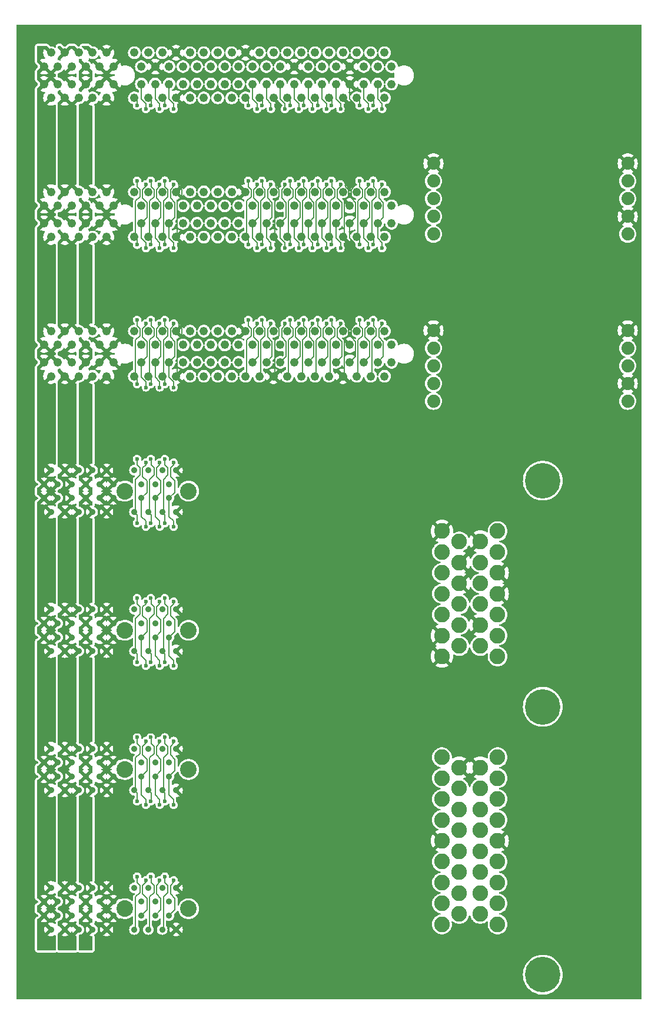
<source format=gbr>
%TF.GenerationSoftware,KiCad,Pcbnew,(7.0.0)*%
%TF.CreationDate,2023-03-21T21:59:12-07:00*%
%TF.ProjectId,backplane-concept,6261636b-706c-4616-9e65-2d636f6e6365,rev?*%
%TF.SameCoordinates,Original*%
%TF.FileFunction,Copper,L2,Bot*%
%TF.FilePolarity,Positive*%
%FSLAX46Y46*%
G04 Gerber Fmt 4.6, Leading zero omitted, Abs format (unit mm)*
G04 Created by KiCad (PCBNEW (7.0.0)) date 2023-03-21 21:59:12*
%MOMM*%
%LPD*%
G01*
G04 APERTURE LIST*
%TA.AperFunction,ComponentPad*%
%ADD10C,2.387600*%
%TD*%
%TA.AperFunction,ComponentPad*%
%ADD11C,0.914400*%
%TD*%
%TA.AperFunction,ComponentPad*%
%ADD12C,1.219200*%
%TD*%
%TA.AperFunction,ComponentPad*%
%ADD13C,1.879600*%
%TD*%
%TA.AperFunction,ComponentPad*%
%ADD14C,2.250000*%
%TD*%
%TA.AperFunction,ComponentPad*%
%ADD15C,5.100000*%
%TD*%
%TA.AperFunction,ViaPad*%
%ADD16C,0.600000*%
%TD*%
%TA.AperFunction,Conductor*%
%ADD17C,0.150000*%
%TD*%
G04 APERTURE END LIST*
D10*
%TO.P,J8,37*%
%TO.N,N/C*%
X71650000Y-161000001D03*
%TO.P,J8,38*%
X80800000Y-161000001D03*
D11*
%TO.P,J8,A1,+5V*%
%TO.N,+5V*%
X60000000Y-160000000D03*
%TO.P,J8,A2,+5V*%
X60999999Y-158000001D03*
%TO.P,J8,A3,+5V*%
X61999999Y-160000000D03*
%TO.P,J8,A4,+3V3*%
%TO.N,+3V3*%
X63000001Y-158000001D03*
%TO.P,J8,A5,+3V3*%
X64000000Y-160000000D03*
%TO.P,J8,A6,+3V3*%
X64999999Y-158000001D03*
%TO.P,J8,A7,VBATT*%
%TO.N,+8V*%
X66000001Y-160000000D03*
%TO.P,J8,A8,VBATT*%
X67000000Y-158000001D03*
%TO.P,J8,A9,GND*%
%TO.N,GND*%
X67999999Y-160000000D03*
%TO.P,J8,A10,GND*%
X68999999Y-158000001D03*
%TO.P,J8,A11,GND*%
X70000000Y-160000000D03*
%TO.P,J8,A12,DAQ_TX0_ECVT_RX0*%
%TO.N,DAQ_TX0_ECVT_RX0*%
X73000000Y-158000001D03*
%TO.P,J8,A13,DAQ_RX0_ECVT_TX0*%
%TO.N,DAQ_RX0_ECVT_TX0*%
X73999999Y-160000000D03*
%TO.P,J8,A14,DAQ_TX1_DATA*%
%TO.N,DAQ_TX1_DATA*%
X75000001Y-158000001D03*
%TO.P,J8,A15,GND*%
%TO.N,GND*%
X76000000Y-160000000D03*
%TO.P,J8,A16,I2C1_DAQ_SDA*%
%TO.N,I2C1_DAQ_SDA*%
X76999999Y-158000001D03*
%TO.P,J8,A17,I2C1_DAQ_SCL*%
%TO.N,I2C1_DAQ_SCL*%
X78000001Y-160000000D03*
%TO.P,J8,A18,GND*%
%TO.N,GND*%
X79000001Y-158000001D03*
%TO.P,J8,B1,+5V*%
%TO.N,+5V*%
X59999999Y-162000001D03*
%TO.P,J8,B2,+5V*%
X61000000Y-164000002D03*
%TO.P,J8,B3,+5V*%
X62000001Y-162000001D03*
%TO.P,J8,B4,+3V3*%
%TO.N,+3V3*%
X62999999Y-164000002D03*
%TO.P,J8,B5,+3V3*%
X63999999Y-162000001D03*
%TO.P,J8,B6,+3V3*%
X65000000Y-164000002D03*
%TO.P,J8,B7,VBATT*%
%TO.N,+8V*%
X66000000Y-162000001D03*
%TO.P,J8,B8,VBATT*%
X67000001Y-164000002D03*
%TO.P,J8,B9,GND*%
%TO.N,GND*%
X67999999Y-162000001D03*
%TO.P,J8,B10,GND*%
X68999999Y-164000002D03*
%TO.P,J8,B11,GND*%
X70000000Y-162000001D03*
%TO.P,J8,B12,CAN_H*%
%TO.N,CAN_H*%
X73000000Y-164000002D03*
%TO.P,J8,B13,CAN_L*%
%TO.N,CAN_L*%
X74000001Y-162000001D03*
%TO.P,J8,B14,I2C0_DAQ_SDA*%
%TO.N,I2C0_DAQ_SDA*%
X74999999Y-164000002D03*
%TO.P,J8,B15,I2C0_DAQ_SCL*%
%TO.N,I2C0_DAQ_SCL*%
X75999999Y-162000001D03*
%TO.P,J8,B16,I2C0_ECVT_SDA*%
%TO.N,I2C0_ECVT_SDA*%
X77000000Y-164000002D03*
%TO.P,J8,B17,I2C0_ECVT_SCL*%
%TO.N,I2C0_ECVT_SCL*%
X78000000Y-162000001D03*
%TO.P,J8,B18,GND*%
%TO.N,GND*%
X79000001Y-164000002D03*
%TD*%
D12*
%TO.P,J4,A1,+5V*%
%TO.N,+5V*%
X60000000Y-40000000D03*
%TO.P,J4,A2,+5V*%
X61000001Y-38000000D03*
%TO.P,J4,A3,+5V*%
X62000001Y-40000000D03*
%TO.P,J4,A4,+3V3*%
%TO.N,+3V3*%
X62999999Y-38000000D03*
%TO.P,J4,A5,+3V3*%
X64000000Y-40000000D03*
%TO.P,J4,A6,+3V3*%
X65000000Y-38000000D03*
%TO.P,J4,A7,VBATT*%
%TO.N,+8V*%
X66000001Y-40000000D03*
%TO.P,J4,A8,VBATT*%
X67000001Y-38000000D03*
%TO.P,J4,A9,GND*%
%TO.N,GND*%
X67999999Y-40000000D03*
%TO.P,J4,A10,GND*%
X69000000Y-38000000D03*
%TO.P,J4,A11,GND*%
X70000000Y-40000000D03*
%TO.P,J4,A12,DAQ_TX0_ECVT_RX0*%
%TO.N,DAQ_TX0_ECVT_RX0*%
X73000001Y-38000000D03*
%TO.P,J4,A13,DAQ_RX0_ECVT_TX0*%
%TO.N,DAQ_RX0_ECVT_TX0*%
X74000001Y-40000000D03*
%TO.P,J4,A14,DAQ_TX1_DATA*%
%TO.N,DAQ_TX1_DATA*%
X74999999Y-38000000D03*
%TO.P,J4,A15,GND*%
%TO.N,GND*%
X76000000Y-40000000D03*
%TO.P,J4,A16,I2C1_DAQ_SDA*%
%TO.N,I2C1_DAQ_SDA*%
X77000000Y-38000000D03*
%TO.P,J4,A17,I2C1_DAQ_SCL*%
%TO.N,I2C1_DAQ_SCL*%
X78000001Y-40000000D03*
%TO.P,J4,A18,GND*%
%TO.N,GND*%
X78999999Y-38000000D03*
%TO.P,J4,A19*%
%TO.N,unconnected-(J4-PadA19)*%
X80000000Y-40000000D03*
%TO.P,J4,A20*%
%TO.N,unconnected-(J4-PadA20)*%
X81000000Y-38000000D03*
%TO.P,J4,A21*%
%TO.N,unconnected-(J4-PadA21)*%
X82000001Y-40000000D03*
%TO.P,J4,A22*%
%TO.N,unconnected-(J4-PadA22)*%
X83000001Y-38000000D03*
%TO.P,J4,A23*%
%TO.N,unconnected-(J4-PadA23)*%
X83999999Y-40000000D03*
%TO.P,J4,A24*%
%TO.N,unconnected-(J4-PadA24)*%
X85000000Y-38000000D03*
%TO.P,J4,A25*%
%TO.N,unconnected-(J4-PadA25)*%
X86000000Y-40000000D03*
%TO.P,J4,A26*%
%TO.N,unconnected-(J4-PadA26)*%
X87000001Y-38000000D03*
%TO.P,J4,A27*%
%TO.N,unconnected-(J4-PadA27)*%
X88000001Y-40000000D03*
%TO.P,J4,A28,GND*%
%TO.N,GND*%
X88999999Y-38000000D03*
%TO.P,J4,A29,ENCA_P*%
%TO.N,ENCA_P*%
X90000000Y-40000000D03*
%TO.P,J4,A30,~ENCA_P*%
%TO.N,~ENCA_P*%
X91000000Y-38000000D03*
%TO.P,J4,A31,ENCB_P*%
%TO.N,ENCB_P*%
X92000001Y-40000000D03*
%TO.P,J4,A32,~ENCB_P*%
%TO.N,~ENCB_P*%
X93000002Y-38000000D03*
%TO.P,J4,A33,ENCI_P*%
%TO.N,ENCI_P*%
X94000000Y-40000000D03*
%TO.P,J4,A34,~ENCI_P*%
%TO.N,~ENCI_P*%
X95000000Y-38000000D03*
%TO.P,J4,A35,GND*%
%TO.N,GND*%
X96000001Y-40000000D03*
%TO.P,J4,A36,ENCA_S*%
%TO.N,ENCA_S*%
X97000001Y-38000000D03*
%TO.P,J4,A37,~ENCA_S*%
%TO.N,~ENCA_S*%
X97999999Y-40000000D03*
%TO.P,J4,A38,ENCB_S*%
%TO.N,ENCB_S*%
X99000000Y-38000000D03*
%TO.P,J4,A39,~ENCB_S*%
%TO.N,~ENCB_S*%
X100000000Y-40000000D03*
%TO.P,J4,A40,ENCI_S*%
%TO.N,ENCI_S*%
X101000001Y-38000000D03*
%TO.P,J4,A41,~ENCI_S*%
%TO.N,~ENCI_S*%
X102000001Y-40000000D03*
%TO.P,J4,A42,SPARK*%
%TO.N,SPARK*%
X102999999Y-38000000D03*
%TO.P,J4,A43,GND*%
%TO.N,GND*%
X104000000Y-40000000D03*
%TO.P,J4,A44,THERM_P*%
%TO.N,THERM_P*%
X105000000Y-38000000D03*
%TO.P,J4,A45,THERM_S*%
%TO.N,THERM_S*%
X106000001Y-40000000D03*
%TO.P,J4,A46,THERM_A1_CASE*%
%TO.N,THERM_A1_CASE*%
X107000001Y-38000000D03*
%TO.P,J4,A47,THERM_A2_CASE*%
%TO.N,THERM_A2_CASE*%
X107999999Y-40000000D03*
%TO.P,J4,A48,THERM_A3*%
%TO.N,THERM_A3*%
X109000000Y-38000000D03*
%TO.P,J4,A49,THERM_A4*%
%TO.N,THERM_A4*%
X110000001Y-40000000D03*
%TO.P,J4,B1,+5V*%
%TO.N,+5V*%
X60000000Y-42500000D03*
%TO.P,J4,B2,+5V*%
X61000001Y-44500000D03*
%TO.P,J4,B3,+5V*%
X62000001Y-42500000D03*
%TO.P,J4,B4,+3V3*%
%TO.N,+3V3*%
X62999999Y-44500000D03*
%TO.P,J4,B5,+3V3*%
X64000000Y-42500000D03*
%TO.P,J4,B6,+3V3*%
X65000000Y-44500000D03*
%TO.P,J4,B7,VBATT*%
%TO.N,+8V*%
X66000001Y-42500000D03*
%TO.P,J4,B8,VBATT*%
X67000001Y-44500000D03*
%TO.P,J4,B9,GND*%
%TO.N,GND*%
X67999999Y-42500000D03*
%TO.P,J4,B10,GND*%
X69000000Y-44500000D03*
%TO.P,J4,B11,GND*%
X70000000Y-42500000D03*
%TO.P,J4,B12,CAN_H*%
%TO.N,CAN_H*%
X73000001Y-44500000D03*
%TO.P,J4,B13,CAN_L*%
%TO.N,CAN_L*%
X74000001Y-42500000D03*
%TO.P,J4,B14,I2C0_DAQ_SDA*%
%TO.N,I2C0_DAQ_SDA*%
X74999999Y-44500000D03*
%TO.P,J4,B15,I2C0_DAQ_SCL*%
%TO.N,I2C0_DAQ_SCL*%
X76000000Y-42500000D03*
%TO.P,J4,B16,I2C0_ECVT_SDA*%
%TO.N,I2C0_ECVT_SDA*%
X77000000Y-44500000D03*
%TO.P,J4,B17,I2C0_ECVT_SCL*%
%TO.N,I2C0_ECVT_SCL*%
X78000001Y-42500000D03*
%TO.P,J4,B18,GND*%
%TO.N,GND*%
X78999999Y-44500000D03*
%TO.P,J4,B19*%
%TO.N,unconnected-(J4-PadB19)*%
X80000000Y-42500000D03*
%TO.P,J4,B20*%
%TO.N,unconnected-(J4-PadB20)*%
X81000000Y-44500000D03*
%TO.P,J4,B21*%
%TO.N,unconnected-(J4-PadB21)*%
X82000001Y-42500000D03*
%TO.P,J4,B22*%
%TO.N,unconnected-(J4-PadB22)*%
X83000001Y-44500000D03*
%TO.P,J4,B23*%
%TO.N,unconnected-(J4-PadB23)*%
X83999999Y-42500000D03*
%TO.P,J4,B24*%
%TO.N,unconnected-(J4-PadB24)*%
X85000000Y-44500000D03*
%TO.P,J4,B25*%
%TO.N,unconnected-(J4-PadB25)*%
X86000000Y-42500000D03*
%TO.P,J4,B26*%
%TO.N,unconnected-(J4-PadB26)*%
X87000001Y-44500000D03*
%TO.P,J4,B27*%
%TO.N,unconnected-(J4-PadB27)*%
X88000001Y-42500000D03*
%TO.P,J4,B28,LOADC_CLK_P*%
%TO.N,LOADC_CLK_P*%
X88999999Y-44500000D03*
%TO.P,J4,B29,LOADC_DAT_P*%
%TO.N,LOADC_DAT_P*%
X90000000Y-42500000D03*
%TO.P,J4,B30,LOADC_CLK_S*%
%TO.N,LOADC_CLK_P*%
X91000000Y-44500000D03*
%TO.P,J4,B31,LOADC_DAT_S*%
%TO.N,LOADC_DAT_S*%
X92000001Y-42500000D03*
%TO.P,J4,B32,GND*%
%TO.N,GND*%
X93000002Y-44500000D03*
%TO.P,J4,B33,HALL_ENG1*%
%TO.N,HALL_ENG1*%
X94000000Y-42500000D03*
%TO.P,J4,B34,HALL_RW*%
%TO.N,HALL_RW*%
X95000000Y-44500000D03*
%TO.P,J4,B35,PWM_P*%
%TO.N,PWM_P*%
X96000001Y-42500000D03*
%TO.P,J4,B36,DIR_P*%
%TO.N,DIR_P*%
X97000001Y-44500000D03*
%TO.P,J4,B37,PWM_S*%
%TO.N,PWM_S*%
X97999999Y-42500000D03*
%TO.P,J4,B38,DIR_S*%
%TO.N,DIR_S*%
X99000000Y-44500000D03*
%TO.P,J4,B39,I2C1_ECVT_EXT_SDA*%
%TO.N,I2C1_ECVT_EXT_SDA*%
X100000000Y-42500000D03*
%TO.P,J4,B40,I2C1_ECVT_EXT_SCL*%
%TO.N,I2C1_ECVT_EXT_SCL*%
X101000001Y-44500000D03*
%TO.P,J4,B41,HALL_ENG2*%
%TO.N,HALL_ENG2*%
X102000001Y-42500000D03*
%TO.P,J4,B42,GND*%
%TO.N,GND*%
X102999999Y-44500000D03*
%TO.P,J4,B43,GND*%
X104000000Y-42500000D03*
%TO.P,J4,B44,BP_FRONT*%
%TO.N,BP_FRONT*%
X105000000Y-44500000D03*
%TO.P,J4,B45,BP_REAR*%
%TO.N,BP_REAR*%
X106000001Y-42500000D03*
%TO.P,J4,B46,RPOT1*%
%TO.N,RPOT1*%
X107000001Y-44500000D03*
%TO.P,J4,B47,RPOT2*%
%TO.N,RPOT2*%
X107999999Y-42500000D03*
%TO.P,J4,B48*%
%TO.N,Net-(J2-PadB48)*%
X109000000Y-44500000D03*
%TO.P,J4,B49*%
%TO.N,Net-(J2-PadB49)*%
X110000001Y-42500000D03*
%TD*%
D10*
%TO.P,J7,37*%
%TO.N,N/C*%
X71650000Y-141000001D03*
%TO.P,J7,38*%
X80800000Y-141000001D03*
D11*
%TO.P,J7,A1,+5V*%
%TO.N,+5V*%
X60000000Y-140000000D03*
%TO.P,J7,A2,+5V*%
X60999999Y-138000001D03*
%TO.P,J7,A3,+5V*%
X61999999Y-140000000D03*
%TO.P,J7,A4,+3V3*%
%TO.N,+3V3*%
X63000001Y-138000001D03*
%TO.P,J7,A5,+3V3*%
X64000000Y-140000000D03*
%TO.P,J7,A6,+3V3*%
X64999999Y-138000001D03*
%TO.P,J7,A7,VBATT*%
%TO.N,+8V*%
X66000001Y-140000000D03*
%TO.P,J7,A8,VBATT*%
X67000000Y-138000001D03*
%TO.P,J7,A9,GND*%
%TO.N,GND*%
X67999999Y-140000000D03*
%TO.P,J7,A10,GND*%
X68999999Y-138000001D03*
%TO.P,J7,A11,GND*%
X70000000Y-140000000D03*
%TO.P,J7,A12,DAQ_TX0_ECVT_RX0*%
%TO.N,DAQ_TX0_ECVT_RX0*%
X73000000Y-138000001D03*
%TO.P,J7,A13,DAQ_RX0_ECVT_TX0*%
%TO.N,DAQ_RX0_ECVT_TX0*%
X73999999Y-140000000D03*
%TO.P,J7,A14,DAQ_TX1_DATA*%
%TO.N,DAQ_TX1_DATA*%
X75000001Y-138000001D03*
%TO.P,J7,A15,GND*%
%TO.N,GND*%
X76000000Y-140000000D03*
%TO.P,J7,A16,I2C1_DAQ_SDA*%
%TO.N,I2C1_DAQ_SDA*%
X76999999Y-138000001D03*
%TO.P,J7,A17,I2C1_DAQ_SCL*%
%TO.N,I2C1_DAQ_SCL*%
X78000001Y-140000000D03*
%TO.P,J7,A18,GND*%
%TO.N,GND*%
X79000001Y-138000001D03*
%TO.P,J7,B1,+5V*%
%TO.N,+5V*%
X59999999Y-142000001D03*
%TO.P,J7,B2,+5V*%
X61000000Y-144000002D03*
%TO.P,J7,B3,+5V*%
X62000001Y-142000001D03*
%TO.P,J7,B4,+3V3*%
%TO.N,+3V3*%
X62999999Y-144000002D03*
%TO.P,J7,B5,+3V3*%
X63999999Y-142000001D03*
%TO.P,J7,B6,+3V3*%
X65000000Y-144000002D03*
%TO.P,J7,B7,VBATT*%
%TO.N,+8V*%
X66000000Y-142000001D03*
%TO.P,J7,B8,VBATT*%
X67000001Y-144000002D03*
%TO.P,J7,B9,GND*%
%TO.N,GND*%
X67999999Y-142000001D03*
%TO.P,J7,B10,GND*%
X68999999Y-144000002D03*
%TO.P,J7,B11,GND*%
X70000000Y-142000001D03*
%TO.P,J7,B12,CAN_H*%
%TO.N,CAN_H*%
X73000000Y-144000002D03*
%TO.P,J7,B13,CAN_L*%
%TO.N,CAN_L*%
X74000001Y-142000001D03*
%TO.P,J7,B14,I2C0_DAQ_SDA*%
%TO.N,I2C0_DAQ_SDA*%
X74999999Y-144000002D03*
%TO.P,J7,B15,I2C0_DAQ_SCL*%
%TO.N,I2C0_DAQ_SCL*%
X75999999Y-142000001D03*
%TO.P,J7,B16,I2C0_ECVT_SDA*%
%TO.N,I2C0_ECVT_SDA*%
X77000000Y-144000002D03*
%TO.P,J7,B17,I2C0_ECVT_SCL*%
%TO.N,I2C0_ECVT_SCL*%
X78000000Y-142000001D03*
%TO.P,J7,B18,GND*%
%TO.N,GND*%
X79000001Y-144000002D03*
%TD*%
D12*
%TO.P,J3,A1,+5V*%
%TO.N,+5V*%
X60000000Y-60000000D03*
%TO.P,J3,A2,+5V*%
X61000001Y-58000000D03*
%TO.P,J3,A3,+5V*%
X62000001Y-60000000D03*
%TO.P,J3,A4,+3V3*%
%TO.N,+3V3*%
X62999999Y-58000000D03*
%TO.P,J3,A5,+3V3*%
X64000000Y-60000000D03*
%TO.P,J3,A6,+3V3*%
X65000000Y-58000000D03*
%TO.P,J3,A7,VBATT*%
%TO.N,+8V*%
X66000001Y-60000000D03*
%TO.P,J3,A8,VBATT*%
X67000001Y-58000000D03*
%TO.P,J3,A9,GND*%
%TO.N,GND*%
X67999999Y-60000000D03*
%TO.P,J3,A10,GND*%
X69000000Y-58000000D03*
%TO.P,J3,A11,GND*%
X70000000Y-60000000D03*
%TO.P,J3,A12,DAQ_TX0_ECVT_RX0*%
%TO.N,DAQ_TX0_ECVT_RX0*%
X73000001Y-58000000D03*
%TO.P,J3,A13,DAQ_RX0_ECVT_TX0*%
%TO.N,DAQ_RX0_ECVT_TX0*%
X74000001Y-60000000D03*
%TO.P,J3,A14,DAQ_TX1_DATA*%
%TO.N,DAQ_TX1_DATA*%
X74999999Y-58000000D03*
%TO.P,J3,A15,GND*%
%TO.N,GND*%
X76000000Y-60000000D03*
%TO.P,J3,A16,I2C1_DAQ_SDA*%
%TO.N,I2C1_DAQ_SDA*%
X77000000Y-58000000D03*
%TO.P,J3,A17,I2C1_DAQ_SCL*%
%TO.N,I2C1_DAQ_SCL*%
X78000001Y-60000000D03*
%TO.P,J3,A18,GND*%
%TO.N,GND*%
X78999999Y-58000000D03*
%TO.P,J3,A19*%
%TO.N,unconnected-(J3-PadA19)*%
X80000000Y-60000000D03*
%TO.P,J3,A20*%
%TO.N,unconnected-(J3-PadA20)*%
X81000000Y-58000000D03*
%TO.P,J3,A21*%
%TO.N,unconnected-(J3-PadA21)*%
X82000001Y-60000000D03*
%TO.P,J3,A22*%
%TO.N,unconnected-(J3-PadA22)*%
X83000001Y-58000000D03*
%TO.P,J3,A23*%
%TO.N,unconnected-(J3-PadA23)*%
X83999999Y-60000000D03*
%TO.P,J3,A24*%
%TO.N,unconnected-(J3-PadA24)*%
X85000000Y-58000000D03*
%TO.P,J3,A25*%
%TO.N,unconnected-(J3-PadA25)*%
X86000000Y-60000000D03*
%TO.P,J3,A26*%
%TO.N,unconnected-(J3-PadA26)*%
X87000001Y-58000000D03*
%TO.P,J3,A27*%
%TO.N,unconnected-(J3-PadA27)*%
X88000001Y-60000000D03*
%TO.P,J3,A28,GND*%
%TO.N,GND*%
X88999999Y-58000000D03*
%TO.P,J3,A29,ENCA_P*%
%TO.N,ENCA_P*%
X90000000Y-60000000D03*
%TO.P,J3,A30,~ENCA_P*%
%TO.N,~ENCA_P*%
X91000000Y-58000000D03*
%TO.P,J3,A31,ENCB_P*%
%TO.N,ENCB_P*%
X92000001Y-60000000D03*
%TO.P,J3,A32,~ENCB_P*%
%TO.N,~ENCB_P*%
X93000002Y-58000000D03*
%TO.P,J3,A33,ENCI_P*%
%TO.N,ENCI_P*%
X94000000Y-60000000D03*
%TO.P,J3,A34,~ENCI_P*%
%TO.N,~ENCI_P*%
X95000000Y-58000000D03*
%TO.P,J3,A35,GND*%
%TO.N,GND*%
X96000001Y-60000000D03*
%TO.P,J3,A36,ENCA_S*%
%TO.N,ENCA_S*%
X97000001Y-58000000D03*
%TO.P,J3,A37,~ENCA_S*%
%TO.N,~ENCA_S*%
X97999999Y-60000000D03*
%TO.P,J3,A38,ENCB_S*%
%TO.N,ENCB_S*%
X99000000Y-58000000D03*
%TO.P,J3,A39,~ENCB_S*%
%TO.N,~ENCB_S*%
X100000000Y-60000000D03*
%TO.P,J3,A40,ENCI_S*%
%TO.N,ENCI_S*%
X101000001Y-58000000D03*
%TO.P,J3,A41,~ENCI_S*%
%TO.N,~ENCI_S*%
X102000001Y-60000000D03*
%TO.P,J3,A42,SPARK*%
%TO.N,SPARK*%
X102999999Y-58000000D03*
%TO.P,J3,A43,GND*%
%TO.N,GND*%
X104000000Y-60000000D03*
%TO.P,J3,A44,THERM_P*%
%TO.N,THERM_P*%
X105000000Y-58000000D03*
%TO.P,J3,A45,THERM_S*%
%TO.N,THERM_S*%
X106000001Y-60000000D03*
%TO.P,J3,A46,THERM_A1_CASE*%
%TO.N,THERM_A1_CASE*%
X107000001Y-58000000D03*
%TO.P,J3,A47,THERM_A2_CASE*%
%TO.N,THERM_A2_CASE*%
X107999999Y-60000000D03*
%TO.P,J3,A48,THERM_A3*%
%TO.N,THERM_A3*%
X109000000Y-58000000D03*
%TO.P,J3,A49,THERM_A4*%
%TO.N,THERM_A4*%
X110000001Y-60000000D03*
%TO.P,J3,B1,+5V*%
%TO.N,+5V*%
X60000000Y-62500000D03*
%TO.P,J3,B2,+5V*%
X61000001Y-64500000D03*
%TO.P,J3,B3,+5V*%
X62000001Y-62500000D03*
%TO.P,J3,B4,+3V3*%
%TO.N,+3V3*%
X62999999Y-64500000D03*
%TO.P,J3,B5,+3V3*%
X64000000Y-62500000D03*
%TO.P,J3,B6,+3V3*%
X65000000Y-64500000D03*
%TO.P,J3,B7,VBATT*%
%TO.N,+8V*%
X66000001Y-62500000D03*
%TO.P,J3,B8,VBATT*%
X67000001Y-64500000D03*
%TO.P,J3,B9,GND*%
%TO.N,GND*%
X67999999Y-62500000D03*
%TO.P,J3,B10,GND*%
X69000000Y-64500000D03*
%TO.P,J3,B11,GND*%
X70000000Y-62500000D03*
%TO.P,J3,B12,CAN_H*%
%TO.N,CAN_H*%
X73000001Y-64500000D03*
%TO.P,J3,B13,CAN_L*%
%TO.N,CAN_L*%
X74000001Y-62500000D03*
%TO.P,J3,B14,I2C0_DAQ_SDA*%
%TO.N,I2C0_DAQ_SDA*%
X74999999Y-64500000D03*
%TO.P,J3,B15,I2C0_DAQ_SCL*%
%TO.N,I2C0_DAQ_SCL*%
X76000000Y-62500000D03*
%TO.P,J3,B16,I2C0_ECVT_SDA*%
%TO.N,I2C0_ECVT_SDA*%
X77000000Y-64500000D03*
%TO.P,J3,B17,I2C0_ECVT_SCL*%
%TO.N,I2C0_ECVT_SCL*%
X78000001Y-62500000D03*
%TO.P,J3,B18,GND*%
%TO.N,GND*%
X78999999Y-64500000D03*
%TO.P,J3,B19*%
%TO.N,unconnected-(J3-PadB19)*%
X80000000Y-62500000D03*
%TO.P,J3,B20*%
%TO.N,unconnected-(J3-PadB20)*%
X81000000Y-64500000D03*
%TO.P,J3,B21*%
%TO.N,unconnected-(J3-PadB21)*%
X82000001Y-62500000D03*
%TO.P,J3,B22*%
%TO.N,unconnected-(J3-PadB22)*%
X83000001Y-64500000D03*
%TO.P,J3,B23*%
%TO.N,unconnected-(J3-PadB23)*%
X83999999Y-62500000D03*
%TO.P,J3,B24*%
%TO.N,unconnected-(J3-PadB24)*%
X85000000Y-64500000D03*
%TO.P,J3,B25*%
%TO.N,unconnected-(J3-PadB25)*%
X86000000Y-62500000D03*
%TO.P,J3,B26*%
%TO.N,unconnected-(J3-PadB26)*%
X87000001Y-64500000D03*
%TO.P,J3,B27*%
%TO.N,unconnected-(J3-PadB27)*%
X88000001Y-62500000D03*
%TO.P,J3,B28,LOADC_CLK_P*%
%TO.N,LOADC_CLK_P*%
X88999999Y-64500000D03*
%TO.P,J3,B29,LOADC_DAT_P*%
%TO.N,LOADC_DAT_P*%
X90000000Y-62500000D03*
%TO.P,J3,B30,LOADC_CLK_S*%
%TO.N,LOADC_CLK_P*%
X91000000Y-64500000D03*
%TO.P,J3,B31,LOADC_DAT_S*%
%TO.N,LOADC_DAT_S*%
X92000001Y-62500000D03*
%TO.P,J3,B32,GND*%
%TO.N,GND*%
X93000002Y-64500000D03*
%TO.P,J3,B33,HALL_ENG1*%
%TO.N,HALL_ENG1*%
X94000000Y-62500000D03*
%TO.P,J3,B34,HALL_RW*%
%TO.N,HALL_RW*%
X95000000Y-64500000D03*
%TO.P,J3,B35,PWM_P*%
%TO.N,PWM_P*%
X96000001Y-62500000D03*
%TO.P,J3,B36,DIR_P*%
%TO.N,DIR_P*%
X97000001Y-64500000D03*
%TO.P,J3,B37,PWM_S*%
%TO.N,PWM_S*%
X97999999Y-62500000D03*
%TO.P,J3,B38,DIR_S*%
%TO.N,DIR_S*%
X99000000Y-64500000D03*
%TO.P,J3,B39,I2C1_ECVT_EXT_SDA*%
%TO.N,I2C1_ECVT_EXT_SDA*%
X100000000Y-62500000D03*
%TO.P,J3,B40,I2C1_ECVT_EXT_SCL*%
%TO.N,I2C1_ECVT_EXT_SCL*%
X101000001Y-64500000D03*
%TO.P,J3,B41,HALL_ENG2*%
%TO.N,HALL_ENG2*%
X102000001Y-62500000D03*
%TO.P,J3,B42,GND*%
%TO.N,GND*%
X102999999Y-64500000D03*
%TO.P,J3,B43,GND*%
X104000000Y-62500000D03*
%TO.P,J3,B44,BP_FRONT*%
%TO.N,BP_FRONT*%
X105000000Y-64500000D03*
%TO.P,J3,B45,BP_REAR*%
%TO.N,BP_REAR*%
X106000001Y-62500000D03*
%TO.P,J3,B46,RPOT1*%
%TO.N,RPOT1*%
X107000001Y-64500000D03*
%TO.P,J3,B47,RPOT2*%
%TO.N,RPOT2*%
X107999999Y-62500000D03*
%TO.P,J3,B48*%
%TO.N,Net-(J2-PadB48)*%
X109000000Y-64500000D03*
%TO.P,J3,B49*%
%TO.N,Net-(J2-PadB49)*%
X110000001Y-62500000D03*
%TD*%
%TO.P,J2,A1,+5V*%
%TO.N,+5V*%
X60000000Y-80000000D03*
%TO.P,J2,A2,+5V*%
X61000001Y-78000000D03*
%TO.P,J2,A3,+5V*%
X62000001Y-80000000D03*
%TO.P,J2,A4,+3V3*%
%TO.N,+3V3*%
X62999999Y-78000000D03*
%TO.P,J2,A5,+3V3*%
X64000000Y-80000000D03*
%TO.P,J2,A6,+3V3*%
X65000000Y-78000000D03*
%TO.P,J2,A7,VBATT*%
%TO.N,+8V*%
X66000001Y-80000000D03*
%TO.P,J2,A8,VBATT*%
X67000001Y-78000000D03*
%TO.P,J2,A9,GND*%
%TO.N,GND*%
X67999999Y-80000000D03*
%TO.P,J2,A10,GND*%
X69000000Y-78000000D03*
%TO.P,J2,A11,GND*%
X70000000Y-80000000D03*
%TO.P,J2,A12,DAQ_TX0_ECVT_RX0*%
%TO.N,DAQ_TX0_ECVT_RX0*%
X73000001Y-78000000D03*
%TO.P,J2,A13,DAQ_RX0_ECVT_TX0*%
%TO.N,DAQ_RX0_ECVT_TX0*%
X74000001Y-80000000D03*
%TO.P,J2,A14,DAQ_TX1_DATA*%
%TO.N,DAQ_TX1_DATA*%
X74999999Y-78000000D03*
%TO.P,J2,A15,GND*%
%TO.N,GND*%
X76000000Y-80000000D03*
%TO.P,J2,A16,I2C1_DAQ_SDA*%
%TO.N,I2C1_DAQ_SDA*%
X77000000Y-78000000D03*
%TO.P,J2,A17,I2C1_DAQ_SCL*%
%TO.N,I2C1_DAQ_SCL*%
X78000001Y-80000000D03*
%TO.P,J2,A18,GND*%
%TO.N,GND*%
X78999999Y-78000000D03*
%TO.P,J2,A19*%
%TO.N,unconnected-(J2-PadA19)*%
X80000000Y-80000000D03*
%TO.P,J2,A20*%
%TO.N,unconnected-(J2-PadA20)*%
X81000000Y-78000000D03*
%TO.P,J2,A21*%
%TO.N,unconnected-(J2-PadA21)*%
X82000001Y-80000000D03*
%TO.P,J2,A22*%
%TO.N,unconnected-(J2-PadA22)*%
X83000001Y-78000000D03*
%TO.P,J2,A23*%
%TO.N,unconnected-(J2-PadA23)*%
X83999999Y-80000000D03*
%TO.P,J2,A24*%
%TO.N,unconnected-(J2-PadA24)*%
X85000000Y-78000000D03*
%TO.P,J2,A25*%
%TO.N,unconnected-(J2-PadA25)*%
X86000000Y-80000000D03*
%TO.P,J2,A26*%
%TO.N,unconnected-(J2-PadA26)*%
X87000001Y-78000000D03*
%TO.P,J2,A27*%
%TO.N,unconnected-(J2-PadA27)*%
X88000001Y-80000000D03*
%TO.P,J2,A28,GND*%
%TO.N,GND*%
X88999999Y-78000000D03*
%TO.P,J2,A29,ENCA_P*%
%TO.N,ENCA_P*%
X90000000Y-80000000D03*
%TO.P,J2,A30,~ENCA_P*%
%TO.N,~ENCA_P*%
X91000000Y-78000000D03*
%TO.P,J2,A31,ENCB_P*%
%TO.N,ENCB_P*%
X92000001Y-80000000D03*
%TO.P,J2,A32,~ENCB_P*%
%TO.N,~ENCB_P*%
X93000002Y-78000000D03*
%TO.P,J2,A33,ENCI_P*%
%TO.N,ENCI_P*%
X94000000Y-80000000D03*
%TO.P,J2,A34,~ENCI_P*%
%TO.N,~ENCI_P*%
X95000000Y-78000000D03*
%TO.P,J2,A35,GND*%
%TO.N,GND*%
X96000001Y-80000000D03*
%TO.P,J2,A36,ENCA_S*%
%TO.N,ENCA_S*%
X97000001Y-78000000D03*
%TO.P,J2,A37,~ENCA_S*%
%TO.N,~ENCA_S*%
X97999999Y-80000000D03*
%TO.P,J2,A38,ENCB_S*%
%TO.N,ENCB_S*%
X99000000Y-78000000D03*
%TO.P,J2,A39,~ENCB_S*%
%TO.N,~ENCB_S*%
X100000000Y-80000000D03*
%TO.P,J2,A40,ENCI_S*%
%TO.N,ENCI_S*%
X101000001Y-78000000D03*
%TO.P,J2,A41,~ENCI_S*%
%TO.N,~ENCI_S*%
X102000001Y-80000000D03*
%TO.P,J2,A42,SPARK*%
%TO.N,SPARK*%
X102999999Y-78000000D03*
%TO.P,J2,A43,GND*%
%TO.N,GND*%
X104000000Y-80000000D03*
%TO.P,J2,A44,THERM_P*%
%TO.N,THERM_P*%
X105000000Y-78000000D03*
%TO.P,J2,A45,THERM_S*%
%TO.N,THERM_S*%
X106000001Y-80000000D03*
%TO.P,J2,A46,THERM_A1_CASE*%
%TO.N,THERM_A1_CASE*%
X107000001Y-78000000D03*
%TO.P,J2,A47,THERM_A2_CASE*%
%TO.N,THERM_A2_CASE*%
X107999999Y-80000000D03*
%TO.P,J2,A48,THERM_A3*%
%TO.N,THERM_A3*%
X109000000Y-78000000D03*
%TO.P,J2,A49,THERM_A4*%
%TO.N,THERM_A4*%
X110000001Y-80000000D03*
%TO.P,J2,B1,+5V*%
%TO.N,+5V*%
X60000000Y-82500000D03*
%TO.P,J2,B2,+5V*%
X61000001Y-84500000D03*
%TO.P,J2,B3,+5V*%
X62000001Y-82500000D03*
%TO.P,J2,B4,+3V3*%
%TO.N,+3V3*%
X62999999Y-84500000D03*
%TO.P,J2,B5,+3V3*%
X64000000Y-82500000D03*
%TO.P,J2,B6,+3V3*%
X65000000Y-84500000D03*
%TO.P,J2,B7,VBATT*%
%TO.N,+8V*%
X66000001Y-82500000D03*
%TO.P,J2,B8,VBATT*%
X67000001Y-84500000D03*
%TO.P,J2,B9,GND*%
%TO.N,GND*%
X67999999Y-82500000D03*
%TO.P,J2,B10,GND*%
X69000000Y-84500000D03*
%TO.P,J2,B11,GND*%
X70000000Y-82500000D03*
%TO.P,J2,B12,CAN_H*%
%TO.N,CAN_H*%
X73000001Y-84500000D03*
%TO.P,J2,B13,CAN_L*%
%TO.N,CAN_L*%
X74000001Y-82500000D03*
%TO.P,J2,B14,I2C0_DAQ_SDA*%
%TO.N,I2C0_DAQ_SDA*%
X74999999Y-84500000D03*
%TO.P,J2,B15,I2C0_DAQ_SCL*%
%TO.N,I2C0_DAQ_SCL*%
X76000000Y-82500000D03*
%TO.P,J2,B16,I2C0_ECVT_SDA*%
%TO.N,I2C0_ECVT_SDA*%
X77000000Y-84500000D03*
%TO.P,J2,B17,I2C0_ECVT_SCL*%
%TO.N,I2C0_ECVT_SCL*%
X78000001Y-82500000D03*
%TO.P,J2,B18,GND*%
%TO.N,GND*%
X78999999Y-84500000D03*
%TO.P,J2,B19*%
%TO.N,unconnected-(J2-PadB19)*%
X80000000Y-82500000D03*
%TO.P,J2,B20*%
%TO.N,unconnected-(J2-PadB20)*%
X81000000Y-84500000D03*
%TO.P,J2,B21*%
%TO.N,unconnected-(J2-PadB21)*%
X82000001Y-82500000D03*
%TO.P,J2,B22*%
%TO.N,unconnected-(J2-PadB22)*%
X83000001Y-84500000D03*
%TO.P,J2,B23*%
%TO.N,unconnected-(J2-PadB23)*%
X83999999Y-82500000D03*
%TO.P,J2,B24*%
%TO.N,unconnected-(J2-PadB24)*%
X85000000Y-84500000D03*
%TO.P,J2,B25*%
%TO.N,unconnected-(J2-PadB25)*%
X86000000Y-82500000D03*
%TO.P,J2,B26*%
%TO.N,unconnected-(J2-PadB26)*%
X87000001Y-84500000D03*
%TO.P,J2,B27*%
%TO.N,unconnected-(J2-PadB27)*%
X88000001Y-82500000D03*
%TO.P,J2,B28,LOADC_CLK_P*%
%TO.N,LOADC_CLK_P*%
X88999999Y-84500000D03*
%TO.P,J2,B29,LOADC_DAT_P*%
%TO.N,LOADC_DAT_P*%
X90000000Y-82500000D03*
%TO.P,J2,B30,LOADC_CLK_S*%
%TO.N,LOADC_CLK_P*%
X91000000Y-84500000D03*
%TO.P,J2,B31,LOADC_DAT_S*%
%TO.N,LOADC_DAT_S*%
X92000001Y-82500000D03*
%TO.P,J2,B32,GND*%
%TO.N,GND*%
X93000002Y-84500000D03*
%TO.P,J2,B33,HALL_ENG1*%
%TO.N,HALL_ENG1*%
X94000000Y-82500000D03*
%TO.P,J2,B34,HALL_RW*%
%TO.N,HALL_RW*%
X95000000Y-84500000D03*
%TO.P,J2,B35,PWM_P*%
%TO.N,PWM_P*%
X96000001Y-82500000D03*
%TO.P,J2,B36,DIR_P*%
%TO.N,DIR_P*%
X97000001Y-84500000D03*
%TO.P,J2,B37,PWM_S*%
%TO.N,PWM_S*%
X97999999Y-82500000D03*
%TO.P,J2,B38,DIR_S*%
%TO.N,DIR_S*%
X99000000Y-84500000D03*
%TO.P,J2,B39,I2C1_ECVT_EXT_SDA*%
%TO.N,I2C1_ECVT_EXT_SDA*%
X100000000Y-82500000D03*
%TO.P,J2,B40,I2C1_ECVT_EXT_SCL*%
%TO.N,I2C1_ECVT_EXT_SCL*%
X101000001Y-84500000D03*
%TO.P,J2,B41,HALL_ENG2*%
%TO.N,HALL_ENG2*%
X102000001Y-82500000D03*
%TO.P,J2,B42,GND*%
%TO.N,GND*%
X102999999Y-84500000D03*
%TO.P,J2,B43,GND*%
X104000000Y-82500000D03*
%TO.P,J2,B44,BP_FRONT*%
%TO.N,BP_FRONT*%
X105000000Y-84500000D03*
%TO.P,J2,B45,BP_REAR*%
%TO.N,BP_REAR*%
X106000001Y-82500000D03*
%TO.P,J2,B46,RPOT1*%
%TO.N,RPOT1*%
X107000001Y-84500000D03*
%TO.P,J2,B47,RPOT2*%
%TO.N,RPOT2*%
X107999999Y-82500000D03*
%TO.P,J2,B48*%
%TO.N,Net-(J2-PadB48)*%
X109000000Y-84500000D03*
%TO.P,J2,B49*%
%TO.N,Net-(J2-PadB49)*%
X110000001Y-82500000D03*
%TD*%
D10*
%TO.P,J6,37*%
%TO.N,N/C*%
X71650000Y-121000001D03*
%TO.P,J6,38*%
X80800000Y-121000001D03*
D11*
%TO.P,J6,A1,+5V*%
%TO.N,+5V*%
X60000000Y-120000000D03*
%TO.P,J6,A2,+5V*%
X60999999Y-118000001D03*
%TO.P,J6,A3,+5V*%
X61999999Y-120000000D03*
%TO.P,J6,A4,+3V3*%
%TO.N,+3V3*%
X63000001Y-118000001D03*
%TO.P,J6,A5,+3V3*%
X64000000Y-120000000D03*
%TO.P,J6,A6,+3V3*%
X64999999Y-118000001D03*
%TO.P,J6,A7,VBATT*%
%TO.N,+8V*%
X66000001Y-120000000D03*
%TO.P,J6,A8,VBATT*%
X67000000Y-118000001D03*
%TO.P,J6,A9,GND*%
%TO.N,GND*%
X67999999Y-120000000D03*
%TO.P,J6,A10,GND*%
X68999999Y-118000001D03*
%TO.P,J6,A11,GND*%
X70000000Y-120000000D03*
%TO.P,J6,A12,DAQ_TX0_ECVT_RX0*%
%TO.N,DAQ_TX0_ECVT_RX0*%
X73000000Y-118000001D03*
%TO.P,J6,A13,DAQ_RX0_ECVT_TX0*%
%TO.N,DAQ_RX0_ECVT_TX0*%
X73999999Y-120000000D03*
%TO.P,J6,A14,DAQ_TX1_DATA*%
%TO.N,DAQ_TX1_DATA*%
X75000001Y-118000001D03*
%TO.P,J6,A15,GND*%
%TO.N,GND*%
X76000000Y-120000000D03*
%TO.P,J6,A16,I2C1_DAQ_SDA*%
%TO.N,I2C1_DAQ_SDA*%
X76999999Y-118000001D03*
%TO.P,J6,A17,I2C1_DAQ_SCL*%
%TO.N,I2C1_DAQ_SCL*%
X78000001Y-120000000D03*
%TO.P,J6,A18,GND*%
%TO.N,GND*%
X79000001Y-118000001D03*
%TO.P,J6,B1,+5V*%
%TO.N,+5V*%
X59999999Y-122000001D03*
%TO.P,J6,B2,+5V*%
X61000000Y-124000002D03*
%TO.P,J6,B3,+5V*%
X62000001Y-122000001D03*
%TO.P,J6,B4,+3V3*%
%TO.N,+3V3*%
X62999999Y-124000002D03*
%TO.P,J6,B5,+3V3*%
X63999999Y-122000001D03*
%TO.P,J6,B6,+3V3*%
X65000000Y-124000002D03*
%TO.P,J6,B7,VBATT*%
%TO.N,+8V*%
X66000000Y-122000001D03*
%TO.P,J6,B8,VBATT*%
X67000001Y-124000002D03*
%TO.P,J6,B9,GND*%
%TO.N,GND*%
X67999999Y-122000001D03*
%TO.P,J6,B10,GND*%
X68999999Y-124000002D03*
%TO.P,J6,B11,GND*%
X70000000Y-122000001D03*
%TO.P,J6,B12,CAN_H*%
%TO.N,CAN_H*%
X73000000Y-124000002D03*
%TO.P,J6,B13,CAN_L*%
%TO.N,CAN_L*%
X74000001Y-122000001D03*
%TO.P,J6,B14,I2C0_DAQ_SDA*%
%TO.N,I2C0_DAQ_SDA*%
X74999999Y-124000002D03*
%TO.P,J6,B15,I2C0_DAQ_SCL*%
%TO.N,I2C0_DAQ_SCL*%
X75999999Y-122000001D03*
%TO.P,J6,B16,I2C0_ECVT_SDA*%
%TO.N,I2C0_ECVT_SDA*%
X77000000Y-124000002D03*
%TO.P,J6,B17,I2C0_ECVT_SCL*%
%TO.N,I2C0_ECVT_SCL*%
X78000000Y-122000001D03*
%TO.P,J6,B18,GND*%
%TO.N,GND*%
X79000001Y-124000002D03*
%TD*%
D13*
%TO.P,U2,1,RED*%
%TO.N,AVDD_S*%
X143970000Y-64080000D03*
%TO.P,U2,2,BLK*%
%TO.N,GND*%
X143970000Y-61540000D03*
%TO.P,U2,3,WHT*%
%TO.N,IN+_S*%
X143970000Y-59000000D03*
%TO.P,U2,4,GRN*%
%TO.N,IN-_S*%
X143970000Y-56460000D03*
%TO.P,U2,5,YLW*%
%TO.N,GND*%
X143970000Y-53920000D03*
%TO.P,U2,6,GND*%
X116030000Y-53920000D03*
%TO.P,U2,7,CLK*%
%TO.N,LOADC_CLK_P*%
X116030000Y-56460000D03*
%TO.P,U2,8,DAT*%
%TO.N,LOADC_DAT_S*%
X116030000Y-59000000D03*
%TO.P,U2,9,VCC*%
%TO.N,+3V3*%
X116030000Y-61540000D03*
%TO.P,U2,10,VDD*%
%TO.N,+5V*%
X116030000Y-64080000D03*
%TD*%
D14*
%TO.P,J1,A1*%
%TO.N,+5V*%
X117250000Y-163250000D03*
%TO.P,J1,A2*%
%TO.N,HALL1_P*%
X117250000Y-160250000D03*
%TO.P,J1,A3*%
%TO.N,HALL2_P*%
X117250000Y-157250000D03*
%TO.P,J1,A4*%
%TO.N,HALL3_P*%
X117250000Y-154250000D03*
%TO.P,J1,A5*%
%TO.N,GND*%
X117250000Y-151250000D03*
%TO.P,J1,A6*%
%TO.N,THERM_P*%
X117250000Y-148250000D03*
%TO.P,J1,A7*%
%TO.N,MOT1_P*%
X117250000Y-145250000D03*
%TO.P,J1,A8*%
%TO.N,MOT2_P*%
X117250000Y-142250000D03*
%TO.P,J1,A9*%
%TO.N,MOT3_P*%
X117250000Y-139250000D03*
%TO.P,J1,A10*%
%TO.N,+5V*%
X119750000Y-161750000D03*
%TO.P,J1,A11*%
%TO.N,ENCA_P*%
X119750000Y-158750000D03*
%TO.P,J1,A12*%
%TO.N,~ENCA_P*%
X119750000Y-155750000D03*
%TO.P,J1,A13*%
%TO.N,ENCB_P*%
X119750000Y-152750000D03*
%TO.P,J1,A14*%
%TO.N,~ENCB_P*%
X119750000Y-149750000D03*
%TO.P,J1,A15*%
%TO.N,ENCI_P*%
X119750000Y-146750000D03*
%TO.P,J1,A16*%
%TO.N,~ENCI_P*%
X119750000Y-143750000D03*
%TO.P,J1,A17*%
%TO.N,GND*%
X119750000Y-140750000D03*
%TO.P,J1,A18*%
%TO.N,+5V*%
X122750000Y-161750000D03*
%TO.P,J1,A19*%
%TO.N,ENCA_S*%
X122750000Y-158750000D03*
%TO.P,J1,A20*%
%TO.N,~ENCA_S*%
X122750000Y-155750000D03*
%TO.P,J1,A21*%
%TO.N,ENCB_S*%
X122750000Y-152750000D03*
%TO.P,J1,A22*%
%TO.N,~ENCB_S*%
X122750000Y-149750000D03*
%TO.P,J1,A23*%
%TO.N,ENCI_S*%
X122750000Y-146750000D03*
%TO.P,J1,A24*%
%TO.N,~ENCI_S*%
X122750000Y-143750000D03*
%TO.P,J1,A25*%
%TO.N,GND*%
X122750000Y-140750000D03*
%TO.P,J1,A26*%
%TO.N,+5V*%
X125250000Y-163250000D03*
%TO.P,J1,A27*%
%TO.N,HALL1_S*%
X125250000Y-160250000D03*
%TO.P,J1,A28*%
%TO.N,HALL2_S*%
X125250000Y-157250000D03*
%TO.P,J1,A29*%
%TO.N,HALL3_S*%
X125250000Y-154250000D03*
%TO.P,J1,A30*%
%TO.N,GND*%
X125250000Y-151250000D03*
%TO.P,J1,A31*%
%TO.N,THERM_S*%
X125250000Y-148250000D03*
%TO.P,J1,A32*%
%TO.N,MOT1_S*%
X125250000Y-145250000D03*
%TO.P,J1,A33*%
%TO.N,MOT2_S*%
X125250000Y-142250000D03*
%TO.P,J1,A34*%
%TO.N,MOT3_S*%
X125250000Y-139250000D03*
%TO.P,J1,B1*%
%TO.N,GND*%
X117250000Y-124750000D03*
%TO.P,J1,B2*%
X117250000Y-121750000D03*
%TO.P,J1,B3*%
%TO.N,HALL_ENG1*%
X117250000Y-118750000D03*
%TO.P,J1,B4*%
%TO.N,HALL_ENG2*%
X117250000Y-115750000D03*
%TO.P,J1,B5*%
%TO.N,+8V*%
X117250000Y-112750000D03*
%TO.P,J1,B6*%
X117250000Y-109750000D03*
%TO.P,J1,B7*%
%TO.N,GND*%
X117250000Y-106750000D03*
%TO.P,J1,B8*%
%TO.N,I2C1_ECVT_EXT_SDA*%
X119750000Y-123250000D03*
%TO.P,J1,B9*%
%TO.N,I2C1_ECVT_EXT_SCL*%
X119750000Y-120250000D03*
%TO.P,J1,B10*%
%TO.N,+3V3*%
X119750000Y-117250000D03*
%TO.P,J1,B11*%
%TO.N,GND*%
X119750000Y-114250000D03*
%TO.P,J1,B12*%
X119750000Y-111250000D03*
%TO.P,J1,B13*%
%TO.N,THERM_A1_CASE*%
X119750000Y-108250000D03*
%TO.P,J1,B14*%
%TO.N,THERM_A2_CASE*%
X122750000Y-123250000D03*
%TO.P,J1,B15*%
%TO.N,GND*%
X122750000Y-120250000D03*
%TO.P,J1,B16*%
%TO.N,IN+_P*%
X122750000Y-117250000D03*
%TO.P,J1,B17*%
%TO.N,IN-_P*%
X122750000Y-114250000D03*
%TO.P,J1,B18*%
%TO.N,AVDD_S*%
X122750000Y-111250000D03*
%TO.P,J1,B19*%
%TO.N,GND*%
X122750000Y-108250000D03*
%TO.P,J1,B20*%
%TO.N,IN+_S*%
X125250000Y-124750000D03*
%TO.P,J1,B21*%
%TO.N,IN-_S*%
X125250000Y-121750000D03*
%TO.P,J1,B22*%
%TO.N,AVDD_S*%
X125250000Y-118750000D03*
%TO.P,J1,B23*%
%TO.N,GND*%
X125250000Y-115750000D03*
%TO.P,J1,B24*%
X125250000Y-112750000D03*
%TO.P,J1,B25*%
%TO.N,+3V3*%
X125250000Y-109750000D03*
%TO.P,J1,B26*%
X125250000Y-106750000D03*
D15*
%TO.P,J1,MH1,MH1*%
%TO.N,unconnected-(J1-PadMH1)*%
X131750000Y-170500000D03*
%TO.P,J1,MH2,MH2*%
%TO.N,unconnected-(J1-PadMH2)*%
X131750000Y-132000000D03*
%TO.P,J1,MH3,MH3*%
%TO.N,unconnected-(J1-PadMH3)*%
X131750000Y-99500000D03*
%TD*%
D13*
%TO.P,U1,1,RED*%
%TO.N,AVDD_S*%
X143970000Y-88080000D03*
%TO.P,U1,2,BLK*%
%TO.N,GND*%
X143970000Y-85540000D03*
%TO.P,U1,3,WHT*%
%TO.N,IN+_P*%
X143970000Y-83000000D03*
%TO.P,U1,4,GRN*%
%TO.N,IN-_P*%
X143970000Y-80460000D03*
%TO.P,U1,5,YLW*%
%TO.N,GND*%
X143970000Y-77920000D03*
%TO.P,U1,6,GND*%
X116030000Y-77920000D03*
%TO.P,U1,7,CLK*%
%TO.N,LOADC_CLK_P*%
X116030000Y-80460000D03*
%TO.P,U1,8,DAT*%
%TO.N,LOADC_DAT_P*%
X116030000Y-83000000D03*
%TO.P,U1,9,VCC*%
%TO.N,+3V3*%
X116030000Y-85540000D03*
%TO.P,U1,10,VDD*%
%TO.N,+5V*%
X116030000Y-88080000D03*
%TD*%
D10*
%TO.P,J5,37*%
%TO.N,N/C*%
X71650000Y-101000001D03*
%TO.P,J5,38*%
X80800000Y-101000001D03*
D11*
%TO.P,J5,A1,+5V*%
%TO.N,+5V*%
X60000000Y-100000000D03*
%TO.P,J5,A2,+5V*%
X60999999Y-98000001D03*
%TO.P,J5,A3,+5V*%
X61999999Y-100000000D03*
%TO.P,J5,A4,+3V3*%
%TO.N,+3V3*%
X63000001Y-98000001D03*
%TO.P,J5,A5,+3V3*%
X64000000Y-100000000D03*
%TO.P,J5,A6,+3V3*%
X64999999Y-98000001D03*
%TO.P,J5,A7,VBATT*%
%TO.N,+8V*%
X66000001Y-100000000D03*
%TO.P,J5,A8,VBATT*%
X67000000Y-98000001D03*
%TO.P,J5,A9,GND*%
%TO.N,GND*%
X67999999Y-100000000D03*
%TO.P,J5,A10,GND*%
X68999999Y-98000001D03*
%TO.P,J5,A11,GND*%
X70000000Y-100000000D03*
%TO.P,J5,A12,DAQ_TX0_ECVT_RX0*%
%TO.N,DAQ_TX0_ECVT_RX0*%
X73000000Y-98000001D03*
%TO.P,J5,A13,DAQ_RX0_ECVT_TX0*%
%TO.N,DAQ_RX0_ECVT_TX0*%
X73999999Y-100000000D03*
%TO.P,J5,A14,DAQ_TX1_DATA*%
%TO.N,DAQ_TX1_DATA*%
X75000001Y-98000001D03*
%TO.P,J5,A15,GND*%
%TO.N,GND*%
X76000000Y-100000000D03*
%TO.P,J5,A16,I2C1_DAQ_SDA*%
%TO.N,I2C1_DAQ_SDA*%
X76999999Y-98000001D03*
%TO.P,J5,A17,I2C1_DAQ_SCL*%
%TO.N,I2C1_DAQ_SCL*%
X78000001Y-100000000D03*
%TO.P,J5,A18,GND*%
%TO.N,GND*%
X79000001Y-98000001D03*
%TO.P,J5,B1,+5V*%
%TO.N,+5V*%
X59999999Y-102000001D03*
%TO.P,J5,B2,+5V*%
X61000000Y-104000002D03*
%TO.P,J5,B3,+5V*%
X62000001Y-102000001D03*
%TO.P,J5,B4,+3V3*%
%TO.N,+3V3*%
X62999999Y-104000002D03*
%TO.P,J5,B5,+3V3*%
X63999999Y-102000001D03*
%TO.P,J5,B6,+3V3*%
X65000000Y-104000002D03*
%TO.P,J5,B7,VBATT*%
%TO.N,+8V*%
X66000000Y-102000001D03*
%TO.P,J5,B8,VBATT*%
X67000001Y-104000002D03*
%TO.P,J5,B9,GND*%
%TO.N,GND*%
X67999999Y-102000001D03*
%TO.P,J5,B10,GND*%
X68999999Y-104000002D03*
%TO.P,J5,B11,GND*%
X70000000Y-102000001D03*
%TO.P,J5,B12,CAN_H*%
%TO.N,CAN_H*%
X73000000Y-104000002D03*
%TO.P,J5,B13,CAN_L*%
%TO.N,CAN_L*%
X74000001Y-102000001D03*
%TO.P,J5,B14,I2C0_DAQ_SDA*%
%TO.N,I2C0_DAQ_SDA*%
X74999999Y-104000002D03*
%TO.P,J5,B15,I2C0_DAQ_SCL*%
%TO.N,I2C0_DAQ_SCL*%
X75999999Y-102000001D03*
%TO.P,J5,B16,I2C0_ECVT_SDA*%
%TO.N,I2C0_ECVT_SDA*%
X77000000Y-104000002D03*
%TO.P,J5,B17,I2C0_ECVT_SCL*%
%TO.N,I2C0_ECVT_SCL*%
X78000000Y-102000001D03*
%TO.P,J5,B18,GND*%
%TO.N,GND*%
X79000001Y-104000002D03*
%TD*%
D16*
%TO.N,GND*%
X104652399Y-56900000D03*
X104652399Y-46100000D03*
X103372399Y-45600000D03*
X103372399Y-56386199D03*
X104652399Y-76900000D03*
X104652399Y-66100000D03*
X103372399Y-65600000D03*
X103372399Y-76386199D03*
X93372399Y-65600000D03*
X93372399Y-76386199D03*
X93372399Y-56386199D03*
X93372399Y-45600000D03*
X79372399Y-45600000D03*
X79372399Y-56386199D03*
X79372399Y-76386199D03*
X79372399Y-65600000D03*
%TO.N,LOADC_DAT_P*%
X90652399Y-66100000D03*
%TO.N,HALL_RW*%
X95372399Y-76386199D03*
%TO.N,RPOT1*%
X107372399Y-76386199D03*
%TO.N,RPOT2*%
X108652399Y-76900000D03*
%TO.N,I2C1_ECVT_EXT_SCL*%
X101372399Y-65600000D03*
%TO.N,PWM_P*%
X96652399Y-76900000D03*
%TO.N,LOADC_DAT_P*%
X90652399Y-76900000D03*
%TO.N,BP_FRONT*%
X105372399Y-76386199D03*
%TO.N,DIR_S*%
X99372399Y-65600000D03*
%TO.N,LOADC_CLK_P*%
X91372399Y-65600000D03*
%TO.N,LOADC_DAT_S*%
X92652399Y-66100000D03*
%TO.N,LOADC_CLK_P*%
X89372399Y-65600000D03*
%TO.N,DIR_P*%
X97372399Y-65600000D03*
%TO.N,LOADC_CLK_P*%
X89372399Y-76386199D03*
%TO.N,PWM_P*%
X96652399Y-66100000D03*
%TO.N,RPOT2*%
X108652399Y-66100000D03*
%TO.N,BP_REAR*%
X106652399Y-66100000D03*
%TO.N,I2C1_ECVT_EXT_SCL*%
X101372399Y-76386199D03*
%TO.N,DIR_S*%
X99372399Y-76386199D03*
%TO.N,PWM_S*%
X98652399Y-76900000D03*
%TO.N,DIR_P*%
X97372399Y-76386199D03*
%TO.N,PWM_S*%
X98652399Y-66100000D03*
%TO.N,LOADC_DAT_S*%
X92652399Y-76900000D03*
%TO.N,LOADC_CLK_P*%
X91372399Y-76386199D03*
%TO.N,BP_REAR*%
X106652399Y-76900000D03*
%TO.N,HALL_RW*%
X95372399Y-65600000D03*
%TO.N,RPOT1*%
X107372399Y-65600000D03*
%TO.N,BP_FRONT*%
X105372399Y-65600000D03*
%TO.N,HALL_ENG2*%
X102652399Y-76900000D03*
%TO.N,HALL_ENG1*%
X94652399Y-76900000D03*
%TO.N,HALL_ENG2*%
X102652399Y-66100000D03*
%TO.N,HALL_ENG1*%
X94652399Y-66100000D03*
%TO.N,I2C1_ECVT_EXT_SDA*%
X100652399Y-76900000D03*
X100652399Y-66100000D03*
%TO.N,I2C0_ECVT_SDA*%
X77372399Y-156386199D03*
%TO.N,I2C0_ECVT_SCL*%
X78652399Y-146100000D03*
%TO.N,I2C0_ECVT_SDA*%
X77372399Y-145600000D03*
%TO.N,I2C0_ECVT_SCL*%
X78652399Y-136900000D03*
X78652399Y-156900000D03*
%TO.N,I2C0_ECVT_SDA*%
X77372399Y-136386199D03*
X77372399Y-125600000D03*
%TO.N,I2C0_ECVT_SCL*%
X78652399Y-126100000D03*
%TO.N,I2C0_ECVT_SDA*%
X77372399Y-105600000D03*
%TO.N,I2C0_ECVT_SCL*%
X78652399Y-86100000D03*
%TO.N,I2C0_ECVT_SDA*%
X77372399Y-116386199D03*
X77372399Y-96386199D03*
%TO.N,I2C0_ECVT_SCL*%
X78652399Y-96900000D03*
X78652399Y-106100000D03*
X78652399Y-116900000D03*
%TO.N,I2C0_ECVT_SDA*%
X77372399Y-85600000D03*
%TO.N,I2C0_DAQ_SDA*%
X75372399Y-156386199D03*
%TO.N,I2C0_DAQ_SCL*%
X76652399Y-146100000D03*
%TO.N,I2C0_DAQ_SDA*%
X75372399Y-145600000D03*
%TO.N,I2C0_DAQ_SCL*%
X76652399Y-136900000D03*
X76652399Y-156900000D03*
%TO.N,I2C0_DAQ_SDA*%
X75372399Y-136386199D03*
X75372399Y-125600000D03*
%TO.N,I2C0_DAQ_SCL*%
X76652399Y-126100000D03*
%TO.N,I2C0_DAQ_SDA*%
X75372399Y-105600000D03*
%TO.N,I2C0_DAQ_SCL*%
X76652399Y-86100000D03*
%TO.N,I2C0_DAQ_SDA*%
X75372399Y-116386199D03*
X75372399Y-96386199D03*
%TO.N,I2C0_DAQ_SCL*%
X76652399Y-96900000D03*
X76652399Y-106100000D03*
X76652399Y-116900000D03*
%TO.N,I2C0_DAQ_SDA*%
X75372399Y-85600000D03*
%TO.N,CAN_H*%
X73372399Y-145600000D03*
X73372399Y-156386199D03*
%TO.N,CAN_L*%
X74652399Y-146100000D03*
X74652399Y-156900000D03*
%TO.N,CAN_H*%
X73372399Y-125600000D03*
X73372399Y-136386199D03*
%TO.N,CAN_L*%
X74652399Y-126100000D03*
X74652399Y-136900000D03*
%TO.N,HALL_ENG1*%
X94652399Y-56900000D03*
X94652399Y-46100000D03*
%TO.N,HALL_ENG2*%
X102652399Y-56900000D03*
X102652399Y-46100000D03*
%TO.N,CAN_H*%
X73372399Y-56386199D03*
X73372399Y-96386199D03*
X73372399Y-65600000D03*
X73372399Y-85600000D03*
X73372399Y-116386199D03*
X73372399Y-105600000D03*
X73372399Y-45600000D03*
X73372399Y-76386199D03*
%TO.N,CAN_L*%
X74652399Y-46100000D03*
X74652399Y-76900000D03*
X74652399Y-86100000D03*
X74652399Y-116900000D03*
X74652399Y-106100000D03*
X74652399Y-66100000D03*
X74652399Y-56900000D03*
X74652399Y-96900000D03*
%TO.N,I2C1_ECVT_EXT_SDA*%
X100652399Y-46100000D03*
X100652399Y-56900000D03*
%TO.N,I2C0_DAQ_SDA*%
X75372399Y-56386199D03*
X75372399Y-65600000D03*
X75372399Y-76386199D03*
X75372399Y-45600000D03*
%TO.N,I2C0_DAQ_SCL*%
X76652399Y-76900000D03*
X76652399Y-56900000D03*
X76652399Y-66100000D03*
X76652399Y-46100000D03*
%TO.N,I2C1_ECVT_EXT_SCL*%
X101372399Y-45600000D03*
X101372399Y-56386199D03*
%TO.N,LOADC_CLK_P*%
X91372399Y-56386199D03*
X91372399Y-45600000D03*
X89372399Y-56386199D03*
X89372399Y-45600000D03*
%TO.N,LOADC_DAT_P*%
X90652399Y-46100000D03*
X90652399Y-56900000D03*
%TO.N,LOADC_DAT_S*%
X92652399Y-46100000D03*
X92652399Y-56900000D03*
%TO.N,I2C0_ECVT_SDA*%
X77372399Y-76386199D03*
X77372399Y-65600000D03*
X77372399Y-56386199D03*
X77372399Y-45600000D03*
%TO.N,I2C0_ECVT_SCL*%
X78652399Y-46100000D03*
X78652399Y-76900000D03*
X78652399Y-66100000D03*
X78652399Y-56900000D03*
%TO.N,HALL_RW*%
X95372399Y-45600000D03*
X95372399Y-56386199D03*
%TO.N,PWM_P*%
X96652399Y-46100000D03*
X96652399Y-56900000D03*
%TO.N,DIR_P*%
X97372399Y-56386199D03*
X97372399Y-45600000D03*
%TO.N,PWM_S*%
X98652399Y-56900000D03*
X98652399Y-46100000D03*
%TO.N,DIR_S*%
X99372399Y-45600000D03*
X99372399Y-56386199D03*
%TO.N,BP_FRONT*%
X105372399Y-56386199D03*
X105372399Y-45600000D03*
%TO.N,BP_REAR*%
X106652399Y-56900000D03*
X106652399Y-46100000D03*
%TO.N,RPOT1*%
X107372399Y-56386199D03*
X107372399Y-45600000D03*
%TO.N,RPOT2*%
X108652399Y-46100000D03*
X108652399Y-56900000D03*
%TD*%
D17*
%TO.N,GND*%
X104652399Y-76900000D02*
X104652399Y-77199824D01*
X104188399Y-78888399D02*
X104824101Y-79524101D01*
X104652399Y-66100000D02*
X104652399Y-65300176D01*
X104188399Y-77663824D02*
X104188399Y-78888399D01*
X104824101Y-79524101D02*
X104824101Y-81675900D01*
X104824101Y-81675900D02*
X104000001Y-82500000D01*
X104652399Y-77199824D02*
X104188399Y-77663824D01*
X104000001Y-64647778D02*
X104000001Y-62500000D01*
X104652399Y-65300176D02*
X104000001Y-64647778D01*
X104000001Y-44647778D02*
X104000001Y-42500000D01*
X103811601Y-57663824D02*
X103811601Y-58681399D01*
X103811601Y-58681399D02*
X103175901Y-59317099D01*
X104652399Y-57199824D02*
X104188399Y-57663824D01*
X103175901Y-59317099D02*
X103175901Y-64324100D01*
X104652399Y-45300176D02*
X104000001Y-44647778D01*
X103400000Y-57252223D02*
X103811601Y-57663824D01*
X104652399Y-56900000D02*
X104652399Y-57199824D01*
X104188399Y-57663824D02*
X104188399Y-58888399D01*
X104824101Y-59524101D02*
X104824101Y-61675900D01*
X104652399Y-46100000D02*
X104652399Y-45300176D01*
X104824101Y-61675900D02*
X104000001Y-62500000D01*
X103372399Y-45600000D02*
X103400000Y-45572399D01*
X103000001Y-44500000D02*
X103400000Y-44899999D01*
X103400000Y-56413800D02*
X103400000Y-57252223D01*
X103400000Y-45572399D02*
X103400000Y-45400000D01*
X103400000Y-44899999D02*
X103400000Y-45400000D01*
X104188399Y-58888399D02*
X104824101Y-59524101D01*
X103372399Y-56386199D02*
X103400000Y-56413800D01*
X103372399Y-65600000D02*
X103400000Y-65572399D01*
X103372399Y-76386199D02*
X103400000Y-76413800D01*
X103400000Y-76413800D02*
X103400000Y-77252223D01*
X103400000Y-77252223D02*
X103811601Y-77663824D01*
X103400000Y-65572399D02*
X103400000Y-65400000D01*
X103400000Y-64899999D02*
X103400000Y-65400000D01*
X103000001Y-64500000D02*
X103400000Y-64899999D01*
X103811601Y-78681399D02*
X103175901Y-79317099D01*
X103811601Y-77663824D02*
X103811601Y-78681399D01*
X103175901Y-79317099D02*
X103175901Y-84324100D01*
X93811601Y-77663824D02*
X93811601Y-78681399D01*
X93372399Y-76386199D02*
X93400000Y-76413800D01*
X93372399Y-65600000D02*
X93400000Y-65572399D01*
X93400000Y-64899999D02*
X93400000Y-65400000D01*
X93400000Y-65572399D02*
X93400000Y-65400000D01*
X93175901Y-79317099D02*
X93175901Y-84324100D01*
X93811601Y-78681399D02*
X93175901Y-79317099D01*
X93400000Y-77252223D02*
X93811601Y-77663824D01*
X93000001Y-64500000D02*
X93400000Y-64899999D01*
X93400000Y-76413800D02*
X93400000Y-77252223D01*
X93400000Y-57252223D02*
X93811601Y-57663824D01*
X93400000Y-45572399D02*
X93400000Y-45400000D01*
X93400000Y-56413800D02*
X93400000Y-57252223D01*
X93175901Y-59317099D02*
X93175901Y-64324100D01*
X93000001Y-44500000D02*
X93400000Y-44899999D01*
X93811601Y-58681399D02*
X93175901Y-59317099D01*
X93372399Y-56386199D02*
X93400000Y-56413800D01*
X93372399Y-45600000D02*
X93400000Y-45572399D01*
X93811601Y-57663824D02*
X93811601Y-58681399D01*
X93400000Y-44899999D02*
X93400000Y-45400000D01*
X79400000Y-57252223D02*
X79811601Y-57663824D01*
X79400000Y-44899999D02*
X79400000Y-45400000D01*
X79372399Y-56386199D02*
X79400000Y-56413800D01*
X79372399Y-45600000D02*
X79400000Y-45572399D01*
X79400000Y-56413800D02*
X79400000Y-57252223D01*
X79811601Y-58681399D02*
X79175901Y-59317099D01*
X79175901Y-59317099D02*
X79175901Y-64324100D01*
X79400000Y-45572399D02*
X79400000Y-45400000D01*
X79811601Y-57663824D02*
X79811601Y-58681399D01*
X79000001Y-44500000D02*
X79400000Y-44899999D01*
X79372399Y-76386199D02*
X79400000Y-76413800D01*
X79400000Y-76413800D02*
X79400000Y-77252223D01*
X79400000Y-77252223D02*
X79811601Y-77663824D01*
X79400000Y-65572399D02*
X79400000Y-65400000D01*
X79400000Y-64899999D02*
X79400000Y-65400000D01*
X79000001Y-64500000D02*
X79400000Y-64899999D01*
X79372399Y-65600000D02*
X79400000Y-65572399D01*
X79175901Y-79317099D02*
X79175901Y-84324100D01*
X79811601Y-77663824D02*
X79811601Y-78681399D01*
X79811601Y-78681399D02*
X79175901Y-79317099D01*
%TO.N,RPOT2*%
X108000001Y-64647778D02*
X108000001Y-62500000D01*
X108652399Y-65300176D02*
X108000001Y-64647778D01*
X108652399Y-76900000D02*
X108652399Y-77199824D01*
X108824101Y-81675900D02*
X108000001Y-82500000D01*
X108188399Y-77663824D02*
X108188399Y-78888399D01*
X108652399Y-66100000D02*
X108652399Y-65300176D01*
X108188399Y-78888399D02*
X108824101Y-79524101D01*
X108824101Y-79524101D02*
X108824101Y-81675900D01*
X108652399Y-77199824D02*
X108188399Y-77663824D01*
%TO.N,DIR_S*%
X99372399Y-65600000D02*
X99400000Y-65572399D01*
%TO.N,RPOT1*%
X107811601Y-77663824D02*
X107811601Y-78681399D01*
%TO.N,PWM_S*%
X98652399Y-76900000D02*
X98652399Y-77199824D01*
%TO.N,RPOT1*%
X107811601Y-78681399D02*
X107175901Y-79317099D01*
%TO.N,DIR_S*%
X99000001Y-64500000D02*
X99400000Y-64899999D01*
%TO.N,BP_REAR*%
X106824101Y-81675900D02*
X106000001Y-82500000D01*
%TO.N,BP_FRONT*%
X105400000Y-64899999D02*
X105400000Y-65400000D01*
X105000001Y-64500000D02*
X105400000Y-64899999D01*
%TO.N,BP_REAR*%
X106000001Y-64647778D02*
X106000001Y-62500000D01*
%TO.N,BP_FRONT*%
X105175901Y-79317099D02*
X105175901Y-84324100D01*
%TO.N,BP_REAR*%
X106652399Y-65300176D02*
X106000001Y-64647778D01*
%TO.N,BP_FRONT*%
X105372399Y-65600000D02*
X105400000Y-65572399D01*
%TO.N,DIR_S*%
X99372399Y-76386199D02*
X99400000Y-76413800D01*
%TO.N,PWM_S*%
X98188399Y-78888399D02*
X98824101Y-79524101D01*
%TO.N,BP_REAR*%
X106188399Y-78888399D02*
X106824101Y-79524101D01*
X106824101Y-79524101D02*
X106824101Y-81675900D01*
%TO.N,DIR_S*%
X99811601Y-78681399D02*
X99175901Y-79317099D01*
%TO.N,PWM_S*%
X98824101Y-79524101D02*
X98824101Y-81675900D01*
X98652399Y-65300176D02*
X98000001Y-64647778D01*
%TO.N,DIR_S*%
X99400000Y-77252223D02*
X99811601Y-77663824D01*
X99400000Y-76413800D02*
X99400000Y-77252223D01*
%TO.N,RPOT1*%
X107400000Y-77252223D02*
X107811601Y-77663824D01*
%TO.N,DIR_S*%
X99811601Y-77663824D02*
X99811601Y-78681399D01*
%TO.N,RPOT1*%
X107372399Y-65600000D02*
X107400000Y-65572399D01*
%TO.N,DIR_S*%
X99400000Y-65572399D02*
X99400000Y-65400000D01*
%TO.N,PWM_S*%
X98188399Y-77663824D02*
X98188399Y-78888399D01*
%TO.N,RPOT1*%
X107000001Y-64500000D02*
X107400000Y-64899999D01*
X107400000Y-76413800D02*
X107400000Y-77252223D01*
%TO.N,PWM_S*%
X98824101Y-81675900D02*
X98000001Y-82500000D01*
%TO.N,BP_REAR*%
X106188399Y-77663824D02*
X106188399Y-78888399D01*
X106652399Y-77199824D02*
X106188399Y-77663824D01*
%TO.N,RPOT1*%
X107400000Y-64899999D02*
X107400000Y-65400000D01*
X107372399Y-76386199D02*
X107400000Y-76413800D01*
X107175901Y-79317099D02*
X107175901Y-84324100D01*
%TO.N,DIR_S*%
X99400000Y-64899999D02*
X99400000Y-65400000D01*
%TO.N,PWM_S*%
X98652399Y-66100000D02*
X98652399Y-65300176D01*
%TO.N,RPOT1*%
X107400000Y-65572399D02*
X107400000Y-65400000D01*
%TO.N,BP_FRONT*%
X105811601Y-78681399D02*
X105175901Y-79317099D01*
X105400000Y-65572399D02*
X105400000Y-65400000D01*
%TO.N,DIR_P*%
X97400000Y-76413800D02*
X97400000Y-77252223D01*
%TO.N,DIR_S*%
X99175901Y-79317099D02*
X99175901Y-84324100D01*
%TO.N,PWM_S*%
X98652399Y-77199824D02*
X98188399Y-77663824D01*
X98000001Y-64647778D02*
X98000001Y-62500000D01*
%TO.N,BP_FRONT*%
X105811601Y-77663824D02*
X105811601Y-78681399D01*
%TO.N,BP_REAR*%
X106652399Y-66100000D02*
X106652399Y-65300176D01*
%TO.N,BP_FRONT*%
X105400000Y-77252223D02*
X105811601Y-77663824D01*
%TO.N,BP_REAR*%
X106652399Y-76900000D02*
X106652399Y-77199824D01*
%TO.N,BP_FRONT*%
X105372399Y-76386199D02*
X105400000Y-76413800D01*
X105400000Y-76413800D02*
X105400000Y-77252223D01*
%TO.N,PWM_P*%
X96652399Y-77199824D02*
X96188399Y-77663824D01*
%TO.N,HALL_RW*%
X95175901Y-79317099D02*
X95175901Y-84324100D01*
%TO.N,PWM_P*%
X96000001Y-64647778D02*
X96000001Y-62500000D01*
X96824101Y-79524101D02*
X96824101Y-81675900D01*
X96824101Y-81675900D02*
X96000001Y-82500000D01*
%TO.N,HALL_RW*%
X95372399Y-76386199D02*
X95400000Y-76413800D01*
%TO.N,PWM_P*%
X96652399Y-65300176D02*
X96000001Y-64647778D01*
X96652399Y-76900000D02*
X96652399Y-77199824D01*
%TO.N,DIR_P*%
X97811601Y-77663824D02*
X97811601Y-78681399D01*
X97400000Y-64899999D02*
X97400000Y-65400000D01*
X97400000Y-77252223D02*
X97811601Y-77663824D01*
X97175901Y-79317099D02*
X97175901Y-84324100D01*
%TO.N,HALL_RW*%
X95811601Y-78681399D02*
X95175901Y-79317099D01*
%TO.N,DIR_P*%
X97000001Y-64500000D02*
X97400000Y-64899999D01*
%TO.N,HALL_RW*%
X95400000Y-77252223D02*
X95811601Y-77663824D01*
%TO.N,DIR_P*%
X97400000Y-65572399D02*
X97400000Y-65400000D01*
X97811601Y-78681399D02*
X97175901Y-79317099D01*
X97372399Y-65600000D02*
X97400000Y-65572399D01*
%TO.N,PWM_P*%
X96652399Y-66100000D02*
X96652399Y-65300176D01*
X96188399Y-78888399D02*
X96824101Y-79524101D01*
%TO.N,HALL_RW*%
X95811601Y-77663824D02*
X95811601Y-78681399D01*
X95372399Y-65600000D02*
X95400000Y-65572399D01*
X95400000Y-76413800D02*
X95400000Y-77252223D01*
X95400000Y-64899999D02*
X95400000Y-65400000D01*
X95000001Y-64500000D02*
X95400000Y-64899999D01*
X95400000Y-65572399D02*
X95400000Y-65400000D01*
%TO.N,DIR_P*%
X97372399Y-76386199D02*
X97400000Y-76413800D01*
%TO.N,PWM_P*%
X96188399Y-77663824D02*
X96188399Y-78888399D01*
%TO.N,LOADC_CLK_P*%
X89175901Y-79317099D02*
X89175901Y-84324100D01*
X89400000Y-64899999D02*
X89400000Y-65400000D01*
X91400000Y-76413800D02*
X91400000Y-77252223D01*
%TO.N,LOADC_DAT_S*%
X92652399Y-66100000D02*
X92652399Y-65300176D01*
%TO.N,LOADC_DAT_P*%
X90652399Y-76900000D02*
X90652399Y-77199824D01*
%TO.N,LOADC_CLK_P*%
X91000001Y-64500000D02*
X91400000Y-64899999D01*
X91400000Y-77252223D02*
X91811601Y-77663824D01*
X89372399Y-76386199D02*
X89400000Y-76413800D01*
X89000001Y-64500000D02*
X89400000Y-64899999D01*
%TO.N,LOADC_DAT_S*%
X92188399Y-77663824D02*
X92188399Y-78888399D01*
%TO.N,LOADC_CLK_P*%
X89400000Y-65572399D02*
X89400000Y-65400000D01*
X91400000Y-65572399D02*
X91400000Y-65400000D01*
X89811601Y-78681399D02*
X89175901Y-79317099D01*
X91811601Y-78681399D02*
X91175901Y-79317099D01*
%TO.N,LOADC_DAT_S*%
X92652399Y-76900000D02*
X92652399Y-77199824D01*
X92652399Y-65300176D02*
X92000001Y-64647778D01*
%TO.N,LOADC_CLK_P*%
X91811601Y-77663824D02*
X91811601Y-78681399D01*
X91175901Y-79317099D02*
X91175901Y-84324100D01*
%TO.N,LOADC_DAT_P*%
X90188399Y-77663824D02*
X90188399Y-78888399D01*
X90652399Y-77199824D02*
X90188399Y-77663824D01*
X90652399Y-66100000D02*
X90652399Y-65300176D01*
%TO.N,LOADC_DAT_S*%
X92824101Y-81675900D02*
X92000001Y-82500000D01*
%TO.N,LOADC_DAT_P*%
X90000001Y-64647778D02*
X90000001Y-62500000D01*
%TO.N,LOADC_DAT_S*%
X92188399Y-78888399D02*
X92824101Y-79524101D01*
%TO.N,LOADC_CLK_P*%
X89372399Y-65600000D02*
X89400000Y-65572399D01*
X89400000Y-76413800D02*
X89400000Y-77252223D01*
X91372399Y-65600000D02*
X91400000Y-65572399D01*
%TO.N,LOADC_DAT_P*%
X90824101Y-79524101D02*
X90824101Y-81675900D01*
%TO.N,LOADC_CLK_P*%
X91400000Y-64899999D02*
X91400000Y-65400000D01*
%TO.N,LOADC_DAT_P*%
X90652399Y-65300176D02*
X90000001Y-64647778D01*
X90824101Y-81675900D02*
X90000001Y-82500000D01*
%TO.N,LOADC_CLK_P*%
X89400000Y-77252223D02*
X89811601Y-77663824D01*
X91372399Y-76386199D02*
X91400000Y-76413800D01*
%TO.N,LOADC_DAT_S*%
X92824101Y-79524101D02*
X92824101Y-81675900D01*
X92652399Y-77199824D02*
X92188399Y-77663824D01*
%TO.N,LOADC_DAT_P*%
X90188399Y-78888399D02*
X90824101Y-79524101D01*
%TO.N,LOADC_DAT_S*%
X92000001Y-64647778D02*
X92000001Y-62500000D01*
%TO.N,I2C1_ECVT_EXT_SCL*%
X101400000Y-77252223D02*
X101811601Y-77663824D01*
X101811601Y-78681399D02*
X101175901Y-79317099D01*
X101372399Y-76386199D02*
X101400000Y-76413800D01*
X101175901Y-79317099D02*
X101175901Y-84324100D01*
X101811601Y-77663824D02*
X101811601Y-78681399D01*
X101400000Y-76413800D02*
X101400000Y-77252223D01*
X101372399Y-65600000D02*
X101400000Y-65572399D01*
%TO.N,LOADC_CLK_P*%
X89811601Y-77663824D02*
X89811601Y-78681399D01*
%TO.N,I2C1_ECVT_EXT_SCL*%
X101400000Y-64899999D02*
X101400000Y-65400000D01*
X101400000Y-65572399D02*
X101400000Y-65400000D01*
X101000001Y-64500000D02*
X101400000Y-64899999D01*
%TO.N,I2C1_ECVT_EXT_SDA*%
X100824101Y-79524101D02*
X100824101Y-81675900D01*
X100824101Y-81675900D02*
X100000001Y-82500000D01*
X100652399Y-77199824D02*
X100188399Y-77663824D01*
X100652399Y-66100000D02*
X100652399Y-65300176D01*
X100188399Y-77663824D02*
X100188399Y-78888399D01*
X100652399Y-65300176D02*
X100000001Y-64647778D01*
X100000001Y-64647778D02*
X100000001Y-62500000D01*
X100188399Y-78888399D02*
X100824101Y-79524101D01*
X100652399Y-76900000D02*
X100652399Y-77199824D01*
%TO.N,HALL_ENG2*%
X102000001Y-64647778D02*
X102000001Y-62500000D01*
%TO.N,HALL_ENG1*%
X94652399Y-76900000D02*
X94652399Y-77199824D01*
X94188399Y-77663824D02*
X94188399Y-78888399D01*
%TO.N,HALL_ENG2*%
X102824101Y-79524101D02*
X102824101Y-81675900D01*
%TO.N,HALL_ENG1*%
X94652399Y-65300176D02*
X94000001Y-64647778D01*
X94652399Y-77199824D02*
X94188399Y-77663824D01*
%TO.N,HALL_ENG2*%
X102652399Y-76900000D02*
X102652399Y-77199824D01*
%TO.N,HALL_ENG1*%
X94824101Y-79524101D02*
X94824101Y-81675900D01*
%TO.N,HALL_ENG2*%
X102824101Y-81675900D02*
X102000001Y-82500000D01*
X102652399Y-65300176D02*
X102000001Y-64647778D01*
X102188399Y-77663824D02*
X102188399Y-78888399D01*
%TO.N,HALL_ENG1*%
X94188399Y-78888399D02*
X94824101Y-79524101D01*
%TO.N,HALL_ENG2*%
X102652399Y-77199824D02*
X102188399Y-77663824D01*
%TO.N,HALL_ENG1*%
X94824101Y-81675900D02*
X94000001Y-82500000D01*
%TO.N,HALL_ENG2*%
X102652399Y-66100000D02*
X102652399Y-65300176D01*
%TO.N,HALL_ENG1*%
X94000001Y-64647778D02*
X94000001Y-62500000D01*
X94652399Y-66100000D02*
X94652399Y-65300176D01*
%TO.N,HALL_ENG2*%
X102188399Y-78888399D02*
X102824101Y-79524101D01*
%TO.N,I2C0_ECVT_SCL*%
X78824101Y-99524101D02*
X78824101Y-101175901D01*
X78652399Y-96900000D02*
X78652399Y-97199824D01*
X78824101Y-101175901D02*
X78000001Y-102000001D01*
X78188399Y-97663824D02*
X78188399Y-98888399D01*
X78188399Y-98888399D02*
X78824101Y-99524101D01*
X78652399Y-97199824D02*
X78188399Y-97663824D01*
X78000001Y-104647778D02*
X78652399Y-105300176D01*
X78652399Y-105300176D02*
X78652399Y-106100000D01*
X78000001Y-102000001D02*
X78000001Y-104647778D01*
%TO.N,I2C0_ECVT_SDA*%
X77400000Y-105572399D02*
X77372399Y-105600000D01*
X77400000Y-104400002D02*
X77400000Y-105572399D01*
X77000000Y-104000002D02*
X77400000Y-104400002D01*
%TO.N,I2C0_ECVT_SCL*%
X78188399Y-118888399D02*
X78824101Y-119524101D01*
X78824101Y-121175901D02*
X78000001Y-122000001D01*
X78824101Y-119524101D02*
X78824101Y-121175901D01*
X78652399Y-117199824D02*
X78188399Y-117663824D01*
X78652399Y-116900000D02*
X78652399Y-117199824D01*
X78188399Y-117663824D02*
X78188399Y-118888399D01*
%TO.N,I2C0_ECVT_SDA*%
X77175901Y-119317099D02*
X77175901Y-123824101D01*
X77400000Y-117252223D02*
X77811601Y-117663824D01*
X77811601Y-118681399D02*
X77175901Y-119317099D01*
X77400000Y-116413800D02*
X77400000Y-117252223D01*
X77372399Y-116386199D02*
X77400000Y-116413800D01*
X77811601Y-117663824D02*
X77811601Y-118681399D01*
%TO.N,I2C0_ECVT_SCL*%
X78652399Y-85300176D02*
X78000001Y-84647778D01*
X78000001Y-84647778D02*
X78000001Y-82500000D01*
X78652399Y-86100000D02*
X78652399Y-85300176D01*
%TO.N,I2C0_ECVT_SDA*%
X77400000Y-84899999D02*
X77400000Y-85400000D01*
X77811601Y-98681399D02*
X77175901Y-99317099D01*
X77000001Y-84500000D02*
X77400000Y-84899999D01*
X77400000Y-97252223D02*
X77811601Y-97663824D01*
X77372399Y-85600000D02*
X77400000Y-85572399D01*
X77175901Y-99317099D02*
X77175901Y-104324100D01*
X77400000Y-96413800D02*
X77400000Y-97252223D01*
X77400000Y-85572399D02*
X77400000Y-85400000D01*
X77372399Y-96386199D02*
X77400000Y-96413800D01*
X77811601Y-97663824D02*
X77811601Y-98681399D01*
X77811601Y-137663824D02*
X77811601Y-138681399D01*
X77400000Y-125572399D02*
X77372399Y-125600000D01*
%TO.N,I2C0_ECVT_SCL*%
X78188399Y-137663824D02*
X78188399Y-138888399D01*
%TO.N,I2C0_ECVT_SDA*%
X77811601Y-138681399D02*
X77175901Y-139317099D01*
%TO.N,I2C0_ECVT_SCL*%
X78652399Y-136900000D02*
X78652399Y-137199824D01*
%TO.N,I2C0_ECVT_SDA*%
X77400000Y-136413800D02*
X77400000Y-137252223D01*
X77372399Y-136386199D02*
X77400000Y-136413800D01*
X77175901Y-139317099D02*
X77175901Y-143824101D01*
X77400000Y-137252223D02*
X77811601Y-137663824D01*
%TO.N,I2C0_ECVT_SCL*%
X78000001Y-144647778D02*
X78652399Y-145300176D01*
X78000001Y-142000001D02*
X78000001Y-144647778D01*
X78652399Y-145300176D02*
X78652399Y-146100000D01*
X78824101Y-139524101D02*
X78824101Y-141175901D01*
X78188399Y-158888399D02*
X78824101Y-159524101D01*
X78652399Y-137199824D02*
X78188399Y-137663824D01*
X78824101Y-161175901D02*
X78000001Y-162000001D01*
X78824101Y-159524101D02*
X78824101Y-161175901D01*
X78188399Y-157663824D02*
X78188399Y-158888399D01*
%TO.N,I2C0_ECVT_SDA*%
X77400000Y-156413800D02*
X77400000Y-157252223D01*
%TO.N,I2C0_ECVT_SCL*%
X78000001Y-122000001D02*
X78000001Y-124647778D01*
X78824101Y-141175901D02*
X78000001Y-142000001D01*
%TO.N,I2C0_ECVT_SDA*%
X77811601Y-158681399D02*
X77175901Y-159317099D01*
X77400000Y-145572399D02*
X77372399Y-145600000D01*
%TO.N,I2C0_ECVT_SCL*%
X78652399Y-156900000D02*
X78652399Y-157199824D01*
%TO.N,I2C0_ECVT_SDA*%
X77175901Y-159317099D02*
X77175901Y-163824101D01*
X77811601Y-157663824D02*
X77811601Y-158681399D01*
X77400000Y-124400002D02*
X77400000Y-125572399D01*
%TO.N,I2C0_ECVT_SCL*%
X78652399Y-125300176D02*
X78652399Y-126100000D01*
%TO.N,I2C0_ECVT_SDA*%
X77400000Y-157252223D02*
X77811601Y-157663824D01*
X77372399Y-156386199D02*
X77400000Y-156413800D01*
%TO.N,I2C0_ECVT_SCL*%
X78000001Y-124647778D02*
X78652399Y-125300176D01*
%TO.N,I2C0_ECVT_SDA*%
X77000000Y-124000002D02*
X77400000Y-124400002D01*
%TO.N,I2C0_ECVT_SCL*%
X78652399Y-157199824D02*
X78188399Y-157663824D01*
X78188399Y-138888399D02*
X78824101Y-139524101D01*
%TO.N,I2C0_ECVT_SDA*%
X77400000Y-144400002D02*
X77400000Y-145572399D01*
X77000000Y-144000002D02*
X77400000Y-144400002D01*
%TO.N,I2C0_DAQ_SCL*%
X76824101Y-99524101D02*
X76824101Y-101175901D01*
X76652399Y-96900000D02*
X76652399Y-97199824D01*
X76824101Y-101175901D02*
X76000001Y-102000001D01*
X76188399Y-97663824D02*
X76188399Y-98888399D01*
X76188399Y-98888399D02*
X76824101Y-99524101D01*
X76652399Y-97199824D02*
X76188399Y-97663824D01*
X76000001Y-104647778D02*
X76652399Y-105300176D01*
X76652399Y-105300176D02*
X76652399Y-106100000D01*
X76000001Y-102000001D02*
X76000001Y-104647778D01*
%TO.N,I2C0_DAQ_SDA*%
X75400000Y-105572399D02*
X75372399Y-105600000D01*
X75400000Y-104400002D02*
X75400000Y-105572399D01*
X75000000Y-104000002D02*
X75400000Y-104400002D01*
%TO.N,I2C0_DAQ_SCL*%
X76188399Y-118888399D02*
X76824101Y-119524101D01*
X76824101Y-121175901D02*
X76000001Y-122000001D01*
X76824101Y-119524101D02*
X76824101Y-121175901D01*
X76652399Y-117199824D02*
X76188399Y-117663824D01*
X76652399Y-116900000D02*
X76652399Y-117199824D01*
X76188399Y-117663824D02*
X76188399Y-118888399D01*
%TO.N,I2C0_DAQ_SDA*%
X75175901Y-119317099D02*
X75175901Y-123824101D01*
X75400000Y-117252223D02*
X75811601Y-117663824D01*
X75811601Y-118681399D02*
X75175901Y-119317099D01*
X75400000Y-116413800D02*
X75400000Y-117252223D01*
X75372399Y-116386199D02*
X75400000Y-116413800D01*
X75811601Y-117663824D02*
X75811601Y-118681399D01*
%TO.N,I2C0_DAQ_SCL*%
X76652399Y-85300176D02*
X76000001Y-84647778D01*
X76000001Y-84647778D02*
X76000001Y-82500000D01*
X76652399Y-86100000D02*
X76652399Y-85300176D01*
%TO.N,I2C0_DAQ_SDA*%
X75400000Y-84899999D02*
X75400000Y-85400000D01*
X75811601Y-98681399D02*
X75175901Y-99317099D01*
X75000001Y-84500000D02*
X75400000Y-84899999D01*
X75400000Y-97252223D02*
X75811601Y-97663824D01*
X75372399Y-85600000D02*
X75400000Y-85572399D01*
X75175901Y-99317099D02*
X75175901Y-104324100D01*
X75400000Y-96413800D02*
X75400000Y-97252223D01*
X75400000Y-85572399D02*
X75400000Y-85400000D01*
X75372399Y-96386199D02*
X75400000Y-96413800D01*
X75811601Y-97663824D02*
X75811601Y-98681399D01*
X75811601Y-137663824D02*
X75811601Y-138681399D01*
X75400000Y-125572399D02*
X75372399Y-125600000D01*
%TO.N,I2C0_DAQ_SCL*%
X76188399Y-137663824D02*
X76188399Y-138888399D01*
%TO.N,I2C0_DAQ_SDA*%
X75811601Y-138681399D02*
X75175901Y-139317099D01*
%TO.N,I2C0_DAQ_SCL*%
X76652399Y-136900000D02*
X76652399Y-137199824D01*
%TO.N,I2C0_DAQ_SDA*%
X75400000Y-136413800D02*
X75400000Y-137252223D01*
X75372399Y-136386199D02*
X75400000Y-136413800D01*
X75175901Y-139317099D02*
X75175901Y-143824101D01*
X75400000Y-137252223D02*
X75811601Y-137663824D01*
%TO.N,I2C0_DAQ_SCL*%
X76000001Y-144647778D02*
X76652399Y-145300176D01*
X76000001Y-142000001D02*
X76000001Y-144647778D01*
X76652399Y-145300176D02*
X76652399Y-146100000D01*
X76824101Y-139524101D02*
X76824101Y-141175901D01*
X76188399Y-158888399D02*
X76824101Y-159524101D01*
X76652399Y-137199824D02*
X76188399Y-137663824D01*
X76824101Y-161175901D02*
X76000001Y-162000001D01*
X76824101Y-159524101D02*
X76824101Y-161175901D01*
X76188399Y-157663824D02*
X76188399Y-158888399D01*
%TO.N,I2C0_DAQ_SDA*%
X75400000Y-156413800D02*
X75400000Y-157252223D01*
%TO.N,I2C0_DAQ_SCL*%
X76000001Y-122000001D02*
X76000001Y-124647778D01*
X76824101Y-141175901D02*
X76000001Y-142000001D01*
%TO.N,I2C0_DAQ_SDA*%
X75811601Y-158681399D02*
X75175901Y-159317099D01*
X75400000Y-145572399D02*
X75372399Y-145600000D01*
%TO.N,I2C0_DAQ_SCL*%
X76652399Y-156900000D02*
X76652399Y-157199824D01*
%TO.N,I2C0_DAQ_SDA*%
X75175901Y-159317099D02*
X75175901Y-163824101D01*
X75811601Y-157663824D02*
X75811601Y-158681399D01*
X75400000Y-124400002D02*
X75400000Y-125572399D01*
%TO.N,I2C0_DAQ_SCL*%
X76652399Y-125300176D02*
X76652399Y-126100000D01*
%TO.N,I2C0_DAQ_SDA*%
X75400000Y-157252223D02*
X75811601Y-157663824D01*
X75372399Y-156386199D02*
X75400000Y-156413800D01*
%TO.N,I2C0_DAQ_SCL*%
X76000001Y-124647778D02*
X76652399Y-125300176D01*
%TO.N,I2C0_DAQ_SDA*%
X75000000Y-124000002D02*
X75400000Y-124400002D01*
%TO.N,I2C0_DAQ_SCL*%
X76652399Y-157199824D02*
X76188399Y-157663824D01*
X76188399Y-138888399D02*
X76824101Y-139524101D01*
%TO.N,I2C0_DAQ_SDA*%
X75400000Y-144400002D02*
X75400000Y-145572399D01*
X75000000Y-144000002D02*
X75400000Y-144400002D01*
%TO.N,CAN_L*%
X74000001Y-144647778D02*
X74652399Y-145300176D01*
X74652399Y-145300176D02*
X74652399Y-146100000D01*
X74000001Y-142000001D02*
X74000001Y-144647778D01*
%TO.N,CAN_H*%
X73400000Y-145572399D02*
X73372399Y-145600000D01*
X73400000Y-144400002D02*
X73400000Y-145572399D01*
X73000000Y-144000002D02*
X73400000Y-144400002D01*
%TO.N,CAN_L*%
X74188399Y-158888399D02*
X74824101Y-159524101D01*
X74824101Y-161175901D02*
X74000001Y-162000001D01*
X74824101Y-159524101D02*
X74824101Y-161175901D01*
X74652399Y-157199824D02*
X74188399Y-157663824D01*
X74652399Y-156900000D02*
X74652399Y-157199824D01*
X74188399Y-157663824D02*
X74188399Y-158888399D01*
%TO.N,CAN_H*%
X73175901Y-159317099D02*
X73175901Y-163824101D01*
X73400000Y-157252223D02*
X73811601Y-157663824D01*
X73811601Y-158681399D02*
X73175901Y-159317099D01*
X73400000Y-156413800D02*
X73400000Y-157252223D01*
X73372399Y-156386199D02*
X73400000Y-156413800D01*
X73811601Y-157663824D02*
X73811601Y-158681399D01*
%TO.N,CAN_L*%
X74000001Y-124647778D02*
X74652399Y-125300176D01*
X74652399Y-125300176D02*
X74652399Y-126100000D01*
X74000001Y-122000001D02*
X74000001Y-124647778D01*
%TO.N,CAN_H*%
X73400000Y-125572399D02*
X73372399Y-125600000D01*
X73400000Y-124400002D02*
X73400000Y-125572399D01*
X73000000Y-124000002D02*
X73400000Y-124400002D01*
%TO.N,CAN_L*%
X74188399Y-138888399D02*
X74824101Y-139524101D01*
X74824101Y-141175901D02*
X74000001Y-142000001D01*
X74824101Y-139524101D02*
X74824101Y-141175901D01*
X74652399Y-137199824D02*
X74188399Y-137663824D01*
X74652399Y-136900000D02*
X74652399Y-137199824D01*
X74188399Y-137663824D02*
X74188399Y-138888399D01*
%TO.N,CAN_H*%
X73175901Y-139317099D02*
X73175901Y-143824101D01*
X73400000Y-137252223D02*
X73811601Y-137663824D01*
X73811601Y-138681399D02*
X73175901Y-139317099D01*
X73400000Y-136413800D02*
X73400000Y-137252223D01*
X73372399Y-136386199D02*
X73400000Y-136413800D01*
X73811601Y-137663824D02*
X73811601Y-138681399D01*
X73175901Y-119317099D02*
X73175901Y-123824101D01*
X73811601Y-118681399D02*
X73175901Y-119317099D01*
X73400000Y-116413800D02*
X73400000Y-117252223D01*
X73400000Y-117252223D02*
X73811601Y-117663824D01*
X73372399Y-116386199D02*
X73400000Y-116413800D01*
X73811601Y-117663824D02*
X73811601Y-118681399D01*
%TO.N,CAN_L*%
X74824101Y-121175901D02*
X74000001Y-122000001D01*
X74824101Y-119524101D02*
X74824101Y-121175901D01*
X74188399Y-118888399D02*
X74824101Y-119524101D01*
X74652399Y-117199824D02*
X74188399Y-117663824D01*
X74652399Y-116900000D02*
X74652399Y-117199824D01*
X74188399Y-117663824D02*
X74188399Y-118888399D01*
X74652399Y-105300176D02*
X74652399Y-106100000D01*
X74000001Y-102000001D02*
X74000001Y-104647778D01*
X74000001Y-104647778D02*
X74652399Y-105300176D01*
X74824101Y-101175901D02*
X74000001Y-102000001D01*
X74824101Y-99524101D02*
X74824101Y-101175901D01*
X74188399Y-98888399D02*
X74824101Y-99524101D01*
X74188399Y-97663824D02*
X74188399Y-98888399D01*
X74652399Y-97199824D02*
X74188399Y-97663824D01*
X74652399Y-96900000D02*
X74652399Y-97199824D01*
%TO.N,CAN_H*%
X73400000Y-105572399D02*
X73372399Y-105600000D01*
X73400000Y-104400002D02*
X73400000Y-105572399D01*
X73000000Y-104000002D02*
X73400000Y-104400002D01*
%TO.N,HALL_ENG1*%
X94652399Y-46100000D02*
X94652399Y-45300176D01*
X94188399Y-57663824D02*
X94188399Y-58888399D01*
X94000001Y-44647778D02*
X94000001Y-42500000D01*
X94824101Y-59524101D02*
X94824101Y-61675900D01*
X94824101Y-61675900D02*
X94000001Y-62500000D01*
X94652399Y-57199824D02*
X94188399Y-57663824D01*
X94652399Y-45300176D02*
X94000001Y-44647778D01*
X94652399Y-56900000D02*
X94652399Y-57199824D01*
X94188399Y-58888399D02*
X94824101Y-59524101D01*
%TO.N,HALL_ENG2*%
X102188399Y-57663824D02*
X102188399Y-58888399D01*
X102652399Y-46100000D02*
X102652399Y-45300176D01*
X102652399Y-45300176D02*
X102000001Y-44647778D01*
X102652399Y-57199824D02*
X102188399Y-57663824D01*
X102824101Y-61675900D02*
X102000001Y-62500000D01*
X102188399Y-58888399D02*
X102824101Y-59524101D01*
X102652399Y-56900000D02*
X102652399Y-57199824D01*
X102000001Y-44647778D02*
X102000001Y-42500000D01*
X102824101Y-59524101D02*
X102824101Y-61675900D01*
%TO.N,CAN_H*%
X73811601Y-97663824D02*
X73811601Y-98681399D01*
X73372399Y-45600000D02*
X73400000Y-45572399D01*
X73400000Y-45572399D02*
X73400000Y-45400000D01*
X73400000Y-85572399D02*
X73400000Y-85400000D01*
X73175901Y-99317099D02*
X73175901Y-104324100D01*
X73372399Y-85600000D02*
X73400000Y-85572399D01*
X73811601Y-77663824D02*
X73811601Y-78681399D01*
X73400000Y-84899999D02*
X73400000Y-85400000D01*
X73400000Y-97252223D02*
X73811601Y-97663824D01*
X73175901Y-59317099D02*
X73175901Y-64324100D01*
X73372399Y-96386199D02*
X73400000Y-96413800D01*
X73811601Y-98681399D02*
X73175901Y-99317099D01*
X73400000Y-44899999D02*
X73400000Y-45400000D01*
X73400000Y-57252223D02*
X73811601Y-57663824D01*
X73000001Y-64500000D02*
X73400000Y-64899999D01*
X73811601Y-78681399D02*
X73175901Y-79317099D01*
X73811601Y-58681399D02*
X73175901Y-59317099D01*
X73372399Y-56386199D02*
X73400000Y-56413800D01*
X73372399Y-65600000D02*
X73400000Y-65572399D01*
X73400000Y-56413800D02*
X73400000Y-57252223D01*
X73000001Y-44500000D02*
X73400000Y-44899999D01*
X73372399Y-76386199D02*
X73400000Y-76413800D01*
X73000001Y-84500000D02*
X73400000Y-84899999D01*
X73400000Y-77252223D02*
X73811601Y-77663824D01*
X73400000Y-76413800D02*
X73400000Y-77252223D01*
X73175901Y-79317099D02*
X73175901Y-84324100D01*
X73811601Y-57663824D02*
X73811601Y-58681399D01*
X73400000Y-96413800D02*
X73400000Y-97252223D01*
X73400000Y-64899999D02*
X73400000Y-65400000D01*
X73400000Y-65572399D02*
X73400000Y-65400000D01*
%TO.N,CAN_L*%
X74000001Y-44647778D02*
X74000001Y-42500000D01*
X74652399Y-46100000D02*
X74652399Y-45300176D01*
X74188399Y-58888399D02*
X74824101Y-59524101D01*
X74824101Y-61675900D02*
X74000001Y-62500000D01*
X74652399Y-56900000D02*
X74652399Y-57199824D01*
X74652399Y-76900000D02*
X74652399Y-77199824D01*
X74652399Y-77199824D02*
X74188399Y-77663824D01*
X74652399Y-66100000D02*
X74652399Y-65300176D01*
X74000001Y-64647778D02*
X74000001Y-62500000D01*
X74652399Y-45300176D02*
X74000001Y-44647778D01*
X74188399Y-78888399D02*
X74824101Y-79524101D01*
X74188399Y-77663824D02*
X74188399Y-78888399D01*
X74652399Y-57199824D02*
X74188399Y-57663824D01*
X74824101Y-59524101D02*
X74824101Y-61675900D01*
X74652399Y-85300176D02*
X74000001Y-84647778D01*
X74824101Y-79524101D02*
X74824101Y-81675900D01*
X74000001Y-84647778D02*
X74000001Y-82500000D01*
X74188399Y-57663824D02*
X74188399Y-58888399D01*
X74824101Y-81675900D02*
X74000001Y-82500000D01*
X74652399Y-65300176D02*
X74000001Y-64647778D01*
X74652399Y-86100000D02*
X74652399Y-85300176D01*
%TO.N,I2C1_ECVT_EXT_SDA*%
X100652399Y-46100000D02*
X100652399Y-45300176D01*
X100652399Y-45300176D02*
X100000001Y-44647778D01*
X100000001Y-44647778D02*
X100000001Y-42500000D01*
X100824101Y-61675900D02*
X100000001Y-62500000D01*
X100188399Y-57663824D02*
X100188399Y-58888399D01*
X100188399Y-58888399D02*
X100824101Y-59524101D01*
X100652399Y-56900000D02*
X100652399Y-57199824D01*
X100652399Y-57199824D02*
X100188399Y-57663824D01*
X100824101Y-59524101D02*
X100824101Y-61675900D01*
%TO.N,I2C0_DAQ_SDA*%
X75372399Y-76386199D02*
X75400000Y-76413800D01*
X75400000Y-65572399D02*
X75400000Y-65400000D01*
X75400000Y-56413800D02*
X75400000Y-57252223D01*
X75400000Y-77252223D02*
X75811601Y-77663824D01*
X75000001Y-64500000D02*
X75400000Y-64899999D01*
X75372399Y-65600000D02*
X75400000Y-65572399D01*
X75400000Y-64899999D02*
X75400000Y-65400000D01*
X75811601Y-57663824D02*
X75811601Y-58681399D01*
X75400000Y-44899999D02*
X75400000Y-45400000D01*
X75811601Y-77663824D02*
X75811601Y-78681399D01*
X75811601Y-58681399D02*
X75175901Y-59317099D01*
X75372399Y-45600000D02*
X75400000Y-45572399D01*
X75000001Y-44500000D02*
X75400000Y-44899999D01*
X75811601Y-78681399D02*
X75175901Y-79317099D01*
X75400000Y-76413800D02*
X75400000Y-77252223D01*
X75400000Y-45572399D02*
X75400000Y-45400000D01*
X75175901Y-79317099D02*
X75175901Y-84324100D01*
X75175901Y-59317099D02*
X75175901Y-64324100D01*
X75400000Y-57252223D02*
X75811601Y-57663824D01*
X75372399Y-56386199D02*
X75400000Y-56413800D01*
%TO.N,I2C0_DAQ_SCL*%
X76824101Y-61675900D02*
X76000001Y-62500000D01*
X76824101Y-81675900D02*
X76000001Y-82500000D01*
X76188399Y-78888399D02*
X76824101Y-79524101D01*
X76824101Y-79524101D02*
X76824101Y-81675900D01*
X76652399Y-77199824D02*
X76188399Y-77663824D01*
X76652399Y-65300176D02*
X76000001Y-64647778D01*
X76652399Y-46100000D02*
X76652399Y-45300176D01*
X76652399Y-56900000D02*
X76652399Y-57199824D01*
X76824101Y-59524101D02*
X76824101Y-61675900D01*
X76188399Y-58888399D02*
X76824101Y-59524101D01*
X76000001Y-44647778D02*
X76000001Y-42500000D01*
X76000001Y-64647778D02*
X76000001Y-62500000D01*
X76652399Y-45300176D02*
X76000001Y-44647778D01*
X76652399Y-57199824D02*
X76188399Y-57663824D01*
X76652399Y-66100000D02*
X76652399Y-65300176D01*
X76188399Y-77663824D02*
X76188399Y-78888399D01*
X76652399Y-76900000D02*
X76652399Y-77199824D01*
X76188399Y-57663824D02*
X76188399Y-58888399D01*
%TO.N,I2C1_ECVT_EXT_SCL*%
X101400000Y-57252223D02*
X101811601Y-57663824D01*
X101000001Y-44500000D02*
X101400000Y-44899999D01*
X101372399Y-45600000D02*
X101400000Y-45572399D01*
X101175901Y-59317099D02*
X101175901Y-64324100D01*
X101372399Y-56386199D02*
X101400000Y-56413800D01*
X101400000Y-56413800D02*
X101400000Y-57252223D01*
X101811601Y-57663824D02*
X101811601Y-58681399D01*
X101400000Y-45572399D02*
X101400000Y-45400000D01*
X101811601Y-58681399D02*
X101175901Y-59317099D01*
X101400000Y-44899999D02*
X101400000Y-45400000D01*
%TO.N,LOADC_CLK_P*%
X89811601Y-57663824D02*
X89811601Y-58681399D01*
X91400000Y-45572399D02*
X91400000Y-45400000D01*
X91372399Y-56386199D02*
X91400000Y-56413800D01*
X91175901Y-59317099D02*
X91175901Y-64324100D01*
X89372399Y-45600000D02*
X89400000Y-45572399D01*
X91400000Y-44899999D02*
X91400000Y-45400000D01*
X91372399Y-45600000D02*
X91400000Y-45572399D01*
X89175901Y-59317099D02*
X89175901Y-64324100D01*
X89372399Y-56386199D02*
X89400000Y-56413800D01*
X89400000Y-44899999D02*
X89400000Y-45400000D01*
X89400000Y-57252223D02*
X89811601Y-57663824D01*
X89400000Y-45572399D02*
X89400000Y-45400000D01*
X91811601Y-57663824D02*
X91811601Y-58681399D01*
X91400000Y-57252223D02*
X91811601Y-57663824D01*
X89000001Y-44500000D02*
X89400000Y-44899999D01*
X91400000Y-56413800D02*
X91400000Y-57252223D01*
X89811601Y-58681399D02*
X89175901Y-59317099D01*
X89400000Y-56413800D02*
X89400000Y-57252223D01*
X91000001Y-44500000D02*
X91400000Y-44899999D01*
X91811601Y-58681399D02*
X91175901Y-59317099D01*
%TO.N,LOADC_DAT_P*%
X90652399Y-56900000D02*
X90652399Y-57199824D01*
X90000001Y-44647778D02*
X90000001Y-42500000D01*
X90188399Y-57663824D02*
X90188399Y-58888399D01*
X90824101Y-61675900D02*
X90000001Y-62500000D01*
X90188399Y-58888399D02*
X90824101Y-59524101D01*
X90652399Y-46100000D02*
X90652399Y-45300176D01*
X90652399Y-45300176D02*
X90000001Y-44647778D01*
X90652399Y-57199824D02*
X90188399Y-57663824D01*
X90824101Y-59524101D02*
X90824101Y-61675900D01*
%TO.N,LOADC_DAT_S*%
X92652399Y-57199824D02*
X92188399Y-57663824D01*
X92188399Y-58888399D02*
X92824101Y-59524101D01*
X92188399Y-57663824D02*
X92188399Y-58888399D01*
X92652399Y-46100000D02*
X92652399Y-45300176D01*
X92824101Y-61675900D02*
X92000001Y-62500000D01*
X92824101Y-59524101D02*
X92824101Y-61675900D01*
X92652399Y-45300176D02*
X92000001Y-44647778D01*
X92000001Y-44647778D02*
X92000001Y-42500000D01*
X92652399Y-56900000D02*
X92652399Y-57199824D01*
%TO.N,I2C0_ECVT_SDA*%
X77400000Y-65572399D02*
X77400000Y-65400000D01*
X77811601Y-57663824D02*
X77811601Y-58681399D01*
X77400000Y-77252223D02*
X77811601Y-77663824D01*
X77400000Y-56413800D02*
X77400000Y-57252223D01*
X77372399Y-65600000D02*
X77400000Y-65572399D01*
X77372399Y-56386199D02*
X77400000Y-56413800D01*
X77175901Y-79317099D02*
X77175901Y-84324100D01*
X77811601Y-77663824D02*
X77811601Y-78681399D01*
X77400000Y-76413800D02*
X77400000Y-77252223D01*
X77175901Y-59317099D02*
X77175901Y-64324100D01*
X77372399Y-76386199D02*
X77400000Y-76413800D01*
X77400000Y-44899999D02*
X77400000Y-45400000D01*
X77400000Y-45572399D02*
X77400000Y-45400000D01*
X77811601Y-58681399D02*
X77175901Y-59317099D01*
X77400000Y-57252223D02*
X77811601Y-57663824D01*
X77400000Y-64899999D02*
X77400000Y-65400000D01*
X77811601Y-78681399D02*
X77175901Y-79317099D01*
X77000001Y-44500000D02*
X77400000Y-44899999D01*
X77000001Y-64500000D02*
X77400000Y-64899999D01*
X77372399Y-45600000D02*
X77400000Y-45572399D01*
%TO.N,I2C0_ECVT_SCL*%
X78652399Y-76900000D02*
X78652399Y-77199824D01*
X78188399Y-78888399D02*
X78824101Y-79524101D01*
X78652399Y-56900000D02*
X78652399Y-57199824D01*
X78188399Y-57663824D02*
X78188399Y-58888399D01*
X78188399Y-58888399D02*
X78824101Y-59524101D01*
X78824101Y-81675900D02*
X78000001Y-82500000D01*
X78000001Y-64647778D02*
X78000001Y-62500000D01*
X78824101Y-61675900D02*
X78000001Y-62500000D01*
X78824101Y-79524101D02*
X78824101Y-81675900D01*
X78188399Y-77663824D02*
X78188399Y-78888399D01*
X78000001Y-44647778D02*
X78000001Y-42500000D01*
X78652399Y-45300176D02*
X78000001Y-44647778D01*
X78652399Y-57199824D02*
X78188399Y-57663824D01*
X78824101Y-59524101D02*
X78824101Y-61675900D01*
X78652399Y-46100000D02*
X78652399Y-45300176D01*
X78652399Y-65300176D02*
X78000001Y-64647778D01*
X78652399Y-66100000D02*
X78652399Y-65300176D01*
X78652399Y-77199824D02*
X78188399Y-77663824D01*
%TO.N,HALL_RW*%
X95400000Y-44899999D02*
X95400000Y-45400000D01*
X95811601Y-58681399D02*
X95175901Y-59317099D01*
X95400000Y-45572399D02*
X95400000Y-45400000D01*
X95400000Y-57252223D02*
X95811601Y-57663824D01*
X95400000Y-56413800D02*
X95400000Y-57252223D01*
X95175901Y-59317099D02*
X95175901Y-64324100D01*
X95372399Y-45600000D02*
X95400000Y-45572399D01*
X95372399Y-56386199D02*
X95400000Y-56413800D01*
X95811601Y-57663824D02*
X95811601Y-58681399D01*
X95000001Y-44500000D02*
X95400000Y-44899999D01*
%TO.N,PWM_P*%
X96652399Y-45300176D02*
X96000001Y-44647778D01*
X96824101Y-59524101D02*
X96824101Y-61675900D01*
X96652399Y-57199824D02*
X96188399Y-57663824D01*
X96000001Y-44647778D02*
X96000001Y-42500000D01*
X96188399Y-58888399D02*
X96824101Y-59524101D01*
X96824101Y-61675900D02*
X96000001Y-62500000D01*
X96188399Y-57663824D02*
X96188399Y-58888399D01*
X96652399Y-46100000D02*
X96652399Y-45300176D01*
X96652399Y-56900000D02*
X96652399Y-57199824D01*
%TO.N,DIR_P*%
X97372399Y-45600000D02*
X97400000Y-45572399D01*
X97372399Y-56386199D02*
X97400000Y-56413800D01*
X97811601Y-58681399D02*
X97175901Y-59317099D01*
X97400000Y-45572399D02*
X97400000Y-45400000D01*
X97000001Y-44500000D02*
X97400000Y-44899999D01*
X97175901Y-59317099D02*
X97175901Y-64324100D01*
X97400000Y-57252223D02*
X97811601Y-57663824D01*
X97400000Y-44899999D02*
X97400000Y-45400000D01*
X97811601Y-57663824D02*
X97811601Y-58681399D01*
X97400000Y-56413800D02*
X97400000Y-57252223D01*
%TO.N,PWM_S*%
X98652399Y-45300176D02*
X98000001Y-44647778D01*
X98652399Y-46100000D02*
X98652399Y-45300176D01*
X98000001Y-44647778D02*
X98000001Y-42500000D01*
X98824101Y-61675900D02*
X98000001Y-62500000D01*
X98188399Y-58888399D02*
X98824101Y-59524101D01*
X98652399Y-56900000D02*
X98652399Y-57199824D01*
X98188399Y-57663824D02*
X98188399Y-58888399D01*
X98652399Y-57199824D02*
X98188399Y-57663824D01*
X98824101Y-59524101D02*
X98824101Y-61675900D01*
%TO.N,DIR_S*%
X99400000Y-44899999D02*
X99400000Y-45400000D01*
X99811601Y-58681399D02*
X99175901Y-59317099D01*
X99175901Y-59317099D02*
X99175901Y-64324100D01*
X99811601Y-57663824D02*
X99811601Y-58681399D01*
X99000001Y-44500000D02*
X99400000Y-44899999D01*
X99400000Y-56413800D02*
X99400000Y-57252223D01*
X99400000Y-45572399D02*
X99400000Y-45400000D01*
X99372399Y-56386199D02*
X99400000Y-56413800D01*
X99400000Y-57252223D02*
X99811601Y-57663824D01*
X99372399Y-45600000D02*
X99400000Y-45572399D01*
%TO.N,BP_FRONT*%
X105400000Y-57252223D02*
X105811601Y-57663824D01*
X105000001Y-44500000D02*
X105400000Y-44899999D01*
X105811601Y-57663824D02*
X105811601Y-58681399D01*
X105372399Y-56386199D02*
X105400000Y-56413800D01*
X105400000Y-56413800D02*
X105400000Y-57252223D01*
X105372399Y-45600000D02*
X105400000Y-45572399D01*
X105400000Y-44899999D02*
X105400000Y-45400000D01*
X105400000Y-45572399D02*
X105400000Y-45400000D01*
X105811601Y-58681399D02*
X105175901Y-59317099D01*
X105175901Y-59317099D02*
X105175901Y-64324100D01*
%TO.N,BP_REAR*%
X106652399Y-46100000D02*
X106652399Y-45300176D01*
X106652399Y-57199824D02*
X106188399Y-57663824D01*
X106188399Y-57663824D02*
X106188399Y-58888399D01*
X106652399Y-45300176D02*
X106000001Y-44647778D01*
X106652399Y-56900000D02*
X106652399Y-57199824D01*
X106000001Y-44647778D02*
X106000001Y-42500000D01*
X106824101Y-59524101D02*
X106824101Y-61675900D01*
X106188399Y-58888399D02*
X106824101Y-59524101D01*
X106824101Y-61675900D02*
X106000001Y-62500000D01*
%TO.N,RPOT1*%
X107811601Y-57663824D02*
X107811601Y-58681399D01*
X107811601Y-58681399D02*
X107175901Y-59317099D01*
X107400000Y-45572399D02*
X107400000Y-45400000D01*
X107175901Y-59317099D02*
X107175901Y-64324100D01*
X107372399Y-56386199D02*
X107400000Y-56413800D01*
X107400000Y-57252223D02*
X107811601Y-57663824D01*
X107400000Y-44899999D02*
X107400000Y-45400000D01*
X107400000Y-56413800D02*
X107400000Y-57252223D01*
X107000001Y-44500000D02*
X107400000Y-44899999D01*
X107372399Y-45600000D02*
X107400000Y-45572399D01*
%TO.N,RPOT2*%
X108652399Y-45300176D02*
X108000001Y-44647778D01*
X108188399Y-58888399D02*
X108824101Y-59524101D01*
X108652399Y-56900000D02*
X108652399Y-57199824D01*
X108652399Y-57199824D02*
X108188399Y-57663824D01*
X108824101Y-61675900D02*
X108000001Y-62500000D01*
X108000001Y-44647778D02*
X108000001Y-42500000D01*
X108652399Y-46100000D02*
X108652399Y-45300176D01*
X108188399Y-57663824D02*
X108188399Y-58888399D01*
X108824101Y-59524101D02*
X108824101Y-61675900D01*
%TD*%
%TA.AperFunction,Conductor*%
%TO.N,+3V3*%
G36*
X62345516Y-83373386D02*
G01*
X62398884Y-83406988D01*
X62428822Y-83462495D01*
X62427585Y-83525549D01*
X62423059Y-83533204D01*
X62424544Y-83533731D01*
X62415796Y-83558403D01*
X62422255Y-83568702D01*
X62999999Y-84146447D01*
X63931745Y-85078192D01*
X63945433Y-85085679D01*
X63954897Y-85085023D01*
X63973792Y-85076451D01*
X64026219Y-85076454D01*
X64045095Y-85085021D01*
X64054564Y-85085678D01*
X64068254Y-85078190D01*
X64912318Y-84234127D01*
X64967905Y-84202033D01*
X65000000Y-84202033D01*
X65000000Y-84853553D01*
X64422255Y-85431297D01*
X64416325Y-85440751D01*
X64424262Y-85448596D01*
X64498418Y-85494512D01*
X64508634Y-85499600D01*
X64615293Y-85540919D01*
X64656820Y-85567525D01*
X64684692Y-85608212D01*
X64694500Y-85656546D01*
X64694500Y-97003614D01*
X64676858Y-97067363D01*
X64628953Y-97112972D01*
X64535911Y-97162703D01*
X64527439Y-97170194D01*
X64533370Y-97179818D01*
X64999999Y-97646448D01*
X65000000Y-97646449D01*
X65000000Y-98353553D01*
X64533371Y-98820181D01*
X64527439Y-98829807D01*
X64535909Y-98837297D01*
X64628954Y-98887031D01*
X64676859Y-98932641D01*
X64694500Y-98996389D01*
X64694500Y-99078980D01*
X64678391Y-99140099D01*
X64634249Y-99185338D01*
X64573543Y-99202943D01*
X64512047Y-99188338D01*
X64373449Y-99114255D01*
X64362249Y-99109616D01*
X64193474Y-99058418D01*
X64181579Y-99056052D01*
X64006062Y-99038766D01*
X63993938Y-99038766D01*
X63818420Y-99056052D01*
X63806525Y-99058418D01*
X63637750Y-99109616D01*
X63626550Y-99114255D01*
X63535912Y-99162702D01*
X63527440Y-99170193D01*
X63533371Y-99179817D01*
X64000000Y-99646447D01*
X64265872Y-99912319D01*
X64297966Y-99967906D01*
X64297966Y-100032094D01*
X64265872Y-100087681D01*
X63533372Y-100820180D01*
X63527440Y-100829806D01*
X63535910Y-100837295D01*
X63631923Y-100888616D01*
X63631436Y-100889525D01*
X63672646Y-100919462D01*
X63698933Y-100971043D01*
X63698938Y-101028936D01*
X63672660Y-101080522D01*
X63631437Y-101110478D01*
X63631922Y-101111385D01*
X63535911Y-101162703D01*
X63527439Y-101170194D01*
X63533370Y-101179818D01*
X63999999Y-101646448D01*
X64265871Y-101912320D01*
X64297965Y-101967907D01*
X64297965Y-102032095D01*
X64265871Y-102087682D01*
X63533371Y-102820181D01*
X63527439Y-102829807D01*
X63535909Y-102837296D01*
X63626547Y-102885744D01*
X63637753Y-102890385D01*
X63806524Y-102941582D01*
X63818419Y-102943948D01*
X63993937Y-102961235D01*
X64006061Y-102961235D01*
X64181578Y-102943948D01*
X64193473Y-102941582D01*
X64362248Y-102890384D01*
X64373448Y-102885745D01*
X64512047Y-102811663D01*
X64573543Y-102797058D01*
X64634249Y-102814663D01*
X64678391Y-102859902D01*
X64694500Y-102921021D01*
X64694500Y-103003615D01*
X64676858Y-103067364D01*
X64628953Y-103112973D01*
X64535912Y-103162704D01*
X64527440Y-103170195D01*
X64533371Y-103179819D01*
X65000000Y-103646449D01*
X65000000Y-104353555D01*
X64533372Y-104820182D01*
X64527440Y-104829808D01*
X64535910Y-104837297D01*
X64628954Y-104887031D01*
X64676858Y-104932640D01*
X64694500Y-104996389D01*
X64694500Y-117003614D01*
X64676858Y-117067363D01*
X64628953Y-117112972D01*
X64535911Y-117162703D01*
X64527439Y-117170194D01*
X64533370Y-117179818D01*
X64999999Y-117646448D01*
X65000000Y-117646449D01*
X65000000Y-118353553D01*
X64533371Y-118820181D01*
X64527439Y-118829807D01*
X64535909Y-118837297D01*
X64628954Y-118887031D01*
X64676859Y-118932641D01*
X64694500Y-118996389D01*
X64694500Y-119078980D01*
X64678391Y-119140099D01*
X64634249Y-119185338D01*
X64573543Y-119202943D01*
X64512047Y-119188338D01*
X64373449Y-119114255D01*
X64362249Y-119109616D01*
X64193474Y-119058418D01*
X64181579Y-119056052D01*
X64006062Y-119038766D01*
X63993938Y-119038766D01*
X63818420Y-119056052D01*
X63806525Y-119058418D01*
X63637750Y-119109616D01*
X63626550Y-119114255D01*
X63535912Y-119162702D01*
X63527440Y-119170193D01*
X63533371Y-119179817D01*
X64000000Y-119646447D01*
X64265872Y-119912319D01*
X64297966Y-119967906D01*
X64297966Y-120032094D01*
X64265872Y-120087681D01*
X63533372Y-120820180D01*
X63527440Y-120829806D01*
X63535910Y-120837295D01*
X63631923Y-120888616D01*
X63631436Y-120889525D01*
X63672646Y-120919462D01*
X63698933Y-120971043D01*
X63698938Y-121028936D01*
X63672660Y-121080522D01*
X63631437Y-121110478D01*
X63631922Y-121111385D01*
X63535911Y-121162703D01*
X63527439Y-121170194D01*
X63533370Y-121179818D01*
X63999999Y-121646448D01*
X64265871Y-121912320D01*
X64297965Y-121967907D01*
X64297965Y-122032095D01*
X64265871Y-122087682D01*
X63533371Y-122820181D01*
X63527439Y-122829807D01*
X63535909Y-122837296D01*
X63626547Y-122885744D01*
X63637753Y-122890385D01*
X63806524Y-122941582D01*
X63818419Y-122943948D01*
X63993937Y-122961235D01*
X64006061Y-122961235D01*
X64181578Y-122943948D01*
X64193473Y-122941582D01*
X64362248Y-122890384D01*
X64373448Y-122885745D01*
X64512047Y-122811663D01*
X64573543Y-122797058D01*
X64634249Y-122814663D01*
X64678391Y-122859902D01*
X64694500Y-122921021D01*
X64694500Y-123003615D01*
X64676858Y-123067364D01*
X64628953Y-123112973D01*
X64535912Y-123162704D01*
X64527440Y-123170195D01*
X64533371Y-123179819D01*
X65000000Y-123646449D01*
X65000000Y-124353555D01*
X64533372Y-124820182D01*
X64527440Y-124829808D01*
X64535910Y-124837297D01*
X64628954Y-124887031D01*
X64676858Y-124932640D01*
X64694500Y-124996389D01*
X64694500Y-137003614D01*
X64676858Y-137067363D01*
X64628953Y-137112972D01*
X64535911Y-137162703D01*
X64527439Y-137170194D01*
X64533370Y-137179818D01*
X64999999Y-137646448D01*
X65000000Y-137646449D01*
X65000000Y-138353553D01*
X64533371Y-138820181D01*
X64527439Y-138829807D01*
X64535909Y-138837297D01*
X64628954Y-138887031D01*
X64676859Y-138932641D01*
X64694500Y-138996389D01*
X64694500Y-139078980D01*
X64678391Y-139140099D01*
X64634249Y-139185338D01*
X64573543Y-139202943D01*
X64512047Y-139188338D01*
X64373449Y-139114255D01*
X64362249Y-139109616D01*
X64193474Y-139058418D01*
X64181579Y-139056052D01*
X64006062Y-139038766D01*
X63993938Y-139038766D01*
X63818420Y-139056052D01*
X63806525Y-139058418D01*
X63637750Y-139109616D01*
X63626550Y-139114255D01*
X63535912Y-139162702D01*
X63527440Y-139170193D01*
X63533371Y-139179817D01*
X64000000Y-139646447D01*
X64265872Y-139912319D01*
X64297966Y-139967906D01*
X64297966Y-140032094D01*
X64265872Y-140087681D01*
X63533372Y-140820180D01*
X63527440Y-140829806D01*
X63535910Y-140837295D01*
X63631923Y-140888616D01*
X63631436Y-140889525D01*
X63672646Y-140919462D01*
X63698933Y-140971043D01*
X63698938Y-141028936D01*
X63672660Y-141080522D01*
X63631437Y-141110478D01*
X63631922Y-141111385D01*
X63535911Y-141162703D01*
X63527439Y-141170194D01*
X63533370Y-141179818D01*
X63999999Y-141646448D01*
X64265871Y-141912320D01*
X64297965Y-141967907D01*
X64297965Y-142032095D01*
X64265871Y-142087682D01*
X63533371Y-142820181D01*
X63527439Y-142829807D01*
X63535909Y-142837296D01*
X63626547Y-142885744D01*
X63637753Y-142890385D01*
X63806524Y-142941582D01*
X63818419Y-142943948D01*
X63993937Y-142961235D01*
X64006061Y-142961235D01*
X64181578Y-142943948D01*
X64193473Y-142941582D01*
X64362248Y-142890384D01*
X64373448Y-142885745D01*
X64512047Y-142811663D01*
X64573543Y-142797058D01*
X64634249Y-142814663D01*
X64678391Y-142859902D01*
X64694500Y-142921021D01*
X64694500Y-143003615D01*
X64676858Y-143067364D01*
X64628953Y-143112973D01*
X64535912Y-143162704D01*
X64527440Y-143170195D01*
X64533371Y-143179819D01*
X65000000Y-143646449D01*
X65000000Y-144353555D01*
X64533372Y-144820182D01*
X64527440Y-144829808D01*
X64535910Y-144837297D01*
X64628954Y-144887031D01*
X64676858Y-144932640D01*
X64694500Y-144996389D01*
X64694500Y-157003614D01*
X64676858Y-157067363D01*
X64628953Y-157112972D01*
X64535911Y-157162703D01*
X64527439Y-157170194D01*
X64533370Y-157179818D01*
X64999999Y-157646448D01*
X65000000Y-157646449D01*
X65000000Y-158353553D01*
X64533371Y-158820181D01*
X64527439Y-158829807D01*
X64535909Y-158837297D01*
X64628954Y-158887031D01*
X64676859Y-158932641D01*
X64694500Y-158996389D01*
X64694500Y-159078980D01*
X64678391Y-159140099D01*
X64634249Y-159185338D01*
X64573543Y-159202943D01*
X64512047Y-159188338D01*
X64373449Y-159114255D01*
X64362249Y-159109616D01*
X64193474Y-159058418D01*
X64181579Y-159056052D01*
X64006062Y-159038766D01*
X63993938Y-159038766D01*
X63818420Y-159056052D01*
X63806525Y-159058418D01*
X63637750Y-159109616D01*
X63626550Y-159114255D01*
X63535912Y-159162702D01*
X63527440Y-159170193D01*
X63533371Y-159179817D01*
X64000000Y-159646447D01*
X64265872Y-159912319D01*
X64297966Y-159967906D01*
X64297966Y-160032094D01*
X64265872Y-160087681D01*
X63533372Y-160820180D01*
X63527440Y-160829806D01*
X63535910Y-160837295D01*
X63631923Y-160888616D01*
X63631436Y-160889525D01*
X63672646Y-160919462D01*
X63698933Y-160971043D01*
X63698938Y-161028936D01*
X63672660Y-161080522D01*
X63631437Y-161110478D01*
X63631922Y-161111385D01*
X63535911Y-161162703D01*
X63527439Y-161170194D01*
X63533370Y-161179818D01*
X63999999Y-161646448D01*
X64265871Y-161912320D01*
X64297965Y-161967907D01*
X64297965Y-162032095D01*
X64265871Y-162087682D01*
X63533371Y-162820181D01*
X63527439Y-162829807D01*
X63535909Y-162837296D01*
X63626547Y-162885744D01*
X63637753Y-162890385D01*
X63806524Y-162941582D01*
X63818419Y-162943948D01*
X63993937Y-162961235D01*
X64006061Y-162961235D01*
X64181578Y-162943948D01*
X64193473Y-162941582D01*
X64362248Y-162890384D01*
X64373448Y-162885745D01*
X64512047Y-162811663D01*
X64573543Y-162797058D01*
X64634249Y-162814663D01*
X64678391Y-162859902D01*
X64694500Y-162921021D01*
X64694500Y-163003615D01*
X64676858Y-163067364D01*
X64628953Y-163112973D01*
X64535912Y-163162704D01*
X64527440Y-163170195D01*
X64533371Y-163179819D01*
X65000000Y-163646449D01*
X65000000Y-164353555D01*
X64533372Y-164820182D01*
X64527440Y-164829808D01*
X64535910Y-164837297D01*
X64628954Y-164887031D01*
X64676858Y-164932640D01*
X64694500Y-164996389D01*
X64694500Y-166876000D01*
X64677887Y-166938000D01*
X64632500Y-166983387D01*
X64570500Y-167000000D01*
X62124000Y-167000000D01*
X62062000Y-166983387D01*
X62016613Y-166938000D01*
X62000000Y-166876000D01*
X62000000Y-164829808D01*
X62527439Y-164829808D01*
X62535909Y-164837297D01*
X62626547Y-164885745D01*
X62637753Y-164890386D01*
X62806524Y-164941583D01*
X62818419Y-164943949D01*
X62993937Y-164961236D01*
X63006061Y-164961236D01*
X63181578Y-164943949D01*
X63193473Y-164941583D01*
X63362244Y-164890386D01*
X63373450Y-164885745D01*
X63464087Y-164837298D01*
X63472557Y-164829808D01*
X63466625Y-164820182D01*
X63011541Y-164365097D01*
X62999999Y-164358433D01*
X62988456Y-164365097D01*
X62533371Y-164820182D01*
X62527439Y-164829808D01*
X62000000Y-164829808D01*
X62000000Y-164588617D01*
X62014463Y-164530499D01*
X62054478Y-164485939D01*
X62110712Y-164465331D01*
X62168940Y-164473331D01*
X62179816Y-164466629D01*
X62634902Y-164011544D01*
X62641565Y-164000002D01*
X63358430Y-164000002D01*
X63365094Y-164011544D01*
X63820179Y-164466628D01*
X63829805Y-164472560D01*
X63837295Y-164464090D01*
X63888615Y-164368079D01*
X63889525Y-164368565D01*
X63919455Y-164327360D01*
X63971037Y-164301070D01*
X64028932Y-164301063D01*
X64080519Y-164327340D01*
X64110477Y-164368563D01*
X64111384Y-164368079D01*
X64162702Y-164464088D01*
X64170193Y-164472560D01*
X64179817Y-164466629D01*
X64634903Y-164011544D01*
X64641567Y-164000001D01*
X64634903Y-163988459D01*
X64179816Y-163533372D01*
X64170193Y-163527442D01*
X64162702Y-163535914D01*
X64111384Y-163631925D01*
X64110478Y-163631440D01*
X64080515Y-163672666D01*
X64028930Y-163698941D01*
X63971038Y-163698934D01*
X63919460Y-163672647D01*
X63889524Y-163631438D01*
X63888615Y-163631925D01*
X63837294Y-163535912D01*
X63829805Y-163527442D01*
X63820179Y-163533374D01*
X63365094Y-163988459D01*
X63358430Y-164000002D01*
X62641565Y-164000002D01*
X62641566Y-164000001D01*
X62634902Y-163988459D01*
X62179815Y-163533372D01*
X62168940Y-163526671D01*
X62110712Y-163534672D01*
X62054478Y-163514064D01*
X62014463Y-163469504D01*
X62000000Y-163411386D01*
X62000000Y-163170195D01*
X62527439Y-163170195D01*
X62533369Y-163179818D01*
X62988456Y-163634905D01*
X62999999Y-163641569D01*
X63011541Y-163634905D01*
X63466626Y-163179819D01*
X63472557Y-163170195D01*
X63464085Y-163162704D01*
X63373448Y-163114257D01*
X63362248Y-163109618D01*
X63193473Y-163058420D01*
X63181578Y-163056054D01*
X63006061Y-163038768D01*
X62993937Y-163038768D01*
X62818419Y-163056054D01*
X62806524Y-163058420D01*
X62637749Y-163109618D01*
X62626549Y-163114257D01*
X62535911Y-163162704D01*
X62527439Y-163170195D01*
X62000000Y-163170195D01*
X62000000Y-162873308D01*
X62014370Y-162815367D01*
X62054149Y-162770854D01*
X62110116Y-162750088D01*
X62169672Y-162743378D01*
X62330835Y-162686984D01*
X62475408Y-162596143D01*
X62596143Y-162475408D01*
X62686984Y-162330835D01*
X62743378Y-162169672D01*
X62761812Y-162006063D01*
X63038765Y-162006063D01*
X63056051Y-162181580D01*
X63058417Y-162193475D01*
X63109615Y-162362250D01*
X63114254Y-162373450D01*
X63162701Y-162464087D01*
X63170192Y-162472559D01*
X63179816Y-162466628D01*
X63634902Y-162011543D01*
X63641566Y-162000001D01*
X63634902Y-161988458D01*
X63179815Y-161533371D01*
X63170192Y-161527441D01*
X63162701Y-161535913D01*
X63114254Y-161626551D01*
X63109615Y-161637751D01*
X63058417Y-161806526D01*
X63056051Y-161818421D01*
X63038765Y-161993939D01*
X63038765Y-162006063D01*
X62761812Y-162006063D01*
X62762495Y-162000001D01*
X62743378Y-161830330D01*
X62686984Y-161669167D01*
X62596143Y-161524594D01*
X62475408Y-161403859D01*
X62330835Y-161313018D01*
X62169672Y-161256624D01*
X62162755Y-161255844D01*
X62162748Y-161255843D01*
X62116567Y-161250640D01*
X62110116Y-161249913D01*
X62054149Y-161229148D01*
X62014370Y-161184635D01*
X62000000Y-161126694D01*
X62000000Y-160873307D01*
X62014370Y-160815366D01*
X62054148Y-160770853D01*
X62110116Y-160750087D01*
X62169670Y-160743377D01*
X62330833Y-160686983D01*
X62475406Y-160596142D01*
X62596141Y-160475407D01*
X62686982Y-160330834D01*
X62743376Y-160169671D01*
X62761810Y-160006062D01*
X63038766Y-160006062D01*
X63056052Y-160181579D01*
X63058418Y-160193474D01*
X63109616Y-160362249D01*
X63114255Y-160373449D01*
X63162702Y-160464086D01*
X63170193Y-160472558D01*
X63179817Y-160466627D01*
X63634903Y-160011542D01*
X63641567Y-160000000D01*
X63634903Y-159988457D01*
X63179816Y-159533370D01*
X63170193Y-159527440D01*
X63162702Y-159535912D01*
X63114255Y-159626550D01*
X63109616Y-159637750D01*
X63058418Y-159806525D01*
X63056052Y-159818420D01*
X63038766Y-159993938D01*
X63038766Y-160006062D01*
X62761810Y-160006062D01*
X62762493Y-160000000D01*
X62743376Y-159830329D01*
X62686982Y-159669166D01*
X62596141Y-159524593D01*
X62475406Y-159403858D01*
X62330833Y-159313017D01*
X62169670Y-159256623D01*
X62110115Y-159249912D01*
X62054148Y-159229147D01*
X62014370Y-159184634D01*
X62000000Y-159126693D01*
X62000000Y-158829807D01*
X62527441Y-158829807D01*
X62535911Y-158837296D01*
X62626549Y-158885744D01*
X62637755Y-158890385D01*
X62806526Y-158941582D01*
X62818421Y-158943948D01*
X62993939Y-158961235D01*
X63006063Y-158961235D01*
X63181580Y-158943948D01*
X63193475Y-158941582D01*
X63362246Y-158890385D01*
X63373452Y-158885744D01*
X63464089Y-158837297D01*
X63472559Y-158829807D01*
X63466627Y-158820181D01*
X63011543Y-158365096D01*
X63000001Y-158358432D01*
X62988458Y-158365096D01*
X62533373Y-158820181D01*
X62527441Y-158829807D01*
X62000000Y-158829807D01*
X62000000Y-158588616D01*
X62014463Y-158530499D01*
X62054477Y-158485939D01*
X62110709Y-158465330D01*
X62168943Y-158473330D01*
X62179818Y-158466628D01*
X62634904Y-158011543D01*
X62641568Y-158000001D01*
X63358432Y-158000001D01*
X63365096Y-158011543D01*
X63820181Y-158466627D01*
X63829807Y-158472559D01*
X63837297Y-158464089D01*
X63888617Y-158368078D01*
X63889527Y-158368564D01*
X63919462Y-158327357D01*
X63971047Y-158301069D01*
X64028944Y-158301067D01*
X64080531Y-158327351D01*
X64110473Y-158368563D01*
X64111383Y-158368078D01*
X64162701Y-158464087D01*
X64170192Y-158472559D01*
X64179816Y-158466628D01*
X64634902Y-158011543D01*
X64641566Y-158000001D01*
X64634902Y-157988458D01*
X64179815Y-157533371D01*
X64170192Y-157527441D01*
X64162701Y-157535913D01*
X64111383Y-157631924D01*
X64110474Y-157631438D01*
X64080527Y-157672653D01*
X64028942Y-157698934D01*
X63971049Y-157698932D01*
X63919466Y-157672647D01*
X63889526Y-157631437D01*
X63888617Y-157631924D01*
X63837296Y-157535911D01*
X63829807Y-157527441D01*
X63820181Y-157533373D01*
X63365096Y-157988458D01*
X63358432Y-158000001D01*
X62641568Y-158000001D01*
X62634904Y-157988458D01*
X62179817Y-157533371D01*
X62168943Y-157526671D01*
X62110712Y-157534672D01*
X62054479Y-157514064D01*
X62014463Y-157469504D01*
X62000000Y-157411386D01*
X62000000Y-157170194D01*
X62527441Y-157170194D01*
X62533371Y-157179817D01*
X62988458Y-157634904D01*
X63000001Y-157641568D01*
X63011543Y-157634904D01*
X63466628Y-157179818D01*
X63472559Y-157170194D01*
X63464087Y-157162703D01*
X63373450Y-157114256D01*
X63362250Y-157109617D01*
X63193475Y-157058419D01*
X63181580Y-157056053D01*
X63006063Y-157038767D01*
X62993939Y-157038767D01*
X62818421Y-157056053D01*
X62806526Y-157058419D01*
X62637751Y-157109617D01*
X62626551Y-157114256D01*
X62535913Y-157162703D01*
X62527441Y-157170194D01*
X62000000Y-157170194D01*
X62000000Y-144829808D01*
X62527439Y-144829808D01*
X62535909Y-144837297D01*
X62626547Y-144885745D01*
X62637753Y-144890386D01*
X62806524Y-144941583D01*
X62818419Y-144943949D01*
X62993937Y-144961236D01*
X63006061Y-144961236D01*
X63181578Y-144943949D01*
X63193473Y-144941583D01*
X63362244Y-144890386D01*
X63373450Y-144885745D01*
X63464087Y-144837298D01*
X63472557Y-144829808D01*
X63466625Y-144820182D01*
X63011541Y-144365097D01*
X62999998Y-144358433D01*
X62988456Y-144365097D01*
X62533371Y-144820182D01*
X62527439Y-144829808D01*
X62000000Y-144829808D01*
X62000000Y-144588617D01*
X62014463Y-144530499D01*
X62054478Y-144485939D01*
X62110712Y-144465331D01*
X62168940Y-144473331D01*
X62179816Y-144466629D01*
X62634902Y-144011544D01*
X62641566Y-144000002D01*
X63358430Y-144000002D01*
X63365094Y-144011544D01*
X63820179Y-144466628D01*
X63829805Y-144472560D01*
X63837295Y-144464090D01*
X63888615Y-144368079D01*
X63889525Y-144368565D01*
X63919455Y-144327360D01*
X63971037Y-144301070D01*
X64028932Y-144301063D01*
X64080519Y-144327340D01*
X64110477Y-144368563D01*
X64111384Y-144368079D01*
X64162702Y-144464088D01*
X64170193Y-144472560D01*
X64179817Y-144466629D01*
X64634903Y-144011544D01*
X64641567Y-144000002D01*
X64634903Y-143988459D01*
X64179816Y-143533372D01*
X64170193Y-143527442D01*
X64162702Y-143535914D01*
X64111384Y-143631925D01*
X64110478Y-143631440D01*
X64080515Y-143672666D01*
X64028930Y-143698941D01*
X63971038Y-143698934D01*
X63919460Y-143672647D01*
X63889524Y-143631438D01*
X63888615Y-143631925D01*
X63837294Y-143535912D01*
X63829805Y-143527442D01*
X63820179Y-143533374D01*
X63365094Y-143988459D01*
X63358430Y-144000002D01*
X62641566Y-144000002D01*
X62634902Y-143988459D01*
X62179815Y-143533372D01*
X62168940Y-143526671D01*
X62110712Y-143534672D01*
X62054478Y-143514064D01*
X62014463Y-143469504D01*
X62000000Y-143411386D01*
X62000000Y-143170195D01*
X62527439Y-143170195D01*
X62533369Y-143179818D01*
X62988456Y-143634905D01*
X62999999Y-143641569D01*
X63011541Y-143634905D01*
X63466626Y-143179819D01*
X63472557Y-143170195D01*
X63464085Y-143162704D01*
X63373448Y-143114257D01*
X63362248Y-143109618D01*
X63193473Y-143058420D01*
X63181578Y-143056054D01*
X63006061Y-143038768D01*
X62993937Y-143038768D01*
X62818419Y-143056054D01*
X62806524Y-143058420D01*
X62637749Y-143109618D01*
X62626549Y-143114257D01*
X62535911Y-143162704D01*
X62527439Y-143170195D01*
X62000000Y-143170195D01*
X62000000Y-142873308D01*
X62014370Y-142815367D01*
X62054149Y-142770854D01*
X62110116Y-142750088D01*
X62169672Y-142743378D01*
X62330835Y-142686984D01*
X62475408Y-142596143D01*
X62596143Y-142475408D01*
X62686984Y-142330835D01*
X62743378Y-142169672D01*
X62761812Y-142006063D01*
X63038765Y-142006063D01*
X63056051Y-142181580D01*
X63058417Y-142193475D01*
X63109615Y-142362250D01*
X63114254Y-142373450D01*
X63162701Y-142464087D01*
X63170192Y-142472559D01*
X63179816Y-142466628D01*
X63634902Y-142011543D01*
X63641566Y-142000001D01*
X63634902Y-141988458D01*
X63179815Y-141533371D01*
X63170192Y-141527441D01*
X63162701Y-141535913D01*
X63114254Y-141626551D01*
X63109615Y-141637751D01*
X63058417Y-141806526D01*
X63056051Y-141818421D01*
X63038765Y-141993939D01*
X63038765Y-142006063D01*
X62761812Y-142006063D01*
X62762495Y-142000001D01*
X62743378Y-141830330D01*
X62686984Y-141669167D01*
X62596143Y-141524594D01*
X62475408Y-141403859D01*
X62330835Y-141313018D01*
X62169672Y-141256624D01*
X62162755Y-141255844D01*
X62162748Y-141255843D01*
X62116567Y-141250640D01*
X62110116Y-141249913D01*
X62054149Y-141229148D01*
X62014370Y-141184635D01*
X62000000Y-141126694D01*
X62000000Y-140873307D01*
X62014370Y-140815366D01*
X62054148Y-140770853D01*
X62110116Y-140750087D01*
X62169670Y-140743377D01*
X62330833Y-140686983D01*
X62475406Y-140596142D01*
X62596141Y-140475407D01*
X62686982Y-140330834D01*
X62743376Y-140169671D01*
X62761810Y-140006062D01*
X63038766Y-140006062D01*
X63056052Y-140181579D01*
X63058418Y-140193474D01*
X63109616Y-140362249D01*
X63114255Y-140373449D01*
X63162702Y-140464086D01*
X63170193Y-140472558D01*
X63179817Y-140466627D01*
X63634903Y-140011542D01*
X63641567Y-140000000D01*
X63634903Y-139988457D01*
X63179816Y-139533370D01*
X63170193Y-139527440D01*
X63162702Y-139535912D01*
X63114255Y-139626550D01*
X63109616Y-139637750D01*
X63058418Y-139806525D01*
X63056052Y-139818420D01*
X63038766Y-139993938D01*
X63038766Y-140006062D01*
X62761810Y-140006062D01*
X62762493Y-140000000D01*
X62743376Y-139830329D01*
X62686982Y-139669166D01*
X62596141Y-139524593D01*
X62475406Y-139403858D01*
X62330833Y-139313017D01*
X62169670Y-139256623D01*
X62110115Y-139249912D01*
X62054148Y-139229147D01*
X62014370Y-139184634D01*
X62000000Y-139126693D01*
X62000000Y-138829807D01*
X62527441Y-138829807D01*
X62535911Y-138837296D01*
X62626549Y-138885744D01*
X62637755Y-138890385D01*
X62806526Y-138941582D01*
X62818421Y-138943948D01*
X62993939Y-138961235D01*
X63006063Y-138961235D01*
X63181580Y-138943948D01*
X63193475Y-138941582D01*
X63362246Y-138890385D01*
X63373452Y-138885744D01*
X63464089Y-138837297D01*
X63472559Y-138829807D01*
X63466627Y-138820181D01*
X63011543Y-138365096D01*
X63000001Y-138358432D01*
X62988458Y-138365096D01*
X62533373Y-138820181D01*
X62527441Y-138829807D01*
X62000000Y-138829807D01*
X62000000Y-138588616D01*
X62014463Y-138530499D01*
X62054477Y-138485939D01*
X62110709Y-138465330D01*
X62168943Y-138473330D01*
X62179818Y-138466628D01*
X62634904Y-138011543D01*
X62641568Y-138000001D01*
X63358432Y-138000001D01*
X63365096Y-138011543D01*
X63820181Y-138466627D01*
X63829807Y-138472559D01*
X63837297Y-138464089D01*
X63888617Y-138368078D01*
X63889527Y-138368564D01*
X63919462Y-138327357D01*
X63971047Y-138301069D01*
X64028944Y-138301067D01*
X64080531Y-138327351D01*
X64110473Y-138368563D01*
X64111383Y-138368078D01*
X64162701Y-138464087D01*
X64170192Y-138472559D01*
X64179816Y-138466628D01*
X64634902Y-138011543D01*
X64641566Y-138000001D01*
X64634902Y-137988458D01*
X64179815Y-137533371D01*
X64170192Y-137527441D01*
X64162701Y-137535913D01*
X64111383Y-137631924D01*
X64110474Y-137631438D01*
X64080527Y-137672653D01*
X64028942Y-137698934D01*
X63971049Y-137698932D01*
X63919466Y-137672647D01*
X63889526Y-137631437D01*
X63888617Y-137631924D01*
X63837296Y-137535911D01*
X63829807Y-137527441D01*
X63820181Y-137533373D01*
X63365096Y-137988458D01*
X63358432Y-138000001D01*
X62641568Y-138000001D01*
X62634904Y-137988458D01*
X62179817Y-137533371D01*
X62168943Y-137526671D01*
X62110712Y-137534672D01*
X62054479Y-137514064D01*
X62014463Y-137469504D01*
X62000000Y-137411386D01*
X62000000Y-137170194D01*
X62527441Y-137170194D01*
X62533371Y-137179817D01*
X62988458Y-137634904D01*
X63000001Y-137641568D01*
X63011543Y-137634904D01*
X63466628Y-137179818D01*
X63472559Y-137170194D01*
X63464087Y-137162703D01*
X63373450Y-137114256D01*
X63362250Y-137109617D01*
X63193475Y-137058419D01*
X63181580Y-137056053D01*
X63006063Y-137038767D01*
X62993939Y-137038767D01*
X62818421Y-137056053D01*
X62806526Y-137058419D01*
X62637751Y-137109617D01*
X62626551Y-137114256D01*
X62535913Y-137162703D01*
X62527441Y-137170194D01*
X62000000Y-137170194D01*
X62000000Y-124829808D01*
X62527439Y-124829808D01*
X62535909Y-124837297D01*
X62626547Y-124885745D01*
X62637753Y-124890386D01*
X62806524Y-124941583D01*
X62818419Y-124943949D01*
X62993937Y-124961236D01*
X63006061Y-124961236D01*
X63181578Y-124943949D01*
X63193473Y-124941583D01*
X63362244Y-124890386D01*
X63373450Y-124885745D01*
X63464087Y-124837298D01*
X63472557Y-124829808D01*
X63466625Y-124820182D01*
X63011541Y-124365097D01*
X62999999Y-124358433D01*
X62988456Y-124365097D01*
X62533371Y-124820182D01*
X62527439Y-124829808D01*
X62000000Y-124829808D01*
X62000000Y-124588617D01*
X62014463Y-124530499D01*
X62054478Y-124485939D01*
X62110712Y-124465331D01*
X62168940Y-124473331D01*
X62179816Y-124466629D01*
X62634902Y-124011544D01*
X62641566Y-124000002D01*
X63358430Y-124000002D01*
X63365094Y-124011544D01*
X63820179Y-124466628D01*
X63829805Y-124472560D01*
X63837295Y-124464090D01*
X63888615Y-124368079D01*
X63889525Y-124368565D01*
X63919455Y-124327360D01*
X63971037Y-124301070D01*
X64028932Y-124301063D01*
X64080519Y-124327340D01*
X64110477Y-124368563D01*
X64111384Y-124368079D01*
X64162702Y-124464088D01*
X64170193Y-124472560D01*
X64179817Y-124466629D01*
X64634903Y-124011544D01*
X64641567Y-124000002D01*
X64634903Y-123988459D01*
X64179816Y-123533372D01*
X64170193Y-123527442D01*
X64162702Y-123535914D01*
X64111384Y-123631925D01*
X64110478Y-123631440D01*
X64080515Y-123672666D01*
X64028930Y-123698941D01*
X63971038Y-123698934D01*
X63919460Y-123672647D01*
X63889524Y-123631438D01*
X63888615Y-123631925D01*
X63837294Y-123535912D01*
X63829805Y-123527442D01*
X63820179Y-123533374D01*
X63365094Y-123988459D01*
X63358430Y-124000002D01*
X62641566Y-124000002D01*
X62634902Y-123988459D01*
X62179815Y-123533372D01*
X62168940Y-123526671D01*
X62110712Y-123534672D01*
X62054478Y-123514064D01*
X62014463Y-123469504D01*
X62000000Y-123411386D01*
X62000000Y-123170195D01*
X62527439Y-123170195D01*
X62533370Y-123179819D01*
X62988455Y-123634905D01*
X62999998Y-123641569D01*
X63011540Y-123634905D01*
X63466625Y-123179820D01*
X63472556Y-123170194D01*
X63464085Y-123162704D01*
X63373448Y-123114257D01*
X63362248Y-123109618D01*
X63193473Y-123058420D01*
X63181578Y-123056054D01*
X63006061Y-123038768D01*
X62993937Y-123038768D01*
X62818419Y-123056054D01*
X62806524Y-123058420D01*
X62637749Y-123109618D01*
X62626549Y-123114257D01*
X62535911Y-123162704D01*
X62527439Y-123170195D01*
X62000000Y-123170195D01*
X62000000Y-122873308D01*
X62014370Y-122815367D01*
X62054149Y-122770854D01*
X62110116Y-122750088D01*
X62169672Y-122743378D01*
X62330835Y-122686984D01*
X62475408Y-122596143D01*
X62596143Y-122475408D01*
X62686984Y-122330835D01*
X62743378Y-122169672D01*
X62761812Y-122006063D01*
X63038765Y-122006063D01*
X63056051Y-122181580D01*
X63058417Y-122193475D01*
X63109615Y-122362250D01*
X63114254Y-122373450D01*
X63162701Y-122464087D01*
X63170192Y-122472559D01*
X63179816Y-122466628D01*
X63634902Y-122011543D01*
X63641566Y-122000001D01*
X63634902Y-121988458D01*
X63179815Y-121533371D01*
X63170192Y-121527441D01*
X63162701Y-121535913D01*
X63114254Y-121626551D01*
X63109615Y-121637751D01*
X63058417Y-121806526D01*
X63056051Y-121818421D01*
X63038765Y-121993939D01*
X63038765Y-122006063D01*
X62761812Y-122006063D01*
X62762495Y-122000001D01*
X62743378Y-121830330D01*
X62686984Y-121669167D01*
X62596143Y-121524594D01*
X62475408Y-121403859D01*
X62330835Y-121313018D01*
X62169672Y-121256624D01*
X62162755Y-121255844D01*
X62162748Y-121255843D01*
X62116567Y-121250640D01*
X62110116Y-121249913D01*
X62054149Y-121229148D01*
X62014370Y-121184635D01*
X62000000Y-121126694D01*
X62000000Y-120873307D01*
X62014370Y-120815366D01*
X62054148Y-120770853D01*
X62110116Y-120750087D01*
X62169670Y-120743377D01*
X62330833Y-120686983D01*
X62475406Y-120596142D01*
X62596141Y-120475407D01*
X62686982Y-120330834D01*
X62743376Y-120169671D01*
X62761810Y-120006062D01*
X63038766Y-120006062D01*
X63056052Y-120181579D01*
X63058418Y-120193474D01*
X63109616Y-120362249D01*
X63114255Y-120373449D01*
X63162702Y-120464086D01*
X63170193Y-120472558D01*
X63179817Y-120466627D01*
X63634903Y-120011542D01*
X63641567Y-120000000D01*
X63634903Y-119988457D01*
X63179816Y-119533370D01*
X63170193Y-119527440D01*
X63162702Y-119535912D01*
X63114255Y-119626550D01*
X63109616Y-119637750D01*
X63058418Y-119806525D01*
X63056052Y-119818420D01*
X63038766Y-119993938D01*
X63038766Y-120006062D01*
X62761810Y-120006062D01*
X62762493Y-120000000D01*
X62743376Y-119830329D01*
X62686982Y-119669166D01*
X62596141Y-119524593D01*
X62475406Y-119403858D01*
X62330833Y-119313017D01*
X62169670Y-119256623D01*
X62110115Y-119249912D01*
X62054148Y-119229147D01*
X62014370Y-119184634D01*
X62000000Y-119126693D01*
X62000000Y-118829807D01*
X62527441Y-118829807D01*
X62535911Y-118837296D01*
X62626549Y-118885744D01*
X62637755Y-118890385D01*
X62806526Y-118941582D01*
X62818421Y-118943948D01*
X62993939Y-118961235D01*
X63006063Y-118961235D01*
X63181580Y-118943948D01*
X63193475Y-118941582D01*
X63362246Y-118890385D01*
X63373452Y-118885744D01*
X63464089Y-118837297D01*
X63472559Y-118829807D01*
X63466627Y-118820181D01*
X63011543Y-118365096D01*
X63000001Y-118358432D01*
X62988458Y-118365096D01*
X62533373Y-118820181D01*
X62527441Y-118829807D01*
X62000000Y-118829807D01*
X62000000Y-118588616D01*
X62014463Y-118530499D01*
X62054477Y-118485939D01*
X62110709Y-118465330D01*
X62168943Y-118473330D01*
X62179818Y-118466628D01*
X62634904Y-118011543D01*
X62641568Y-118000000D01*
X63358432Y-118000000D01*
X63365096Y-118011543D01*
X63820181Y-118466627D01*
X63829807Y-118472559D01*
X63837297Y-118464089D01*
X63888617Y-118368078D01*
X63889527Y-118368564D01*
X63919462Y-118327357D01*
X63971047Y-118301069D01*
X64028944Y-118301067D01*
X64080531Y-118327351D01*
X64110473Y-118368563D01*
X64111383Y-118368078D01*
X64162701Y-118464087D01*
X64170192Y-118472559D01*
X64179816Y-118466628D01*
X64634902Y-118011543D01*
X64641566Y-118000000D01*
X64634902Y-117988458D01*
X64179815Y-117533371D01*
X64170192Y-117527441D01*
X64162701Y-117535913D01*
X64111383Y-117631924D01*
X64110474Y-117631438D01*
X64080527Y-117672653D01*
X64028942Y-117698934D01*
X63971049Y-117698932D01*
X63919466Y-117672647D01*
X63889526Y-117631437D01*
X63888617Y-117631924D01*
X63837296Y-117535911D01*
X63829807Y-117527441D01*
X63820181Y-117533373D01*
X63365096Y-117988458D01*
X63358432Y-118000000D01*
X62641568Y-118000000D01*
X62634904Y-117988458D01*
X62179817Y-117533371D01*
X62168943Y-117526671D01*
X62110712Y-117534672D01*
X62054479Y-117514064D01*
X62014463Y-117469504D01*
X62000000Y-117411386D01*
X62000000Y-117170194D01*
X62527441Y-117170194D01*
X62533372Y-117179818D01*
X62988457Y-117634904D01*
X63000000Y-117641568D01*
X63011542Y-117634904D01*
X63466627Y-117179819D01*
X63472558Y-117170193D01*
X63464087Y-117162703D01*
X63373450Y-117114256D01*
X63362250Y-117109617D01*
X63193475Y-117058419D01*
X63181580Y-117056053D01*
X63006063Y-117038767D01*
X62993939Y-117038767D01*
X62818421Y-117056053D01*
X62806526Y-117058419D01*
X62637751Y-117109617D01*
X62626551Y-117114256D01*
X62535913Y-117162703D01*
X62527441Y-117170194D01*
X62000000Y-117170194D01*
X62000000Y-104829808D01*
X62527439Y-104829808D01*
X62535909Y-104837297D01*
X62626547Y-104885745D01*
X62637753Y-104890386D01*
X62806524Y-104941583D01*
X62818419Y-104943949D01*
X62993937Y-104961236D01*
X63006061Y-104961236D01*
X63181578Y-104943949D01*
X63193473Y-104941583D01*
X63362244Y-104890386D01*
X63373450Y-104885745D01*
X63464087Y-104837298D01*
X63472557Y-104829808D01*
X63466625Y-104820182D01*
X63011541Y-104365097D01*
X62999999Y-104358433D01*
X62988456Y-104365097D01*
X62533371Y-104820182D01*
X62527439Y-104829808D01*
X62000000Y-104829808D01*
X62000000Y-104588617D01*
X62014463Y-104530499D01*
X62054478Y-104485939D01*
X62110712Y-104465331D01*
X62168940Y-104473331D01*
X62179816Y-104466629D01*
X62634902Y-104011544D01*
X62641566Y-104000002D01*
X63358430Y-104000002D01*
X63365094Y-104011544D01*
X63820179Y-104466628D01*
X63829805Y-104472560D01*
X63837295Y-104464090D01*
X63888615Y-104368079D01*
X63889525Y-104368565D01*
X63919455Y-104327360D01*
X63971037Y-104301070D01*
X64028932Y-104301063D01*
X64080519Y-104327340D01*
X64110477Y-104368563D01*
X64111384Y-104368079D01*
X64162702Y-104464088D01*
X64170193Y-104472560D01*
X64179817Y-104466629D01*
X64634903Y-104011544D01*
X64641567Y-104000002D01*
X64634903Y-103988459D01*
X64179816Y-103533372D01*
X64170193Y-103527442D01*
X64162702Y-103535914D01*
X64111384Y-103631925D01*
X64110478Y-103631440D01*
X64080515Y-103672666D01*
X64028930Y-103698941D01*
X63971038Y-103698934D01*
X63919460Y-103672647D01*
X63889524Y-103631438D01*
X63888615Y-103631925D01*
X63837294Y-103535912D01*
X63829805Y-103527442D01*
X63820179Y-103533374D01*
X63365094Y-103988459D01*
X63358430Y-104000002D01*
X62641566Y-104000002D01*
X62634902Y-103988459D01*
X62179815Y-103533372D01*
X62168940Y-103526671D01*
X62110712Y-103534672D01*
X62054478Y-103514064D01*
X62014463Y-103469504D01*
X62000000Y-103411386D01*
X62000000Y-103170195D01*
X62527439Y-103170195D01*
X62533369Y-103179818D01*
X62988456Y-103634905D01*
X62999999Y-103641569D01*
X63011541Y-103634905D01*
X63466626Y-103179819D01*
X63472557Y-103170195D01*
X63464085Y-103162704D01*
X63373448Y-103114257D01*
X63362248Y-103109618D01*
X63193473Y-103058420D01*
X63181578Y-103056054D01*
X63006061Y-103038768D01*
X62993937Y-103038768D01*
X62818419Y-103056054D01*
X62806524Y-103058420D01*
X62637749Y-103109618D01*
X62626549Y-103114257D01*
X62535911Y-103162704D01*
X62527439Y-103170195D01*
X62000000Y-103170195D01*
X62000000Y-102873308D01*
X62014370Y-102815367D01*
X62054149Y-102770854D01*
X62110116Y-102750088D01*
X62169672Y-102743378D01*
X62330835Y-102686984D01*
X62475408Y-102596143D01*
X62596143Y-102475408D01*
X62686984Y-102330835D01*
X62743378Y-102169672D01*
X62761812Y-102006063D01*
X63038765Y-102006063D01*
X63056051Y-102181580D01*
X63058417Y-102193475D01*
X63109615Y-102362250D01*
X63114254Y-102373450D01*
X63162701Y-102464087D01*
X63170192Y-102472559D01*
X63179816Y-102466628D01*
X63634902Y-102011543D01*
X63641566Y-102000001D01*
X63634902Y-101988458D01*
X63179815Y-101533371D01*
X63170192Y-101527441D01*
X63162701Y-101535913D01*
X63114254Y-101626551D01*
X63109615Y-101637751D01*
X63058417Y-101806526D01*
X63056051Y-101818421D01*
X63038765Y-101993939D01*
X63038765Y-102006063D01*
X62761812Y-102006063D01*
X62762495Y-102000001D01*
X62743378Y-101830330D01*
X62686984Y-101669167D01*
X62596143Y-101524594D01*
X62475408Y-101403859D01*
X62330835Y-101313018D01*
X62169672Y-101256624D01*
X62162755Y-101255844D01*
X62162748Y-101255843D01*
X62116567Y-101250640D01*
X62110116Y-101249913D01*
X62054149Y-101229148D01*
X62014370Y-101184635D01*
X62000000Y-101126694D01*
X62000000Y-100873307D01*
X62014370Y-100815366D01*
X62054148Y-100770853D01*
X62110116Y-100750087D01*
X62169670Y-100743377D01*
X62330833Y-100686983D01*
X62475406Y-100596142D01*
X62596141Y-100475407D01*
X62686982Y-100330834D01*
X62743376Y-100169671D01*
X62761810Y-100006062D01*
X63038766Y-100006062D01*
X63056052Y-100181579D01*
X63058418Y-100193474D01*
X63109616Y-100362249D01*
X63114255Y-100373449D01*
X63162702Y-100464086D01*
X63170193Y-100472558D01*
X63179817Y-100466627D01*
X63634903Y-100011542D01*
X63641567Y-100000000D01*
X63634903Y-99988457D01*
X63179816Y-99533370D01*
X63170193Y-99527440D01*
X63162702Y-99535912D01*
X63114255Y-99626550D01*
X63109616Y-99637750D01*
X63058418Y-99806525D01*
X63056052Y-99818420D01*
X63038766Y-99993938D01*
X63038766Y-100006062D01*
X62761810Y-100006062D01*
X62762493Y-100000000D01*
X62743376Y-99830329D01*
X62686982Y-99669166D01*
X62596141Y-99524593D01*
X62475406Y-99403858D01*
X62330833Y-99313017D01*
X62169670Y-99256623D01*
X62110115Y-99249912D01*
X62054148Y-99229147D01*
X62014370Y-99184634D01*
X62000000Y-99126693D01*
X62000000Y-98829807D01*
X62527441Y-98829807D01*
X62535911Y-98837296D01*
X62626549Y-98885744D01*
X62637755Y-98890385D01*
X62806526Y-98941582D01*
X62818421Y-98943948D01*
X62993939Y-98961235D01*
X63006063Y-98961235D01*
X63181580Y-98943948D01*
X63193475Y-98941582D01*
X63362246Y-98890385D01*
X63373452Y-98885744D01*
X63464089Y-98837297D01*
X63472559Y-98829807D01*
X63466627Y-98820181D01*
X63011543Y-98365096D01*
X63000001Y-98358432D01*
X62988458Y-98365096D01*
X62533373Y-98820181D01*
X62527441Y-98829807D01*
X62000000Y-98829807D01*
X62000000Y-98588616D01*
X62014463Y-98530499D01*
X62054477Y-98485939D01*
X62110709Y-98465330D01*
X62168943Y-98473330D01*
X62179818Y-98466628D01*
X62634904Y-98011543D01*
X62641568Y-98000001D01*
X63358432Y-98000001D01*
X63365096Y-98011543D01*
X63820181Y-98466627D01*
X63829807Y-98472559D01*
X63837297Y-98464089D01*
X63888617Y-98368078D01*
X63889527Y-98368564D01*
X63919462Y-98327357D01*
X63971047Y-98301069D01*
X64028944Y-98301067D01*
X64080531Y-98327351D01*
X64110473Y-98368563D01*
X64111383Y-98368078D01*
X64162701Y-98464087D01*
X64170192Y-98472559D01*
X64179816Y-98466628D01*
X64634902Y-98011543D01*
X64641566Y-98000001D01*
X64634902Y-97988458D01*
X64179815Y-97533371D01*
X64170192Y-97527441D01*
X64162701Y-97535913D01*
X64111383Y-97631924D01*
X64110474Y-97631438D01*
X64080527Y-97672653D01*
X64028942Y-97698934D01*
X63971049Y-97698932D01*
X63919466Y-97672647D01*
X63889526Y-97631437D01*
X63888617Y-97631924D01*
X63837296Y-97535911D01*
X63829807Y-97527441D01*
X63820181Y-97533373D01*
X63365096Y-97988458D01*
X63358432Y-98000001D01*
X62641568Y-98000001D01*
X62634904Y-97988458D01*
X62179817Y-97533371D01*
X62168943Y-97526671D01*
X62110712Y-97534672D01*
X62054479Y-97514064D01*
X62014463Y-97469504D01*
X62000000Y-97411386D01*
X62000000Y-97170194D01*
X62527441Y-97170194D01*
X62533371Y-97179817D01*
X62988458Y-97634904D01*
X63000001Y-97641568D01*
X63011543Y-97634904D01*
X63466628Y-97179818D01*
X63472559Y-97170194D01*
X63464087Y-97162703D01*
X63373450Y-97114256D01*
X63362250Y-97109617D01*
X63193475Y-97058419D01*
X63181580Y-97056053D01*
X63006063Y-97038767D01*
X62993939Y-97038767D01*
X62818421Y-97056053D01*
X62806526Y-97058419D01*
X62637751Y-97109617D01*
X62626551Y-97114256D01*
X62535913Y-97162703D01*
X62527441Y-97170194D01*
X62000000Y-97170194D01*
X62000000Y-85440751D01*
X62416324Y-85440751D01*
X62424261Y-85448596D01*
X62498417Y-85494512D01*
X62508630Y-85499598D01*
X62689694Y-85569742D01*
X62700679Y-85572867D01*
X62891549Y-85608547D01*
X62902908Y-85609600D01*
X63097090Y-85609600D01*
X63108448Y-85608547D01*
X63299318Y-85572867D01*
X63310303Y-85569742D01*
X63491361Y-85499600D01*
X63501586Y-85494508D01*
X63575735Y-85448597D01*
X63583672Y-85440751D01*
X63577742Y-85431297D01*
X63011541Y-84865095D01*
X62999999Y-84858431D01*
X62988456Y-84865095D01*
X62422254Y-85431297D01*
X62416324Y-85440751D01*
X62000000Y-85440751D01*
X62000000Y-85189036D01*
X62017335Y-85125801D01*
X62064494Y-85080247D01*
X62068253Y-85078190D01*
X62634902Y-84511542D01*
X62641566Y-84499999D01*
X62634902Y-84488457D01*
X62068255Y-83921810D01*
X62064499Y-83919756D01*
X62017337Y-83874201D01*
X62000000Y-83810964D01*
X62000000Y-83530845D01*
X62012550Y-83476487D01*
X62047658Y-83433132D01*
X62098218Y-83409555D01*
X62282522Y-83370380D01*
X62345516Y-83373386D01*
G37*
%TD.AperFunction*%
%TA.AperFunction,Conductor*%
G36*
X64087680Y-79734127D02*
G01*
X64265872Y-79912319D01*
X64297966Y-79967906D01*
X64297966Y-80032094D01*
X64265872Y-80087681D01*
X63422255Y-80931297D01*
X63416325Y-80940751D01*
X63424262Y-80948596D01*
X63498418Y-80994512D01*
X63508631Y-80999598D01*
X63689695Y-81069742D01*
X63700680Y-81072867D01*
X63891550Y-81108547D01*
X63902909Y-81109600D01*
X64097091Y-81109600D01*
X64108449Y-81108547D01*
X64299319Y-81072867D01*
X64310304Y-81069742D01*
X64491368Y-80999598D01*
X64501587Y-80994509D01*
X64505226Y-80992257D01*
X64567639Y-80973719D01*
X64630841Y-80989358D01*
X64677407Y-81034862D01*
X64694500Y-81097686D01*
X64694500Y-81402314D01*
X64677407Y-81465138D01*
X64630841Y-81510642D01*
X64567639Y-81526281D01*
X64505226Y-81507743D01*
X64501587Y-81505490D01*
X64491368Y-81500401D01*
X64310304Y-81430257D01*
X64299319Y-81427132D01*
X64108449Y-81391452D01*
X64097091Y-81390400D01*
X63902909Y-81390400D01*
X63891550Y-81391452D01*
X63700680Y-81427132D01*
X63689695Y-81430257D01*
X63508632Y-81500401D01*
X63498415Y-81505489D01*
X63424263Y-81551401D01*
X63416326Y-81559247D01*
X63422256Y-81568702D01*
X64265872Y-82412318D01*
X64297966Y-82467905D01*
X64297966Y-82532093D01*
X64265872Y-82587680D01*
X64087680Y-82765872D01*
X64032093Y-82797966D01*
X63967905Y-82797966D01*
X63912318Y-82765872D01*
X63068255Y-81921809D01*
X63056091Y-81915156D01*
X63049067Y-81920376D01*
X62997875Y-82023184D01*
X62953768Y-82072322D01*
X62890693Y-82091853D01*
X62826535Y-82076241D01*
X62779488Y-82029911D01*
X62743593Y-81967739D01*
X62743592Y-81967738D01*
X62740343Y-81962110D01*
X62612331Y-81819939D01*
X62607081Y-81816124D01*
X62607077Y-81816121D01*
X62462812Y-81711306D01*
X62462810Y-81711304D01*
X62457558Y-81707489D01*
X62393628Y-81679025D01*
X62288724Y-81632319D01*
X62288717Y-81632316D01*
X62282786Y-81629676D01*
X62276433Y-81628325D01*
X62276425Y-81628323D01*
X62131855Y-81597594D01*
X62098218Y-81590444D01*
X62047658Y-81566868D01*
X62012550Y-81523513D01*
X62000000Y-81469155D01*
X62000000Y-81030845D01*
X62012550Y-80976487D01*
X62047658Y-80933132D01*
X62098218Y-80909555D01*
X62282786Y-80870324D01*
X62457558Y-80792511D01*
X62612331Y-80680061D01*
X62740343Y-80537890D01*
X62779490Y-80470084D01*
X62826535Y-80423758D01*
X62890693Y-80408146D01*
X62953768Y-80427678D01*
X62997875Y-80476815D01*
X63049069Y-80579627D01*
X63056089Y-80584844D01*
X63068254Y-80578190D01*
X63912318Y-79734127D01*
X63967905Y-79702033D01*
X64032093Y-79702033D01*
X64087680Y-79734127D01*
G37*
%TD.AperFunction*%
%TA.AperFunction,Conductor*%
G36*
X62345516Y-63373386D02*
G01*
X62398884Y-63406988D01*
X62428822Y-63462495D01*
X62427585Y-63525549D01*
X62423059Y-63533204D01*
X62424544Y-63533731D01*
X62415796Y-63558403D01*
X62422255Y-63568702D01*
X62999999Y-64146447D01*
X63931745Y-65078192D01*
X63945433Y-65085679D01*
X63954897Y-65085023D01*
X63973792Y-65076451D01*
X64026219Y-65076454D01*
X64045095Y-65085021D01*
X64054564Y-65085678D01*
X64068254Y-65078190D01*
X64912318Y-64234127D01*
X64967905Y-64202033D01*
X65000000Y-64202033D01*
X65000000Y-64853553D01*
X64422255Y-65431297D01*
X64416325Y-65440751D01*
X64424262Y-65448596D01*
X64498418Y-65494512D01*
X64508634Y-65499600D01*
X64615293Y-65540919D01*
X64656820Y-65567525D01*
X64684692Y-65608212D01*
X64694500Y-65656546D01*
X64694500Y-76843454D01*
X64684692Y-76891788D01*
X64656820Y-76932475D01*
X64615293Y-76959081D01*
X64508636Y-77000399D01*
X64498415Y-77005489D01*
X64424263Y-77051401D01*
X64416326Y-77059247D01*
X64422256Y-77068702D01*
X65000000Y-77646446D01*
X65000000Y-78297966D01*
X64967905Y-78297966D01*
X64912318Y-78265872D01*
X64068255Y-77421809D01*
X64054564Y-77414321D01*
X64045083Y-77414980D01*
X64026219Y-77423543D01*
X63973787Y-77423545D01*
X63954908Y-77414978D01*
X63945431Y-77414320D01*
X63931744Y-77421807D01*
X62422254Y-78931297D01*
X62415795Y-78941594D01*
X62424544Y-78966268D01*
X62423059Y-78966794D01*
X62427586Y-78974452D01*
X62428823Y-79037506D01*
X62398885Y-79093012D01*
X62345517Y-79126614D01*
X62282523Y-79129620D01*
X62098218Y-79090444D01*
X62047658Y-79066868D01*
X62012550Y-79023513D01*
X62000000Y-78969155D01*
X62000000Y-78689036D01*
X62017335Y-78625801D01*
X62064494Y-78580247D01*
X62068253Y-78578190D01*
X62634902Y-78011542D01*
X62641566Y-78000000D01*
X62634902Y-77988457D01*
X62068255Y-77421810D01*
X62064499Y-77419756D01*
X62017337Y-77374201D01*
X62000000Y-77310964D01*
X62000000Y-77059247D01*
X62416325Y-77059247D01*
X62422255Y-77068702D01*
X62988456Y-77634903D01*
X62999999Y-77641567D01*
X63011541Y-77634903D01*
X63577741Y-77068702D01*
X63583671Y-77059247D01*
X63575736Y-77051402D01*
X63501580Y-77005487D01*
X63491367Y-77000401D01*
X63310303Y-76930257D01*
X63299318Y-76927132D01*
X63108448Y-76891452D01*
X63097090Y-76890400D01*
X62902908Y-76890400D01*
X62891549Y-76891452D01*
X62700679Y-76927132D01*
X62689694Y-76930257D01*
X62508631Y-77000401D01*
X62498414Y-77005489D01*
X62424262Y-77051401D01*
X62416325Y-77059247D01*
X62000000Y-77059247D01*
X62000000Y-65440751D01*
X62416324Y-65440751D01*
X62424261Y-65448596D01*
X62498417Y-65494512D01*
X62508630Y-65499598D01*
X62689694Y-65569742D01*
X62700679Y-65572867D01*
X62891549Y-65608547D01*
X62902908Y-65609600D01*
X63097090Y-65609600D01*
X63108448Y-65608547D01*
X63299318Y-65572867D01*
X63310303Y-65569742D01*
X63491361Y-65499600D01*
X63501586Y-65494508D01*
X63575735Y-65448597D01*
X63583672Y-65440751D01*
X63577742Y-65431297D01*
X63011541Y-64865095D01*
X62999999Y-64858431D01*
X62988456Y-64865095D01*
X62422254Y-65431297D01*
X62416324Y-65440751D01*
X62000000Y-65440751D01*
X62000000Y-65189036D01*
X62017335Y-65125801D01*
X62064494Y-65080247D01*
X62068253Y-65078190D01*
X62634902Y-64511542D01*
X62641566Y-64500000D01*
X62634902Y-64488457D01*
X62068255Y-63921810D01*
X62064499Y-63919756D01*
X62017337Y-63874201D01*
X62000000Y-63810964D01*
X62000000Y-63530845D01*
X62012550Y-63476487D01*
X62047658Y-63433132D01*
X62098218Y-63409555D01*
X62282522Y-63370380D01*
X62345516Y-63373386D01*
G37*
%TD.AperFunction*%
%TA.AperFunction,Conductor*%
G36*
X64087680Y-59734127D02*
G01*
X64265872Y-59912319D01*
X64297966Y-59967906D01*
X64297966Y-60032094D01*
X64265872Y-60087681D01*
X63422255Y-60931297D01*
X63416325Y-60940751D01*
X63424262Y-60948596D01*
X63498418Y-60994512D01*
X63508631Y-60999598D01*
X63689695Y-61069742D01*
X63700680Y-61072867D01*
X63891550Y-61108547D01*
X63902909Y-61109600D01*
X64097091Y-61109600D01*
X64108449Y-61108547D01*
X64299319Y-61072867D01*
X64310304Y-61069742D01*
X64491368Y-60999598D01*
X64501587Y-60994509D01*
X64505226Y-60992257D01*
X64567639Y-60973719D01*
X64630841Y-60989358D01*
X64677407Y-61034862D01*
X64694500Y-61097686D01*
X64694500Y-61402314D01*
X64677407Y-61465138D01*
X64630841Y-61510642D01*
X64567639Y-61526281D01*
X64505226Y-61507743D01*
X64501587Y-61505490D01*
X64491368Y-61500401D01*
X64310304Y-61430257D01*
X64299319Y-61427132D01*
X64108449Y-61391452D01*
X64097091Y-61390400D01*
X63902909Y-61390400D01*
X63891550Y-61391452D01*
X63700680Y-61427132D01*
X63689695Y-61430257D01*
X63508632Y-61500401D01*
X63498415Y-61505489D01*
X63424263Y-61551401D01*
X63416326Y-61559247D01*
X63422256Y-61568702D01*
X64265872Y-62412318D01*
X64297966Y-62467905D01*
X64297966Y-62532093D01*
X64265872Y-62587680D01*
X64087680Y-62765872D01*
X64032093Y-62797966D01*
X63967905Y-62797966D01*
X63912318Y-62765872D01*
X63068255Y-61921809D01*
X63056091Y-61915156D01*
X63049067Y-61920376D01*
X62997875Y-62023184D01*
X62953768Y-62072322D01*
X62890693Y-62091853D01*
X62826535Y-62076241D01*
X62779488Y-62029911D01*
X62743593Y-61967739D01*
X62743592Y-61967738D01*
X62740343Y-61962110D01*
X62612331Y-61819939D01*
X62607081Y-61816124D01*
X62607077Y-61816121D01*
X62462812Y-61711306D01*
X62462810Y-61711304D01*
X62457558Y-61707489D01*
X62393628Y-61679025D01*
X62288724Y-61632319D01*
X62288717Y-61632316D01*
X62282786Y-61629676D01*
X62276433Y-61628325D01*
X62276425Y-61628323D01*
X62131855Y-61597594D01*
X62098218Y-61590444D01*
X62047658Y-61566868D01*
X62012550Y-61523513D01*
X62000000Y-61469155D01*
X62000000Y-61030845D01*
X62012550Y-60976487D01*
X62047658Y-60933132D01*
X62098218Y-60909555D01*
X62282786Y-60870324D01*
X62457558Y-60792511D01*
X62612331Y-60680061D01*
X62740343Y-60537890D01*
X62779490Y-60470084D01*
X62826535Y-60423758D01*
X62890693Y-60408146D01*
X62953768Y-60427678D01*
X62997875Y-60476815D01*
X63049069Y-60579627D01*
X63056089Y-60584844D01*
X63068254Y-60578190D01*
X63912318Y-59734127D01*
X63967905Y-59702033D01*
X64032093Y-59702033D01*
X64087680Y-59734127D01*
G37*
%TD.AperFunction*%
%TA.AperFunction,Conductor*%
G36*
X62345516Y-43373386D02*
G01*
X62398884Y-43406988D01*
X62428822Y-43462495D01*
X62427585Y-43525549D01*
X62423059Y-43533204D01*
X62424544Y-43533731D01*
X62415796Y-43558403D01*
X62422255Y-43568702D01*
X62999999Y-44146447D01*
X63931745Y-45078192D01*
X63945433Y-45085679D01*
X63954897Y-45085023D01*
X63973792Y-45076451D01*
X64026219Y-45076454D01*
X64045095Y-45085021D01*
X64054564Y-45085678D01*
X64068254Y-45078190D01*
X64912318Y-44234127D01*
X64967905Y-44202033D01*
X65000000Y-44202033D01*
X65000000Y-44853553D01*
X64422255Y-45431297D01*
X64416325Y-45440751D01*
X64424262Y-45448596D01*
X64498418Y-45494512D01*
X64508634Y-45499600D01*
X64615293Y-45540919D01*
X64656820Y-45567525D01*
X64684692Y-45608212D01*
X64694500Y-45656546D01*
X64694500Y-56843454D01*
X64684692Y-56891788D01*
X64656820Y-56932475D01*
X64615293Y-56959081D01*
X64508636Y-57000399D01*
X64498415Y-57005489D01*
X64424263Y-57051401D01*
X64416326Y-57059247D01*
X64422256Y-57068702D01*
X65000000Y-57646446D01*
X65000000Y-58297966D01*
X64967905Y-58297966D01*
X64912318Y-58265872D01*
X64068255Y-57421809D01*
X64054564Y-57414321D01*
X64045083Y-57414980D01*
X64026219Y-57423543D01*
X63973787Y-57423545D01*
X63954908Y-57414978D01*
X63945431Y-57414320D01*
X63931744Y-57421807D01*
X62422254Y-58931297D01*
X62415795Y-58941594D01*
X62424544Y-58966268D01*
X62423059Y-58966794D01*
X62427586Y-58974452D01*
X62428823Y-59037506D01*
X62398885Y-59093012D01*
X62345517Y-59126614D01*
X62282523Y-59129620D01*
X62098218Y-59090444D01*
X62047658Y-59066868D01*
X62012550Y-59023513D01*
X62000000Y-58969155D01*
X62000000Y-58689036D01*
X62017335Y-58625801D01*
X62064494Y-58580247D01*
X62068253Y-58578190D01*
X62634902Y-58011542D01*
X62641566Y-58000000D01*
X62634902Y-57988457D01*
X62068255Y-57421810D01*
X62064499Y-57419756D01*
X62017337Y-57374201D01*
X62000000Y-57310964D01*
X62000000Y-57059247D01*
X62416325Y-57059247D01*
X62422255Y-57068702D01*
X62988456Y-57634903D01*
X62999999Y-57641567D01*
X63011541Y-57634903D01*
X63577741Y-57068702D01*
X63583671Y-57059247D01*
X63575736Y-57051402D01*
X63501580Y-57005487D01*
X63491367Y-57000401D01*
X63310303Y-56930257D01*
X63299318Y-56927132D01*
X63108448Y-56891452D01*
X63097090Y-56890400D01*
X62902908Y-56890400D01*
X62891549Y-56891452D01*
X62700679Y-56927132D01*
X62689694Y-56930257D01*
X62508631Y-57000401D01*
X62498414Y-57005489D01*
X62424262Y-57051401D01*
X62416325Y-57059247D01*
X62000000Y-57059247D01*
X62000000Y-45440751D01*
X62416324Y-45440751D01*
X62424261Y-45448596D01*
X62498417Y-45494512D01*
X62508630Y-45499598D01*
X62689694Y-45569742D01*
X62700679Y-45572867D01*
X62891549Y-45608547D01*
X62902908Y-45609600D01*
X63097090Y-45609600D01*
X63108448Y-45608547D01*
X63299318Y-45572867D01*
X63310303Y-45569742D01*
X63491361Y-45499600D01*
X63501586Y-45494508D01*
X63575735Y-45448597D01*
X63583672Y-45440751D01*
X63577742Y-45431297D01*
X63011541Y-44865095D01*
X62999999Y-44858431D01*
X62988456Y-44865095D01*
X62422254Y-45431297D01*
X62416324Y-45440751D01*
X62000000Y-45440751D01*
X62000000Y-45189036D01*
X62017335Y-45125801D01*
X62064494Y-45080247D01*
X62068253Y-45078190D01*
X62634902Y-44511542D01*
X62641566Y-44499999D01*
X62634902Y-44488457D01*
X62068255Y-43921810D01*
X62064499Y-43919756D01*
X62017337Y-43874201D01*
X62000000Y-43810964D01*
X62000000Y-43530845D01*
X62012550Y-43476487D01*
X62047658Y-43433132D01*
X62098218Y-43409555D01*
X62282522Y-43370380D01*
X62345516Y-43373386D01*
G37*
%TD.AperFunction*%
%TA.AperFunction,Conductor*%
G36*
X64087680Y-39734127D02*
G01*
X64265872Y-39912319D01*
X64297966Y-39967906D01*
X64297966Y-40032094D01*
X64265872Y-40087681D01*
X63422255Y-40931297D01*
X63416325Y-40940751D01*
X63424262Y-40948596D01*
X63498418Y-40994512D01*
X63508631Y-40999598D01*
X63689695Y-41069742D01*
X63700680Y-41072867D01*
X63891550Y-41108547D01*
X63902909Y-41109600D01*
X64097091Y-41109600D01*
X64108449Y-41108547D01*
X64299319Y-41072867D01*
X64310304Y-41069742D01*
X64491368Y-40999598D01*
X64501587Y-40994509D01*
X64505226Y-40992257D01*
X64567639Y-40973719D01*
X64630841Y-40989358D01*
X64677407Y-41034862D01*
X64694500Y-41097686D01*
X64694500Y-41402314D01*
X64677407Y-41465138D01*
X64630841Y-41510642D01*
X64567639Y-41526281D01*
X64505226Y-41507743D01*
X64501587Y-41505490D01*
X64491368Y-41500401D01*
X64310304Y-41430257D01*
X64299319Y-41427132D01*
X64108449Y-41391452D01*
X64097091Y-41390400D01*
X63902909Y-41390400D01*
X63891550Y-41391452D01*
X63700680Y-41427132D01*
X63689695Y-41430257D01*
X63508632Y-41500401D01*
X63498415Y-41505489D01*
X63424263Y-41551401D01*
X63416326Y-41559247D01*
X63422256Y-41568702D01*
X64265872Y-42412318D01*
X64297966Y-42467905D01*
X64297966Y-42532093D01*
X64265872Y-42587680D01*
X64087680Y-42765872D01*
X64032093Y-42797966D01*
X63967905Y-42797966D01*
X63912318Y-42765872D01*
X63068255Y-41921809D01*
X63056091Y-41915156D01*
X63049067Y-41920376D01*
X62997875Y-42023184D01*
X62953768Y-42072322D01*
X62890693Y-42091853D01*
X62826535Y-42076241D01*
X62779488Y-42029911D01*
X62743593Y-41967739D01*
X62743592Y-41967738D01*
X62740343Y-41962110D01*
X62612331Y-41819939D01*
X62607081Y-41816124D01*
X62607077Y-41816121D01*
X62462812Y-41711306D01*
X62462810Y-41711304D01*
X62457558Y-41707489D01*
X62393628Y-41679025D01*
X62288724Y-41632319D01*
X62288717Y-41632316D01*
X62282786Y-41629676D01*
X62276433Y-41628325D01*
X62276425Y-41628323D01*
X62131855Y-41597594D01*
X62098218Y-41590444D01*
X62047658Y-41566868D01*
X62012550Y-41523513D01*
X62000000Y-41469155D01*
X62000000Y-41030845D01*
X62012550Y-40976487D01*
X62047658Y-40933132D01*
X62098218Y-40909555D01*
X62282786Y-40870324D01*
X62457558Y-40792511D01*
X62612331Y-40680061D01*
X62740343Y-40537890D01*
X62779490Y-40470084D01*
X62826535Y-40423758D01*
X62890693Y-40408146D01*
X62953768Y-40427678D01*
X62997875Y-40476815D01*
X63049069Y-40579627D01*
X63056089Y-40584844D01*
X63068254Y-40578190D01*
X63912318Y-39734127D01*
X63967905Y-39702033D01*
X64032093Y-39702033D01*
X64087680Y-39734127D01*
G37*
%TD.AperFunction*%
%TA.AperFunction,Conductor*%
G36*
X62370591Y-37015497D02*
G01*
X62415613Y-37058113D01*
X62422253Y-37068700D01*
X62988456Y-37634903D01*
X62999999Y-37641567D01*
X63011541Y-37634903D01*
X63577743Y-37068700D01*
X63584384Y-37058113D01*
X63629406Y-37015497D01*
X63689431Y-37000000D01*
X64310567Y-37000000D01*
X64370592Y-37015497D01*
X64415614Y-37058113D01*
X64422254Y-37068700D01*
X65000000Y-37646446D01*
X65000000Y-38297966D01*
X64967905Y-38297966D01*
X64912318Y-38265872D01*
X64068255Y-37421809D01*
X64054564Y-37414321D01*
X64045083Y-37414980D01*
X64026219Y-37423543D01*
X63973787Y-37423545D01*
X63954908Y-37414978D01*
X63945431Y-37414320D01*
X63931744Y-37421807D01*
X62422254Y-38931297D01*
X62415795Y-38941594D01*
X62424544Y-38966268D01*
X62423059Y-38966794D01*
X62427586Y-38974452D01*
X62428823Y-39037506D01*
X62398885Y-39093012D01*
X62345517Y-39126614D01*
X62282523Y-39129620D01*
X62098218Y-39090444D01*
X62047658Y-39066868D01*
X62012550Y-39023513D01*
X62000000Y-38969155D01*
X62000000Y-38689036D01*
X62017335Y-38625801D01*
X62064494Y-38580247D01*
X62068253Y-38578190D01*
X62634902Y-38011542D01*
X62641566Y-38000000D01*
X62634902Y-37988457D01*
X62068255Y-37421810D01*
X62064499Y-37419756D01*
X62017337Y-37374201D01*
X62000000Y-37310964D01*
X62000000Y-37124000D01*
X62016613Y-37062000D01*
X62062000Y-37016613D01*
X62124000Y-37000000D01*
X62310566Y-37000000D01*
X62370591Y-37015497D01*
G37*
%TD.AperFunction*%
%TD*%
%TA.AperFunction,Conductor*%
%TO.N,GND*%
G36*
X121320580Y-117467353D02*
G01*
X121345971Y-117512472D01*
X121396113Y-117710483D01*
X121396115Y-117710490D01*
X121397117Y-117714445D01*
X121398758Y-117718185D01*
X121398758Y-117718186D01*
X121490372Y-117927046D01*
X121490375Y-117927051D01*
X121492014Y-117930788D01*
X121533627Y-117994481D01*
X121584894Y-118072953D01*
X121621225Y-118128561D01*
X121623999Y-118131574D01*
X121778449Y-118299351D01*
X121778453Y-118299354D01*
X121781227Y-118302368D01*
X121784455Y-118304880D01*
X121784460Y-118304885D01*
X121964421Y-118444954D01*
X121967654Y-118447470D01*
X122169660Y-118556790D01*
X122208867Y-118595394D01*
X122221408Y-118648970D01*
X122203407Y-118700966D01*
X122160426Y-118735321D01*
X122013576Y-118796148D01*
X122006665Y-118799670D01*
X121796698Y-118928338D01*
X121792443Y-118934706D01*
X121797767Y-118944214D01*
X123033548Y-120179995D01*
X123059171Y-120224376D01*
X123059171Y-120275622D01*
X123033548Y-120320003D01*
X121797768Y-121555783D01*
X121792441Y-121565294D01*
X121796693Y-121571658D01*
X122006665Y-121700329D01*
X122013576Y-121703851D01*
X122160426Y-121764678D01*
X122203407Y-121799032D01*
X122221408Y-121851029D01*
X122208867Y-121904605D01*
X122169659Y-121943210D01*
X121971255Y-122050580D01*
X121971243Y-122050587D01*
X121967654Y-122052530D01*
X121964431Y-122055037D01*
X121964421Y-122055045D01*
X121784460Y-122195114D01*
X121784448Y-122195124D01*
X121781227Y-122197632D01*
X121778459Y-122200638D01*
X121778449Y-122200648D01*
X121623999Y-122368425D01*
X121623995Y-122368429D01*
X121621225Y-122371439D01*
X121618993Y-122374855D01*
X121618987Y-122374863D01*
X121494248Y-122565792D01*
X121492014Y-122569212D01*
X121490377Y-122572942D01*
X121490372Y-122572953D01*
X121400213Y-122778497D01*
X121397117Y-122785555D01*
X121396116Y-122789505D01*
X121396113Y-122789516D01*
X121345971Y-122987527D01*
X121320580Y-123032646D01*
X121275887Y-123058780D01*
X121224113Y-123058780D01*
X121179420Y-123032646D01*
X121154029Y-122987527D01*
X121103886Y-122789516D01*
X121102883Y-122785555D01*
X121007986Y-122569212D01*
X120878775Y-122371439D01*
X120773697Y-122257295D01*
X120721550Y-122200648D01*
X120721546Y-122200644D01*
X120718773Y-122197632D01*
X120715545Y-122195119D01*
X120715539Y-122195114D01*
X120535578Y-122055045D01*
X120535573Y-122055042D01*
X120532346Y-122052530D01*
X120528750Y-122050584D01*
X120528744Y-122050580D01*
X120328177Y-121942039D01*
X120328175Y-121942038D01*
X120324579Y-121940092D01*
X120320717Y-121938766D01*
X120320710Y-121938763D01*
X120105012Y-121864713D01*
X120105005Y-121864711D01*
X120101139Y-121863384D01*
X120097108Y-121862711D01*
X120097099Y-121862709D01*
X120006850Y-121847650D01*
X119957308Y-121823935D01*
X119928030Y-121777463D01*
X119928030Y-121722537D01*
X119957308Y-121676065D01*
X120006850Y-121652350D01*
X120101139Y-121636616D01*
X120324579Y-121559908D01*
X120532346Y-121447470D01*
X120718773Y-121302368D01*
X120878775Y-121128561D01*
X121007986Y-120930788D01*
X121051071Y-120832563D01*
X121088014Y-120789173D01*
X121142756Y-120773336D01*
X121197159Y-120790301D01*
X121233197Y-120834445D01*
X121296148Y-120986423D01*
X121299670Y-120993334D01*
X121428339Y-121203304D01*
X121434705Y-121207556D01*
X121444215Y-121202230D01*
X122387232Y-120259214D01*
X122392552Y-120249999D01*
X122387232Y-120240785D01*
X121444214Y-119297767D01*
X121434706Y-119292443D01*
X121428338Y-119296698D01*
X121299670Y-119506665D01*
X121296148Y-119513576D01*
X121233197Y-119665554D01*
X121197159Y-119709698D01*
X121142756Y-119726663D01*
X121088014Y-119710826D01*
X121051071Y-119667436D01*
X121050245Y-119665554D01*
X121007986Y-119569212D01*
X120878775Y-119371439D01*
X120784319Y-119268833D01*
X120721550Y-119200648D01*
X120721546Y-119200644D01*
X120718773Y-119197632D01*
X120715545Y-119195119D01*
X120715539Y-119195114D01*
X120535578Y-119055045D01*
X120535573Y-119055042D01*
X120532346Y-119052530D01*
X120528750Y-119050584D01*
X120528744Y-119050580D01*
X120328177Y-118942039D01*
X120328175Y-118942038D01*
X120324579Y-118940092D01*
X120320717Y-118938766D01*
X120320710Y-118938763D01*
X120105012Y-118864713D01*
X120105005Y-118864711D01*
X120101139Y-118863384D01*
X120097108Y-118862711D01*
X120097099Y-118862709D01*
X120006850Y-118847650D01*
X119957308Y-118823935D01*
X119928030Y-118777463D01*
X119928030Y-118722537D01*
X119957308Y-118676065D01*
X120006850Y-118652350D01*
X120101139Y-118636616D01*
X120324579Y-118559908D01*
X120532346Y-118447470D01*
X120718773Y-118302368D01*
X120878775Y-118128561D01*
X121007986Y-117930788D01*
X121102883Y-117714445D01*
X121154029Y-117512471D01*
X121179420Y-117467353D01*
X121224113Y-117441219D01*
X121275887Y-117441219D01*
X121320580Y-117467353D01*
G37*
%TD.AperFunction*%
%TA.AperFunction,Conductor*%
G36*
X87076280Y-80076360D02*
G01*
X87098458Y-80129116D01*
X87104342Y-80185102D01*
X87104343Y-80185107D01*
X87104885Y-80190263D01*
X87106488Y-80195196D01*
X87106489Y-80195201D01*
X87160951Y-80362814D01*
X87164004Y-80372210D01*
X87259659Y-80537890D01*
X87263129Y-80541744D01*
X87263130Y-80541745D01*
X87384193Y-80676199D01*
X87387671Y-80680061D01*
X87542444Y-80792511D01*
X87717216Y-80870324D01*
X87904346Y-80910100D01*
X88090467Y-80910100D01*
X88095656Y-80910100D01*
X88282786Y-80870324D01*
X88457558Y-80792511D01*
X88612331Y-80680061D01*
X88627831Y-80662846D01*
X88678291Y-80632827D01*
X88736880Y-80636668D01*
X88782990Y-80673018D01*
X88800401Y-80729092D01*
X88800401Y-81770908D01*
X88782990Y-81826982D01*
X88736880Y-81863332D01*
X88678291Y-81867173D01*
X88627831Y-81837153D01*
X88612331Y-81819939D01*
X88608132Y-81816888D01*
X88461755Y-81710538D01*
X88461752Y-81710536D01*
X88457558Y-81707489D01*
X88452823Y-81705381D01*
X88452820Y-81705379D01*
X88287523Y-81631785D01*
X88287522Y-81631784D01*
X88282786Y-81629676D01*
X88250428Y-81622798D01*
X88100730Y-81590978D01*
X88100725Y-81590977D01*
X88095656Y-81589900D01*
X87904346Y-81589900D01*
X87899277Y-81590977D01*
X87899271Y-81590978D01*
X87722287Y-81628598D01*
X87722285Y-81628598D01*
X87717216Y-81629676D01*
X87712482Y-81631783D01*
X87712478Y-81631785D01*
X87547178Y-81705381D01*
X87547172Y-81705384D01*
X87542445Y-81707489D01*
X87538260Y-81710529D01*
X87538254Y-81710533D01*
X87391863Y-81816892D01*
X87391855Y-81816898D01*
X87387671Y-81819939D01*
X87384204Y-81823788D01*
X87384201Y-81823792D01*
X87263130Y-81958254D01*
X87263125Y-81958259D01*
X87259659Y-81962110D01*
X87257069Y-81966595D01*
X87257066Y-81966600D01*
X87166598Y-82123296D01*
X87166595Y-82123300D01*
X87164004Y-82127790D01*
X87162400Y-82132723D01*
X87162399Y-82132728D01*
X87106489Y-82304798D01*
X87106487Y-82304805D01*
X87104885Y-82309737D01*
X87104343Y-82314890D01*
X87104342Y-82314897D01*
X87098458Y-82370883D01*
X87076280Y-82423640D01*
X87028613Y-82455309D01*
X86971385Y-82455308D01*
X86923719Y-82423638D01*
X86901542Y-82370881D01*
X86895116Y-82309737D01*
X86835997Y-82127790D01*
X86740342Y-81962110D01*
X86612330Y-81819939D01*
X86608131Y-81816888D01*
X86461754Y-81710538D01*
X86461751Y-81710536D01*
X86457557Y-81707489D01*
X86452822Y-81705381D01*
X86452819Y-81705379D01*
X86287522Y-81631785D01*
X86287521Y-81631784D01*
X86282785Y-81629676D01*
X86250427Y-81622798D01*
X86100729Y-81590978D01*
X86100724Y-81590977D01*
X86095655Y-81589900D01*
X85904345Y-81589900D01*
X85899276Y-81590977D01*
X85899270Y-81590978D01*
X85722286Y-81628598D01*
X85722284Y-81628598D01*
X85717215Y-81629676D01*
X85712481Y-81631783D01*
X85712477Y-81631785D01*
X85547177Y-81705381D01*
X85547171Y-81705384D01*
X85542444Y-81707489D01*
X85538259Y-81710529D01*
X85538253Y-81710533D01*
X85391862Y-81816892D01*
X85391854Y-81816898D01*
X85387670Y-81819939D01*
X85384203Y-81823788D01*
X85384200Y-81823792D01*
X85263129Y-81958254D01*
X85263124Y-81958259D01*
X85259658Y-81962110D01*
X85257068Y-81966595D01*
X85257065Y-81966600D01*
X85166597Y-82123296D01*
X85166594Y-82123300D01*
X85164003Y-82127790D01*
X85162399Y-82132723D01*
X85162398Y-82132728D01*
X85106488Y-82304798D01*
X85106486Y-82304805D01*
X85104884Y-82309737D01*
X85104342Y-82314890D01*
X85104341Y-82314897D01*
X85098457Y-82370883D01*
X85076279Y-82423640D01*
X85028612Y-82455309D01*
X84971384Y-82455308D01*
X84923718Y-82423638D01*
X84901541Y-82370881D01*
X84895115Y-82309737D01*
X84835996Y-82127790D01*
X84740341Y-81962110D01*
X84612329Y-81819939D01*
X84608130Y-81816888D01*
X84461753Y-81710538D01*
X84461750Y-81710536D01*
X84457556Y-81707489D01*
X84452821Y-81705381D01*
X84452818Y-81705379D01*
X84287521Y-81631785D01*
X84287520Y-81631784D01*
X84282784Y-81629676D01*
X84250426Y-81622798D01*
X84100728Y-81590978D01*
X84100723Y-81590977D01*
X84095654Y-81589900D01*
X83904344Y-81589900D01*
X83899275Y-81590977D01*
X83899269Y-81590978D01*
X83722285Y-81628598D01*
X83722283Y-81628598D01*
X83717214Y-81629676D01*
X83712480Y-81631783D01*
X83712476Y-81631785D01*
X83547176Y-81705381D01*
X83547170Y-81705384D01*
X83542443Y-81707489D01*
X83538258Y-81710529D01*
X83538252Y-81710533D01*
X83391861Y-81816892D01*
X83391853Y-81816898D01*
X83387669Y-81819939D01*
X83384202Y-81823788D01*
X83384199Y-81823792D01*
X83263128Y-81958254D01*
X83263123Y-81958259D01*
X83259657Y-81962110D01*
X83257067Y-81966595D01*
X83257064Y-81966600D01*
X83166596Y-82123296D01*
X83166593Y-82123300D01*
X83164002Y-82127790D01*
X83162398Y-82132723D01*
X83162397Y-82132728D01*
X83106487Y-82304798D01*
X83106485Y-82304805D01*
X83104883Y-82309737D01*
X83104341Y-82314890D01*
X83104340Y-82314897D01*
X83098458Y-82370868D01*
X83076281Y-82423625D01*
X83028614Y-82455295D01*
X82971386Y-82455295D01*
X82923719Y-82423625D01*
X82901542Y-82370868D01*
X82895659Y-82314897D01*
X82895659Y-82314895D01*
X82895117Y-82309737D01*
X82835998Y-82127790D01*
X82740343Y-81962110D01*
X82612331Y-81819939D01*
X82608132Y-81816888D01*
X82461755Y-81710538D01*
X82461752Y-81710536D01*
X82457558Y-81707489D01*
X82452823Y-81705381D01*
X82452820Y-81705379D01*
X82287523Y-81631785D01*
X82287522Y-81631784D01*
X82282786Y-81629676D01*
X82250428Y-81622798D01*
X82100730Y-81590978D01*
X82100725Y-81590977D01*
X82095656Y-81589900D01*
X81904346Y-81589900D01*
X81899277Y-81590977D01*
X81899271Y-81590978D01*
X81722287Y-81628598D01*
X81722285Y-81628598D01*
X81717216Y-81629676D01*
X81712482Y-81631783D01*
X81712478Y-81631785D01*
X81547178Y-81705381D01*
X81547172Y-81705384D01*
X81542445Y-81707489D01*
X81538260Y-81710529D01*
X81538254Y-81710533D01*
X81391863Y-81816892D01*
X81391855Y-81816898D01*
X81387671Y-81819939D01*
X81384204Y-81823788D01*
X81384201Y-81823792D01*
X81263130Y-81958254D01*
X81263125Y-81958259D01*
X81259659Y-81962110D01*
X81257069Y-81966595D01*
X81257066Y-81966600D01*
X81166598Y-82123296D01*
X81166595Y-82123300D01*
X81164004Y-82127790D01*
X81162400Y-82132723D01*
X81162399Y-82132728D01*
X81106489Y-82304798D01*
X81106487Y-82304805D01*
X81104885Y-82309737D01*
X81104343Y-82314890D01*
X81104342Y-82314897D01*
X81098458Y-82370883D01*
X81076280Y-82423640D01*
X81028613Y-82455309D01*
X80971385Y-82455308D01*
X80923719Y-82423638D01*
X80901542Y-82370881D01*
X80895116Y-82309737D01*
X80835997Y-82127790D01*
X80740342Y-81962110D01*
X80612330Y-81819939D01*
X80608131Y-81816888D01*
X80461754Y-81710538D01*
X80461751Y-81710536D01*
X80457557Y-81707489D01*
X80452822Y-81705381D01*
X80452819Y-81705379D01*
X80287522Y-81631785D01*
X80287521Y-81631784D01*
X80282785Y-81629676D01*
X80250427Y-81622798D01*
X80100729Y-81590978D01*
X80100724Y-81590977D01*
X80095655Y-81589900D01*
X79904345Y-81589900D01*
X79899276Y-81590977D01*
X79899270Y-81590978D01*
X79722286Y-81628598D01*
X79722284Y-81628598D01*
X79717215Y-81629676D01*
X79712481Y-81631783D01*
X79712477Y-81631785D01*
X79547177Y-81705381D01*
X79547171Y-81705384D01*
X79542444Y-81707489D01*
X79538259Y-81710529D01*
X79538253Y-81710533D01*
X79391862Y-81816892D01*
X79391854Y-81816898D01*
X79387670Y-81819939D01*
X79384205Y-81823786D01*
X79384204Y-81823788D01*
X79363390Y-81846905D01*
X79318118Y-81875529D01*
X79264563Y-81876384D01*
X79218401Y-81849219D01*
X79193143Y-81801987D01*
X79195845Y-81754455D01*
X79195587Y-81754412D01*
X79195983Y-81752034D01*
X79196183Y-81748513D01*
X79199601Y-81738560D01*
X79199601Y-81730607D01*
X79201869Y-81722989D01*
X79199686Y-81670199D01*
X79199601Y-81666109D01*
X79199601Y-80729093D01*
X79217012Y-80673019D01*
X79263122Y-80636669D01*
X79321712Y-80632828D01*
X79372170Y-80662847D01*
X79387670Y-80680061D01*
X79542443Y-80792511D01*
X79717215Y-80870324D01*
X79904345Y-80910100D01*
X80090466Y-80910100D01*
X80095655Y-80910100D01*
X80282785Y-80870324D01*
X80457557Y-80792511D01*
X80612330Y-80680061D01*
X80740342Y-80537890D01*
X80835997Y-80372210D01*
X80895116Y-80190263D01*
X80901542Y-80129116D01*
X80923719Y-80076361D01*
X80971385Y-80044691D01*
X81028613Y-80044690D01*
X81076280Y-80076360D01*
X81098458Y-80129116D01*
X81104342Y-80185102D01*
X81104343Y-80185107D01*
X81104885Y-80190263D01*
X81106488Y-80195196D01*
X81106489Y-80195201D01*
X81160951Y-80362814D01*
X81164004Y-80372210D01*
X81259659Y-80537890D01*
X81263129Y-80541744D01*
X81263130Y-80541745D01*
X81384193Y-80676199D01*
X81387671Y-80680061D01*
X81542444Y-80792511D01*
X81717216Y-80870324D01*
X81904346Y-80910100D01*
X82090467Y-80910100D01*
X82095656Y-80910100D01*
X82282786Y-80870324D01*
X82457558Y-80792511D01*
X82612331Y-80680061D01*
X82740343Y-80537890D01*
X82835998Y-80372210D01*
X82895117Y-80190263D01*
X82901542Y-80129130D01*
X82923719Y-80076374D01*
X82971386Y-80044704D01*
X83028614Y-80044704D01*
X83076281Y-80076374D01*
X83098458Y-80129131D01*
X83104340Y-80185102D01*
X83104341Y-80185107D01*
X83104883Y-80190263D01*
X83106486Y-80195196D01*
X83106487Y-80195201D01*
X83160949Y-80362814D01*
X83164002Y-80372210D01*
X83259657Y-80537890D01*
X83263127Y-80541744D01*
X83263128Y-80541745D01*
X83384191Y-80676199D01*
X83387669Y-80680061D01*
X83542442Y-80792511D01*
X83717214Y-80870324D01*
X83904344Y-80910100D01*
X84090465Y-80910100D01*
X84095654Y-80910100D01*
X84282784Y-80870324D01*
X84457556Y-80792511D01*
X84612329Y-80680061D01*
X84740341Y-80537890D01*
X84835996Y-80372210D01*
X84895115Y-80190263D01*
X84901541Y-80129116D01*
X84923718Y-80076361D01*
X84971384Y-80044691D01*
X85028612Y-80044690D01*
X85076279Y-80076360D01*
X85098457Y-80129116D01*
X85104341Y-80185102D01*
X85104342Y-80185107D01*
X85104884Y-80190263D01*
X85106487Y-80195196D01*
X85106488Y-80195201D01*
X85160950Y-80362814D01*
X85164003Y-80372210D01*
X85259658Y-80537890D01*
X85263128Y-80541744D01*
X85263129Y-80541745D01*
X85384192Y-80676199D01*
X85387670Y-80680061D01*
X85542443Y-80792511D01*
X85717215Y-80870324D01*
X85904345Y-80910100D01*
X86090466Y-80910100D01*
X86095655Y-80910100D01*
X86282785Y-80870324D01*
X86457557Y-80792511D01*
X86612330Y-80680061D01*
X86740342Y-80537890D01*
X86835997Y-80372210D01*
X86895116Y-80190263D01*
X86901542Y-80129116D01*
X86923719Y-80076361D01*
X86971385Y-80044691D01*
X87028613Y-80044690D01*
X87076280Y-80076360D01*
G37*
%TD.AperFunction*%
%TA.AperFunction,Conductor*%
G36*
X93095544Y-82008051D02*
G01*
X93140092Y-82035350D01*
X93164540Y-82081524D01*
X93162079Y-82133711D01*
X93104884Y-82309737D01*
X93104342Y-82314890D01*
X93104341Y-82314897D01*
X93098458Y-82370873D01*
X93076280Y-82423630D01*
X93028613Y-82455299D01*
X92971385Y-82455298D01*
X92923719Y-82423628D01*
X92901542Y-82370871D01*
X92899688Y-82353229D01*
X92895117Y-82309737D01*
X92871236Y-82236242D01*
X92869126Y-82182543D01*
X92895385Y-82135651D01*
X92997922Y-82033114D01*
X93043304Y-82007230D01*
X93095544Y-82008051D01*
G37*
%TD.AperFunction*%
%TA.AperFunction,Conductor*%
G36*
X79095544Y-82008051D02*
G01*
X79140092Y-82035350D01*
X79164540Y-82081524D01*
X79162079Y-82133711D01*
X79104884Y-82309737D01*
X79104342Y-82314890D01*
X79104341Y-82314897D01*
X79098458Y-82370873D01*
X79076280Y-82423630D01*
X79028613Y-82455299D01*
X78971385Y-82455298D01*
X78923719Y-82423628D01*
X78901542Y-82370871D01*
X78899688Y-82353229D01*
X78895117Y-82309737D01*
X78871236Y-82236242D01*
X78869126Y-82182543D01*
X78895385Y-82135651D01*
X78997922Y-82033114D01*
X79043304Y-82007230D01*
X79095544Y-82008051D01*
G37*
%TD.AperFunction*%
%TA.AperFunction,Conductor*%
G36*
X93372170Y-80662847D02*
G01*
X93387670Y-80680061D01*
X93542443Y-80792511D01*
X93717215Y-80870324D01*
X93904345Y-80910100D01*
X94090466Y-80910100D01*
X94095655Y-80910100D01*
X94282785Y-80870324D01*
X94292688Y-80865915D01*
X94309335Y-80858504D01*
X94357369Y-80850250D01*
X94403521Y-80865917D01*
X94436604Y-80901707D01*
X94448601Y-80948945D01*
X94448601Y-81479355D01*
X94441065Y-81517242D01*
X94419603Y-81549360D01*
X94367389Y-81601572D01*
X94325504Y-81626490D01*
X94276804Y-81628404D01*
X94100729Y-81590978D01*
X94100724Y-81590977D01*
X94095655Y-81589900D01*
X93904345Y-81589900D01*
X93899276Y-81590977D01*
X93899270Y-81590978D01*
X93722286Y-81628598D01*
X93722284Y-81628598D01*
X93717215Y-81629676D01*
X93712481Y-81631783D01*
X93712477Y-81631785D01*
X93547177Y-81705381D01*
X93547171Y-81705384D01*
X93542444Y-81707489D01*
X93538259Y-81710529D01*
X93538253Y-81710533D01*
X93391862Y-81816892D01*
X93391854Y-81816898D01*
X93387670Y-81819939D01*
X93384205Y-81823786D01*
X93384204Y-81823788D01*
X93363390Y-81846905D01*
X93318118Y-81875529D01*
X93264563Y-81876384D01*
X93218401Y-81849219D01*
X93193143Y-81801987D01*
X93195845Y-81754455D01*
X93195587Y-81754412D01*
X93195983Y-81752034D01*
X93196183Y-81748513D01*
X93199601Y-81738560D01*
X93199601Y-81730607D01*
X93201869Y-81722989D01*
X93199686Y-81670199D01*
X93199601Y-81666109D01*
X93199601Y-80729093D01*
X93217012Y-80673019D01*
X93263122Y-80636669D01*
X93321712Y-80632828D01*
X93372170Y-80662847D01*
G37*
%TD.AperFunction*%
%TA.AperFunction,Conductor*%
G36*
X104749575Y-80900742D02*
G01*
X104786754Y-80937072D01*
X104800401Y-80987231D01*
X104800401Y-81512769D01*
X104786754Y-81562928D01*
X104749575Y-81599258D01*
X104699114Y-81611743D01*
X104649284Y-81596940D01*
X104500607Y-81504883D01*
X104492442Y-81500817D01*
X104309226Y-81429839D01*
X104300453Y-81427344D01*
X104107326Y-81391242D01*
X104098237Y-81390400D01*
X103901763Y-81390400D01*
X103892673Y-81391242D01*
X103699546Y-81427344D01*
X103690773Y-81429839D01*
X103507557Y-81500817D01*
X103499400Y-81504879D01*
X103350718Y-81596939D01*
X103300887Y-81611741D01*
X103250427Y-81599256D01*
X103213248Y-81562926D01*
X103199601Y-81512767D01*
X103199601Y-80987233D01*
X103213248Y-80937074D01*
X103250427Y-80900744D01*
X103300887Y-80888259D01*
X103350718Y-80903061D01*
X103499400Y-80995120D01*
X103507557Y-80999182D01*
X103690773Y-81070160D01*
X103699546Y-81072655D01*
X103892673Y-81108757D01*
X103901763Y-81109600D01*
X104098237Y-81109600D01*
X104107326Y-81108757D01*
X104300453Y-81072655D01*
X104309226Y-81070160D01*
X104492442Y-80999182D01*
X104500607Y-80995116D01*
X104649284Y-80903060D01*
X104699114Y-80888257D01*
X104749575Y-80900742D01*
G37*
%TD.AperFunction*%
%TA.AperFunction,Conductor*%
G36*
X104076279Y-78076360D02*
G01*
X104098457Y-78129116D01*
X104104341Y-78185102D01*
X104104342Y-78185107D01*
X104104884Y-78190263D01*
X104106487Y-78195196D01*
X104106488Y-78195201D01*
X104135195Y-78283549D01*
X104164003Y-78372210D01*
X104166596Y-78376702D01*
X104166597Y-78376703D01*
X104200335Y-78435140D01*
X104259658Y-78537890D01*
X104263128Y-78541744D01*
X104263129Y-78541745D01*
X104359673Y-78648968D01*
X104387670Y-78680061D01*
X104542443Y-78792511D01*
X104717215Y-78870324D01*
X104846220Y-78897745D01*
X104890554Y-78919837D01*
X104918637Y-78960640D01*
X104923438Y-79009940D01*
X104903757Y-79055395D01*
X104897664Y-79063222D01*
X104893868Y-79067523D01*
X104893918Y-79067566D01*
X104891275Y-79070685D01*
X104888381Y-79073581D01*
X104886004Y-79076908D01*
X104886004Y-79076910D01*
X104875991Y-79090934D01*
X104873546Y-79094212D01*
X104847921Y-79127135D01*
X104804659Y-79158986D01*
X104751131Y-79163553D01*
X104703099Y-79139489D01*
X104674929Y-79113808D01*
X104667659Y-79108318D01*
X104500599Y-79004879D01*
X104492442Y-79000817D01*
X104309226Y-78929839D01*
X104300453Y-78927344D01*
X104107326Y-78891242D01*
X104098237Y-78890400D01*
X103901763Y-78890400D01*
X103892673Y-78891242D01*
X103699546Y-78927344D01*
X103690773Y-78929839D01*
X103507558Y-79000817D01*
X103499397Y-79004881D01*
X103425073Y-79050899D01*
X103417673Y-79059404D01*
X103422929Y-79069375D01*
X104283549Y-79929995D01*
X104309172Y-79974376D01*
X104309172Y-80025622D01*
X104283549Y-80070002D01*
X104070004Y-80283548D01*
X104025623Y-80309172D01*
X103974377Y-80309172D01*
X103929996Y-80283549D01*
X103231090Y-79584643D01*
X103212153Y-79558120D01*
X103202854Y-79526885D01*
X103200361Y-79506886D01*
X103200005Y-79501160D01*
X103199939Y-79501166D01*
X103199601Y-79497092D01*
X103199601Y-79492987D01*
X103196089Y-79471946D01*
X103195504Y-79467930D01*
X103195338Y-79466600D01*
X103188966Y-79415475D01*
X103185474Y-79408333D01*
X103184166Y-79400491D01*
X103179427Y-79391735D01*
X103159016Y-79354018D01*
X103157142Y-79350377D01*
X103133927Y-79302889D01*
X103128305Y-79297267D01*
X103128299Y-79297259D01*
X103124520Y-79290275D01*
X103085665Y-79254506D01*
X103082712Y-79251674D01*
X102910142Y-79079104D01*
X102883048Y-79028414D01*
X102888682Y-78971214D01*
X102925145Y-78926785D01*
X102980146Y-78910100D01*
X103090465Y-78910100D01*
X103095654Y-78910100D01*
X103282784Y-78870324D01*
X103457556Y-78792511D01*
X103612329Y-78680061D01*
X103740341Y-78537890D01*
X103835996Y-78372210D01*
X103895115Y-78190263D01*
X103901541Y-78129116D01*
X103923718Y-78076361D01*
X103971384Y-78044691D01*
X104028612Y-78044690D01*
X104076279Y-78076360D01*
G37*
%TD.AperFunction*%
%TA.AperFunction,Conductor*%
G36*
X93749377Y-78622787D02*
G01*
X93795487Y-78659138D01*
X93812899Y-78715212D01*
X93812899Y-78839187D01*
X93810792Y-78859503D01*
X93809714Y-78864640D01*
X93809713Y-78864646D01*
X93808032Y-78872667D01*
X93809046Y-78880802D01*
X93809046Y-78880803D01*
X93812139Y-78905616D01*
X93812494Y-78911343D01*
X93812561Y-78911338D01*
X93812899Y-78915420D01*
X93812899Y-78919513D01*
X93813571Y-78923543D01*
X93813572Y-78923549D01*
X93816403Y-78940515D01*
X93816991Y-78944557D01*
X93822516Y-78988880D01*
X93822518Y-78988889D01*
X93823533Y-78997025D01*
X93825110Y-79000252D01*
X93825836Y-79051242D01*
X93798367Y-79097487D01*
X93750771Y-79122543D01*
X93722290Y-79128597D01*
X93722287Y-79128597D01*
X93717215Y-79129676D01*
X93712478Y-79131784D01*
X93712475Y-79131786D01*
X93547177Y-79205381D01*
X93547174Y-79205383D01*
X93542444Y-79207489D01*
X93538259Y-79210529D01*
X93538253Y-79210533D01*
X93391862Y-79316892D01*
X93391854Y-79316898D01*
X93387670Y-79319939D01*
X93384205Y-79323786D01*
X93384204Y-79323788D01*
X93327204Y-79387093D01*
X93288474Y-79413515D01*
X93241930Y-79419154D01*
X93198011Y-79402746D01*
X93166567Y-79367970D01*
X93159017Y-79354020D01*
X93157142Y-79350377D01*
X93133927Y-79302889D01*
X93128305Y-79297267D01*
X93128299Y-79297259D01*
X93124520Y-79290275D01*
X93085665Y-79254506D01*
X93082712Y-79251674D01*
X92910142Y-79079104D01*
X92883048Y-79028414D01*
X92888682Y-78971214D01*
X92925145Y-78926785D01*
X92980146Y-78910100D01*
X93090468Y-78910100D01*
X93095657Y-78910100D01*
X93282787Y-78870324D01*
X93457559Y-78792511D01*
X93612332Y-78680061D01*
X93640330Y-78648966D01*
X93690788Y-78618947D01*
X93749377Y-78622787D01*
G37*
%TD.AperFunction*%
%TA.AperFunction,Conductor*%
G36*
X104749575Y-63400742D02*
G01*
X104786754Y-63437072D01*
X104800401Y-63487231D01*
X104800401Y-63531825D01*
X104790382Y-63575223D01*
X104762353Y-63609837D01*
X104727007Y-63626319D01*
X104727226Y-63626993D01*
X104722286Y-63628598D01*
X104717215Y-63629676D01*
X104712478Y-63631784D01*
X104712475Y-63631786D01*
X104547177Y-63705381D01*
X104547171Y-63705384D01*
X104542444Y-63707489D01*
X104538259Y-63710529D01*
X104538253Y-63710533D01*
X104391862Y-63816892D01*
X104391854Y-63816898D01*
X104387670Y-63819939D01*
X104384203Y-63823788D01*
X104384200Y-63823792D01*
X104263129Y-63958254D01*
X104263124Y-63958259D01*
X104259658Y-63962110D01*
X104257068Y-63966595D01*
X104257060Y-63966607D01*
X104197232Y-64070232D01*
X104159669Y-64107221D01*
X104108447Y-64119685D01*
X104058089Y-64104091D01*
X104022875Y-64064860D01*
X103949481Y-63917463D01*
X103944686Y-63909718D01*
X103837862Y-63768261D01*
X103818288Y-63717735D01*
X103828245Y-63664472D01*
X103864749Y-63624429D01*
X103916866Y-63609600D01*
X104098237Y-63609600D01*
X104107326Y-63608757D01*
X104300453Y-63572655D01*
X104309226Y-63570160D01*
X104492442Y-63499182D01*
X104500607Y-63495116D01*
X104649284Y-63403060D01*
X104699114Y-63388257D01*
X104749575Y-63400742D01*
G37*
%TD.AperFunction*%
%TA.AperFunction,Conductor*%
G36*
X93076280Y-62576370D02*
G01*
X93098458Y-62629126D01*
X93104341Y-62685102D01*
X93104342Y-62685107D01*
X93104884Y-62690263D01*
X93106487Y-62695196D01*
X93106488Y-62695201D01*
X93160204Y-62860518D01*
X93164003Y-62872210D01*
X93259658Y-63037890D01*
X93263128Y-63041744D01*
X93263129Y-63041745D01*
X93381327Y-63173017D01*
X93387670Y-63180061D01*
X93391868Y-63183111D01*
X93529689Y-63283245D01*
X93542443Y-63292511D01*
X93565768Y-63302895D01*
X93608529Y-63339416D01*
X93624501Y-63393336D01*
X93624501Y-63407454D01*
X93613079Y-63453617D01*
X93581450Y-63489129D01*
X93536910Y-63505794D01*
X93489738Y-63499769D01*
X93309228Y-63429839D01*
X93300455Y-63427344D01*
X93107328Y-63391242D01*
X93098239Y-63390400D01*
X92901765Y-63390400D01*
X92892675Y-63391242D01*
X92699548Y-63427344D01*
X92690775Y-63429839D01*
X92510264Y-63499770D01*
X92463092Y-63505795D01*
X92418552Y-63489130D01*
X92386923Y-63453618D01*
X92375501Y-63407455D01*
X92375501Y-63393336D01*
X92391473Y-63339416D01*
X92434234Y-63302895D01*
X92457558Y-63292511D01*
X92612331Y-63180061D01*
X92740343Y-63037890D01*
X92835998Y-62872210D01*
X92895117Y-62690263D01*
X92901542Y-62629126D01*
X92923719Y-62576371D01*
X92971385Y-62544701D01*
X93028613Y-62544700D01*
X93076280Y-62576370D01*
G37*
%TD.AperFunction*%
%TA.AperFunction,Conductor*%
G36*
X102941910Y-62895910D02*
G01*
X102977124Y-62935141D01*
X103050517Y-63082536D01*
X103055312Y-63090281D01*
X103162137Y-63231739D01*
X103181711Y-63282265D01*
X103171754Y-63335528D01*
X103135250Y-63375571D01*
X103083133Y-63390400D01*
X102901762Y-63390400D01*
X102892672Y-63391242D01*
X102699545Y-63427344D01*
X102690772Y-63429839D01*
X102510264Y-63499769D01*
X102463092Y-63505794D01*
X102418552Y-63489129D01*
X102386923Y-63453617D01*
X102375501Y-63407454D01*
X102375501Y-63393336D01*
X102391473Y-63339416D01*
X102434234Y-63302895D01*
X102457558Y-63292511D01*
X102612331Y-63180061D01*
X102740343Y-63037890D01*
X102802767Y-62929768D01*
X102840329Y-62892781D01*
X102891552Y-62880316D01*
X102941910Y-62895910D01*
G37*
%TD.AperFunction*%
%TA.AperFunction,Conductor*%
G36*
X87076280Y-60076360D02*
G01*
X87098458Y-60129116D01*
X87104342Y-60185102D01*
X87104343Y-60185107D01*
X87104885Y-60190263D01*
X87106488Y-60195196D01*
X87106489Y-60195201D01*
X87160951Y-60362814D01*
X87164004Y-60372210D01*
X87259659Y-60537890D01*
X87263129Y-60541744D01*
X87263130Y-60541745D01*
X87348599Y-60636668D01*
X87387671Y-60680061D01*
X87542444Y-60792511D01*
X87717216Y-60870324D01*
X87904346Y-60910100D01*
X88090467Y-60910100D01*
X88095656Y-60910100D01*
X88282786Y-60870324D01*
X88457558Y-60792511D01*
X88612331Y-60680061D01*
X88627831Y-60662846D01*
X88678291Y-60632827D01*
X88736880Y-60636668D01*
X88782990Y-60673018D01*
X88800401Y-60729092D01*
X88800401Y-61770908D01*
X88782990Y-61826982D01*
X88736880Y-61863332D01*
X88678291Y-61867173D01*
X88627831Y-61837153D01*
X88612331Y-61819939D01*
X88608132Y-61816888D01*
X88461755Y-61710538D01*
X88461752Y-61710536D01*
X88457558Y-61707489D01*
X88452823Y-61705381D01*
X88452820Y-61705379D01*
X88287523Y-61631785D01*
X88287522Y-61631784D01*
X88282786Y-61629676D01*
X88250428Y-61622798D01*
X88100730Y-61590978D01*
X88100725Y-61590977D01*
X88095656Y-61589900D01*
X87904346Y-61589900D01*
X87899277Y-61590977D01*
X87899271Y-61590978D01*
X87722287Y-61628598D01*
X87722285Y-61628598D01*
X87717216Y-61629676D01*
X87712482Y-61631783D01*
X87712478Y-61631785D01*
X87547178Y-61705381D01*
X87547172Y-61705384D01*
X87542445Y-61707489D01*
X87538260Y-61710529D01*
X87538254Y-61710533D01*
X87391863Y-61816892D01*
X87391855Y-61816898D01*
X87387671Y-61819939D01*
X87384204Y-61823788D01*
X87384201Y-61823792D01*
X87263130Y-61958254D01*
X87263125Y-61958259D01*
X87259659Y-61962110D01*
X87257069Y-61966595D01*
X87257066Y-61966600D01*
X87166598Y-62123296D01*
X87166595Y-62123300D01*
X87164004Y-62127790D01*
X87162400Y-62132723D01*
X87162399Y-62132728D01*
X87106489Y-62304798D01*
X87106487Y-62304805D01*
X87104885Y-62309737D01*
X87104343Y-62314890D01*
X87104342Y-62314897D01*
X87098458Y-62370883D01*
X87076280Y-62423640D01*
X87028613Y-62455309D01*
X86971385Y-62455308D01*
X86923719Y-62423638D01*
X86901542Y-62370881D01*
X86895116Y-62309737D01*
X86835997Y-62127790D01*
X86740342Y-61962110D01*
X86612330Y-61819939D01*
X86608131Y-61816888D01*
X86461754Y-61710538D01*
X86461751Y-61710536D01*
X86457557Y-61707489D01*
X86452822Y-61705381D01*
X86452819Y-61705379D01*
X86287522Y-61631785D01*
X86287521Y-61631784D01*
X86282785Y-61629676D01*
X86250427Y-61622798D01*
X86100729Y-61590978D01*
X86100724Y-61590977D01*
X86095655Y-61589900D01*
X85904345Y-61589900D01*
X85899276Y-61590977D01*
X85899270Y-61590978D01*
X85722286Y-61628598D01*
X85722284Y-61628598D01*
X85717215Y-61629676D01*
X85712481Y-61631783D01*
X85712477Y-61631785D01*
X85547177Y-61705381D01*
X85547171Y-61705384D01*
X85542444Y-61707489D01*
X85538259Y-61710529D01*
X85538253Y-61710533D01*
X85391862Y-61816892D01*
X85391854Y-61816898D01*
X85387670Y-61819939D01*
X85384203Y-61823788D01*
X85384200Y-61823792D01*
X85263129Y-61958254D01*
X85263124Y-61958259D01*
X85259658Y-61962110D01*
X85257068Y-61966595D01*
X85257065Y-61966600D01*
X85166597Y-62123296D01*
X85166594Y-62123300D01*
X85164003Y-62127790D01*
X85162399Y-62132723D01*
X85162398Y-62132728D01*
X85106488Y-62304798D01*
X85106486Y-62304805D01*
X85104884Y-62309737D01*
X85104342Y-62314890D01*
X85104341Y-62314897D01*
X85098457Y-62370883D01*
X85076279Y-62423640D01*
X85028612Y-62455309D01*
X84971384Y-62455308D01*
X84923718Y-62423638D01*
X84901541Y-62370881D01*
X84895115Y-62309737D01*
X84835996Y-62127790D01*
X84740341Y-61962110D01*
X84612329Y-61819939D01*
X84608130Y-61816888D01*
X84461753Y-61710538D01*
X84461750Y-61710536D01*
X84457556Y-61707489D01*
X84452821Y-61705381D01*
X84452818Y-61705379D01*
X84287521Y-61631785D01*
X84287520Y-61631784D01*
X84282784Y-61629676D01*
X84250426Y-61622798D01*
X84100728Y-61590978D01*
X84100723Y-61590977D01*
X84095654Y-61589900D01*
X83904344Y-61589900D01*
X83899275Y-61590977D01*
X83899269Y-61590978D01*
X83722285Y-61628598D01*
X83722283Y-61628598D01*
X83717214Y-61629676D01*
X83712480Y-61631783D01*
X83712476Y-61631785D01*
X83547176Y-61705381D01*
X83547170Y-61705384D01*
X83542443Y-61707489D01*
X83538258Y-61710529D01*
X83538252Y-61710533D01*
X83391861Y-61816892D01*
X83391853Y-61816898D01*
X83387669Y-61819939D01*
X83384202Y-61823788D01*
X83384199Y-61823792D01*
X83263128Y-61958254D01*
X83263123Y-61958259D01*
X83259657Y-61962110D01*
X83257067Y-61966595D01*
X83257064Y-61966600D01*
X83166596Y-62123296D01*
X83166593Y-62123300D01*
X83164002Y-62127790D01*
X83162398Y-62132723D01*
X83162397Y-62132728D01*
X83106487Y-62304798D01*
X83106485Y-62304805D01*
X83104883Y-62309737D01*
X83104341Y-62314890D01*
X83104340Y-62314897D01*
X83098458Y-62370868D01*
X83076281Y-62423625D01*
X83028614Y-62455295D01*
X82971386Y-62455295D01*
X82923719Y-62423625D01*
X82901542Y-62370868D01*
X82900528Y-62361218D01*
X82895117Y-62309737D01*
X82835998Y-62127790D01*
X82740343Y-61962110D01*
X82612331Y-61819939D01*
X82608132Y-61816888D01*
X82461755Y-61710538D01*
X82461752Y-61710536D01*
X82457558Y-61707489D01*
X82452823Y-61705381D01*
X82452820Y-61705379D01*
X82287523Y-61631785D01*
X82287522Y-61631784D01*
X82282786Y-61629676D01*
X82250428Y-61622798D01*
X82100730Y-61590978D01*
X82100725Y-61590977D01*
X82095656Y-61589900D01*
X81904346Y-61589900D01*
X81899277Y-61590977D01*
X81899271Y-61590978D01*
X81722287Y-61628598D01*
X81722285Y-61628598D01*
X81717216Y-61629676D01*
X81712482Y-61631783D01*
X81712478Y-61631785D01*
X81547178Y-61705381D01*
X81547172Y-61705384D01*
X81542445Y-61707489D01*
X81538260Y-61710529D01*
X81538254Y-61710533D01*
X81391863Y-61816892D01*
X81391855Y-61816898D01*
X81387671Y-61819939D01*
X81384204Y-61823788D01*
X81384201Y-61823792D01*
X81263130Y-61958254D01*
X81263125Y-61958259D01*
X81259659Y-61962110D01*
X81257069Y-61966595D01*
X81257066Y-61966600D01*
X81166598Y-62123296D01*
X81166595Y-62123300D01*
X81164004Y-62127790D01*
X81162400Y-62132723D01*
X81162399Y-62132728D01*
X81106489Y-62304798D01*
X81106487Y-62304805D01*
X81104885Y-62309737D01*
X81104343Y-62314890D01*
X81104342Y-62314897D01*
X81098458Y-62370883D01*
X81076280Y-62423640D01*
X81028613Y-62455309D01*
X80971385Y-62455308D01*
X80923719Y-62423638D01*
X80901542Y-62370881D01*
X80895116Y-62309737D01*
X80835997Y-62127790D01*
X80740342Y-61962110D01*
X80612330Y-61819939D01*
X80608131Y-61816888D01*
X80461754Y-61710538D01*
X80461751Y-61710536D01*
X80457557Y-61707489D01*
X80452822Y-61705381D01*
X80452819Y-61705379D01*
X80287522Y-61631785D01*
X80287521Y-61631784D01*
X80282785Y-61629676D01*
X80250427Y-61622798D01*
X80100729Y-61590978D01*
X80100724Y-61590977D01*
X80095655Y-61589900D01*
X79904345Y-61589900D01*
X79899276Y-61590977D01*
X79899270Y-61590978D01*
X79722286Y-61628598D01*
X79722284Y-61628598D01*
X79717215Y-61629676D01*
X79712481Y-61631783D01*
X79712477Y-61631785D01*
X79547177Y-61705381D01*
X79547171Y-61705384D01*
X79542444Y-61707489D01*
X79538259Y-61710529D01*
X79538253Y-61710533D01*
X79391862Y-61816892D01*
X79391854Y-61816898D01*
X79387670Y-61819939D01*
X79384205Y-61823786D01*
X79384204Y-61823788D01*
X79363390Y-61846905D01*
X79318118Y-61875529D01*
X79264563Y-61876384D01*
X79218401Y-61849219D01*
X79193143Y-61801987D01*
X79195845Y-61754455D01*
X79195587Y-61754412D01*
X79195983Y-61752034D01*
X79196183Y-61748513D01*
X79199601Y-61738560D01*
X79199601Y-61730607D01*
X79201869Y-61722989D01*
X79199686Y-61670199D01*
X79199601Y-61666109D01*
X79199601Y-60729093D01*
X79217012Y-60673019D01*
X79263122Y-60636669D01*
X79321712Y-60632828D01*
X79372170Y-60662847D01*
X79387670Y-60680061D01*
X79542443Y-60792511D01*
X79717215Y-60870324D01*
X79904345Y-60910100D01*
X80090466Y-60910100D01*
X80095655Y-60910100D01*
X80282785Y-60870324D01*
X80457557Y-60792511D01*
X80612330Y-60680061D01*
X80740342Y-60537890D01*
X80835997Y-60372210D01*
X80895116Y-60190263D01*
X80901542Y-60129116D01*
X80923719Y-60076361D01*
X80971385Y-60044691D01*
X81028613Y-60044690D01*
X81076280Y-60076360D01*
X81098458Y-60129116D01*
X81104342Y-60185102D01*
X81104343Y-60185107D01*
X81104885Y-60190263D01*
X81106488Y-60195196D01*
X81106489Y-60195201D01*
X81160951Y-60362814D01*
X81164004Y-60372210D01*
X81259659Y-60537890D01*
X81263129Y-60541744D01*
X81263130Y-60541745D01*
X81348599Y-60636668D01*
X81387671Y-60680061D01*
X81542444Y-60792511D01*
X81717216Y-60870324D01*
X81904346Y-60910100D01*
X82090467Y-60910100D01*
X82095656Y-60910100D01*
X82282786Y-60870324D01*
X82457558Y-60792511D01*
X82612331Y-60680061D01*
X82740343Y-60537890D01*
X82835998Y-60372210D01*
X82895117Y-60190263D01*
X82901542Y-60129130D01*
X82923719Y-60076374D01*
X82971386Y-60044704D01*
X83028614Y-60044704D01*
X83076281Y-60076374D01*
X83098458Y-60129131D01*
X83104340Y-60185102D01*
X83104341Y-60185107D01*
X83104883Y-60190263D01*
X83106486Y-60195196D01*
X83106487Y-60195201D01*
X83160949Y-60362814D01*
X83164002Y-60372210D01*
X83259657Y-60537890D01*
X83263127Y-60541744D01*
X83263128Y-60541745D01*
X83348597Y-60636668D01*
X83387669Y-60680061D01*
X83542442Y-60792511D01*
X83717214Y-60870324D01*
X83904344Y-60910100D01*
X84090465Y-60910100D01*
X84095654Y-60910100D01*
X84282784Y-60870324D01*
X84457556Y-60792511D01*
X84612329Y-60680061D01*
X84740341Y-60537890D01*
X84835996Y-60372210D01*
X84895115Y-60190263D01*
X84901541Y-60129116D01*
X84923718Y-60076361D01*
X84971384Y-60044691D01*
X85028612Y-60044690D01*
X85076279Y-60076360D01*
X85098457Y-60129116D01*
X85104341Y-60185102D01*
X85104342Y-60185107D01*
X85104884Y-60190263D01*
X85106487Y-60195196D01*
X85106488Y-60195201D01*
X85160950Y-60362814D01*
X85164003Y-60372210D01*
X85259658Y-60537890D01*
X85263128Y-60541744D01*
X85263129Y-60541745D01*
X85348598Y-60636668D01*
X85387670Y-60680061D01*
X85542443Y-60792511D01*
X85717215Y-60870324D01*
X85904345Y-60910100D01*
X86090466Y-60910100D01*
X86095655Y-60910100D01*
X86282785Y-60870324D01*
X86457557Y-60792511D01*
X86612330Y-60680061D01*
X86740342Y-60537890D01*
X86835997Y-60372210D01*
X86895116Y-60190263D01*
X86901542Y-60129116D01*
X86923719Y-60076361D01*
X86971385Y-60044691D01*
X87028613Y-60044690D01*
X87076280Y-60076360D01*
G37*
%TD.AperFunction*%
%TA.AperFunction,Conductor*%
G36*
X93095544Y-62008051D02*
G01*
X93140092Y-62035350D01*
X93164540Y-62081524D01*
X93162079Y-62133711D01*
X93104884Y-62309737D01*
X93104342Y-62314890D01*
X93104341Y-62314897D01*
X93098458Y-62370873D01*
X93076280Y-62423630D01*
X93028613Y-62455299D01*
X92971385Y-62455298D01*
X92923719Y-62423628D01*
X92901542Y-62370871D01*
X92900664Y-62362513D01*
X92895117Y-62309737D01*
X92871236Y-62236242D01*
X92869126Y-62182543D01*
X92895385Y-62135651D01*
X92997922Y-62033114D01*
X93043304Y-62007230D01*
X93095544Y-62008051D01*
G37*
%TD.AperFunction*%
%TA.AperFunction,Conductor*%
G36*
X79095544Y-62008051D02*
G01*
X79140092Y-62035350D01*
X79164540Y-62081524D01*
X79162079Y-62133711D01*
X79104884Y-62309737D01*
X79104342Y-62314890D01*
X79104341Y-62314897D01*
X79098458Y-62370873D01*
X79076280Y-62423630D01*
X79028613Y-62455299D01*
X78971385Y-62455298D01*
X78923719Y-62423628D01*
X78901542Y-62370871D01*
X78900664Y-62362513D01*
X78895117Y-62309737D01*
X78871236Y-62236242D01*
X78869126Y-62182543D01*
X78895385Y-62135651D01*
X78997922Y-62033114D01*
X79043304Y-62007230D01*
X79095544Y-62008051D01*
G37*
%TD.AperFunction*%
%TA.AperFunction,Conductor*%
G36*
X93372170Y-60662847D02*
G01*
X93387670Y-60680061D01*
X93542443Y-60792511D01*
X93717215Y-60870324D01*
X93904345Y-60910100D01*
X94090466Y-60910100D01*
X94095655Y-60910100D01*
X94282785Y-60870324D01*
X94292688Y-60865915D01*
X94309335Y-60858504D01*
X94357369Y-60850250D01*
X94403521Y-60865917D01*
X94436604Y-60901707D01*
X94448601Y-60948945D01*
X94448601Y-61479355D01*
X94441065Y-61517242D01*
X94419603Y-61549360D01*
X94367389Y-61601572D01*
X94325504Y-61626490D01*
X94276804Y-61628404D01*
X94100729Y-61590978D01*
X94100724Y-61590977D01*
X94095655Y-61589900D01*
X93904345Y-61589900D01*
X93899276Y-61590977D01*
X93899270Y-61590978D01*
X93722286Y-61628598D01*
X93722284Y-61628598D01*
X93717215Y-61629676D01*
X93712481Y-61631783D01*
X93712477Y-61631785D01*
X93547177Y-61705381D01*
X93547171Y-61705384D01*
X93542444Y-61707489D01*
X93538259Y-61710529D01*
X93538253Y-61710533D01*
X93391862Y-61816892D01*
X93391854Y-61816898D01*
X93387670Y-61819939D01*
X93384205Y-61823786D01*
X93384204Y-61823788D01*
X93363390Y-61846905D01*
X93318118Y-61875529D01*
X93264563Y-61876384D01*
X93218401Y-61849219D01*
X93193143Y-61801987D01*
X93195845Y-61754455D01*
X93195587Y-61754412D01*
X93195983Y-61752034D01*
X93196183Y-61748513D01*
X93199601Y-61738560D01*
X93199601Y-61730607D01*
X93201869Y-61722989D01*
X93199686Y-61670199D01*
X93199601Y-61666109D01*
X93199601Y-60729093D01*
X93217012Y-60673019D01*
X93263122Y-60636669D01*
X93321712Y-60632828D01*
X93372170Y-60662847D01*
G37*
%TD.AperFunction*%
%TA.AperFunction,Conductor*%
G36*
X104749575Y-60900742D02*
G01*
X104786754Y-60937072D01*
X104800401Y-60987231D01*
X104800401Y-61512769D01*
X104786754Y-61562928D01*
X104749575Y-61599258D01*
X104699114Y-61611743D01*
X104649284Y-61596940D01*
X104500607Y-61504883D01*
X104492442Y-61500817D01*
X104309226Y-61429839D01*
X104300453Y-61427344D01*
X104107326Y-61391242D01*
X104098237Y-61390400D01*
X103901763Y-61390400D01*
X103892673Y-61391242D01*
X103699546Y-61427344D01*
X103690773Y-61429839D01*
X103507557Y-61500817D01*
X103499400Y-61504879D01*
X103350718Y-61596939D01*
X103300887Y-61611741D01*
X103250427Y-61599256D01*
X103213248Y-61562926D01*
X103199601Y-61512767D01*
X103199601Y-60987233D01*
X103213248Y-60937074D01*
X103250427Y-60900744D01*
X103300887Y-60888259D01*
X103350718Y-60903061D01*
X103499400Y-60995120D01*
X103507557Y-60999182D01*
X103690773Y-61070160D01*
X103699546Y-61072655D01*
X103892673Y-61108757D01*
X103901763Y-61109600D01*
X104098237Y-61109600D01*
X104107326Y-61108757D01*
X104300453Y-61072655D01*
X104309226Y-61070160D01*
X104492442Y-60999182D01*
X104500607Y-60995116D01*
X104649284Y-60903060D01*
X104699114Y-60888257D01*
X104749575Y-60900742D01*
G37*
%TD.AperFunction*%
%TA.AperFunction,Conductor*%
G36*
X104076279Y-58076360D02*
G01*
X104098457Y-58129116D01*
X104104341Y-58185102D01*
X104104342Y-58185107D01*
X104104884Y-58190263D01*
X104106487Y-58195196D01*
X104106488Y-58195201D01*
X104108116Y-58200210D01*
X104164003Y-58372210D01*
X104166596Y-58376702D01*
X104166597Y-58376703D01*
X104200335Y-58435140D01*
X104259658Y-58537890D01*
X104263128Y-58541744D01*
X104263129Y-58541745D01*
X104359673Y-58648968D01*
X104387670Y-58680061D01*
X104542443Y-58792511D01*
X104717215Y-58870324D01*
X104846220Y-58897745D01*
X104890554Y-58919837D01*
X104918637Y-58960640D01*
X104923438Y-59009940D01*
X104903757Y-59055395D01*
X104897664Y-59063222D01*
X104893868Y-59067523D01*
X104893918Y-59067566D01*
X104891275Y-59070685D01*
X104888381Y-59073581D01*
X104886004Y-59076908D01*
X104886004Y-59076910D01*
X104875991Y-59090934D01*
X104873546Y-59094212D01*
X104847921Y-59127135D01*
X104804659Y-59158986D01*
X104751131Y-59163553D01*
X104703099Y-59139489D01*
X104674929Y-59113808D01*
X104667659Y-59108318D01*
X104500599Y-59004879D01*
X104492442Y-59000817D01*
X104309226Y-58929839D01*
X104300453Y-58927344D01*
X104107326Y-58891242D01*
X104098237Y-58890400D01*
X103901763Y-58890400D01*
X103892673Y-58891242D01*
X103699546Y-58927344D01*
X103690773Y-58929839D01*
X103507558Y-59000817D01*
X103499397Y-59004881D01*
X103425073Y-59050899D01*
X103417673Y-59059404D01*
X103422929Y-59069375D01*
X104283549Y-59929995D01*
X104309172Y-59974376D01*
X104309172Y-60025622D01*
X104283549Y-60070002D01*
X104070004Y-60283548D01*
X104025623Y-60309172D01*
X103974377Y-60309172D01*
X103929996Y-60283549D01*
X103231090Y-59584643D01*
X103212153Y-59558120D01*
X103202854Y-59526885D01*
X103200361Y-59506886D01*
X103200005Y-59501160D01*
X103199939Y-59501166D01*
X103199601Y-59497092D01*
X103199601Y-59492987D01*
X103196089Y-59471946D01*
X103195504Y-59467930D01*
X103195338Y-59466600D01*
X103188966Y-59415475D01*
X103185474Y-59408333D01*
X103184166Y-59400491D01*
X103179427Y-59391735D01*
X103159016Y-59354018D01*
X103157142Y-59350377D01*
X103148439Y-59332575D01*
X103133927Y-59302889D01*
X103128305Y-59297267D01*
X103128299Y-59297259D01*
X103124520Y-59290275D01*
X103085665Y-59254506D01*
X103082712Y-59251674D01*
X102910142Y-59079104D01*
X102883048Y-59028414D01*
X102888682Y-58971214D01*
X102925145Y-58926785D01*
X102980146Y-58910100D01*
X103090465Y-58910100D01*
X103095654Y-58910100D01*
X103282784Y-58870324D01*
X103457556Y-58792511D01*
X103612329Y-58680061D01*
X103740341Y-58537890D01*
X103835996Y-58372210D01*
X103895115Y-58190263D01*
X103901541Y-58129116D01*
X103923718Y-58076361D01*
X103971384Y-58044691D01*
X104028612Y-58044690D01*
X104076279Y-58076360D01*
G37*
%TD.AperFunction*%
%TA.AperFunction,Conductor*%
G36*
X93749377Y-58622787D02*
G01*
X93795487Y-58659138D01*
X93812899Y-58715212D01*
X93812899Y-58839187D01*
X93810792Y-58859503D01*
X93809714Y-58864640D01*
X93809713Y-58864646D01*
X93808032Y-58872667D01*
X93809046Y-58880802D01*
X93809046Y-58880803D01*
X93812139Y-58905616D01*
X93812494Y-58911343D01*
X93812561Y-58911338D01*
X93812899Y-58915420D01*
X93812899Y-58919513D01*
X93813571Y-58923543D01*
X93813572Y-58923549D01*
X93816403Y-58940515D01*
X93816991Y-58944557D01*
X93822516Y-58988880D01*
X93822518Y-58988889D01*
X93823533Y-58997025D01*
X93825110Y-59000252D01*
X93825836Y-59051242D01*
X93798367Y-59097487D01*
X93750771Y-59122543D01*
X93722290Y-59128597D01*
X93722287Y-59128597D01*
X93717215Y-59129676D01*
X93712478Y-59131784D01*
X93712475Y-59131786D01*
X93547177Y-59205381D01*
X93547174Y-59205383D01*
X93542444Y-59207489D01*
X93538259Y-59210529D01*
X93538253Y-59210533D01*
X93391862Y-59316892D01*
X93391854Y-59316898D01*
X93387670Y-59319939D01*
X93384205Y-59323786D01*
X93384204Y-59323788D01*
X93327204Y-59387093D01*
X93288474Y-59413515D01*
X93241930Y-59419154D01*
X93198011Y-59402746D01*
X93166567Y-59367970D01*
X93159017Y-59354020D01*
X93157142Y-59350377D01*
X93148439Y-59332575D01*
X93133927Y-59302889D01*
X93128305Y-59297267D01*
X93128299Y-59297259D01*
X93124520Y-59290275D01*
X93085665Y-59254506D01*
X93082712Y-59251674D01*
X92910142Y-59079104D01*
X92883048Y-59028414D01*
X92888682Y-58971214D01*
X92925145Y-58926785D01*
X92980146Y-58910100D01*
X93090468Y-58910100D01*
X93095657Y-58910100D01*
X93282787Y-58870324D01*
X93457559Y-58792511D01*
X93612332Y-58680061D01*
X93640330Y-58648966D01*
X93690788Y-58618947D01*
X93749377Y-58622787D01*
G37*
%TD.AperFunction*%
%TA.AperFunction,Conductor*%
G36*
X145950000Y-34013763D02*
G01*
X145986237Y-34050000D01*
X145999500Y-34099500D01*
X145999500Y-173900500D01*
X145986237Y-173950000D01*
X145950000Y-173986237D01*
X145900500Y-173999500D01*
X56099500Y-173999500D01*
X56050000Y-173986237D01*
X56013763Y-173950000D01*
X56000500Y-173900500D01*
X56000500Y-170500000D01*
X128894669Y-170500000D01*
X128894836Y-170502867D01*
X128913808Y-170828616D01*
X128913809Y-170828632D01*
X128913976Y-170831484D01*
X128914474Y-170834309D01*
X128914475Y-170834316D01*
X128971133Y-171155643D01*
X128971136Y-171155657D01*
X128971635Y-171158485D01*
X128972461Y-171161244D01*
X128972462Y-171161248D01*
X129066041Y-171473824D01*
X129066044Y-171473833D01*
X129066867Y-171476581D01*
X129068005Y-171479221D01*
X129068008Y-171479227D01*
X129197240Y-171778822D01*
X129197245Y-171778832D01*
X129198383Y-171781470D01*
X129199823Y-171783965D01*
X129199825Y-171783968D01*
X129362966Y-172066537D01*
X129362971Y-172066545D01*
X129364406Y-172069030D01*
X129366116Y-172071327D01*
X129366122Y-172071336D01*
X129483314Y-172228750D01*
X129562690Y-172335371D01*
X129564656Y-172337454D01*
X129564662Y-172337462D01*
X129788578Y-172574800D01*
X129790553Y-172576893D01*
X130044915Y-172790327D01*
X130322334Y-172972789D01*
X130619061Y-173121811D01*
X130931082Y-173235377D01*
X131254177Y-173311952D01*
X131583977Y-173350500D01*
X131913139Y-173350500D01*
X131916023Y-173350500D01*
X132245823Y-173311952D01*
X132568918Y-173235377D01*
X132880939Y-173121811D01*
X133177666Y-172972789D01*
X133455085Y-172790327D01*
X133709447Y-172576893D01*
X133937310Y-172335371D01*
X134135594Y-172069030D01*
X134301617Y-171781470D01*
X134433133Y-171476581D01*
X134528365Y-171158485D01*
X134586024Y-170831484D01*
X134605331Y-170500000D01*
X134586024Y-170168516D01*
X134528365Y-169841515D01*
X134433133Y-169523419D01*
X134301617Y-169218530D01*
X134135594Y-168930970D01*
X134133880Y-168928668D01*
X134133877Y-168928663D01*
X134056218Y-168824349D01*
X133937310Y-168664629D01*
X133935342Y-168662543D01*
X133935337Y-168662537D01*
X133711421Y-168425199D01*
X133711418Y-168425196D01*
X133709447Y-168423107D01*
X133455085Y-168209673D01*
X133177666Y-168027211D01*
X133175089Y-168025917D01*
X133175086Y-168025915D01*
X132883509Y-167879479D01*
X132883499Y-167879474D01*
X132880939Y-167878189D01*
X132878238Y-167877206D01*
X132878236Y-167877205D01*
X132571622Y-167765607D01*
X132571619Y-167765606D01*
X132568918Y-167764623D01*
X132566117Y-167763959D01*
X132566110Y-167763957D01*
X132248633Y-167688714D01*
X132245823Y-167688048D01*
X132242966Y-167687714D01*
X132242960Y-167687713D01*
X131918884Y-167649834D01*
X131918877Y-167649833D01*
X131916023Y-167649500D01*
X131583977Y-167649500D01*
X131581123Y-167649833D01*
X131581115Y-167649834D01*
X131257039Y-167687713D01*
X131257030Y-167687714D01*
X131254177Y-167688048D01*
X131251369Y-167688713D01*
X131251366Y-167688714D01*
X130933889Y-167763957D01*
X130933877Y-167763960D01*
X130931082Y-167764623D01*
X130928385Y-167765604D01*
X130928377Y-167765607D01*
X130621763Y-167877205D01*
X130621754Y-167877208D01*
X130619061Y-167878189D01*
X130616506Y-167879471D01*
X130616490Y-167879479D01*
X130324913Y-168025915D01*
X130324902Y-168025920D01*
X130322334Y-168027211D01*
X130319928Y-168028792D01*
X130319920Y-168028798D01*
X130047316Y-168208093D01*
X130047306Y-168208100D01*
X130044915Y-168209673D01*
X130042725Y-168211510D01*
X130042715Y-168211518D01*
X129792754Y-168421259D01*
X129792742Y-168421269D01*
X129790553Y-168423107D01*
X129788589Y-168425187D01*
X129788578Y-168425199D01*
X129564662Y-168662537D01*
X129564648Y-168662553D01*
X129562690Y-168664629D01*
X129560975Y-168666932D01*
X129560973Y-168666935D01*
X129366122Y-168928663D01*
X129366110Y-168928680D01*
X129364406Y-168930970D01*
X129362976Y-168933446D01*
X129362966Y-168933462D01*
X129199825Y-169216031D01*
X129199819Y-169216041D01*
X129198383Y-169218530D01*
X129197248Y-169221160D01*
X129197240Y-169221177D01*
X129068008Y-169520772D01*
X129068003Y-169520783D01*
X129066867Y-169523419D01*
X129066046Y-169526161D01*
X129066041Y-169526175D01*
X128972462Y-169838751D01*
X128971635Y-169841515D01*
X128971137Y-169844338D01*
X128971133Y-169844356D01*
X128914475Y-170165683D01*
X128914473Y-170165691D01*
X128913976Y-170168516D01*
X128913810Y-170171365D01*
X128913808Y-170171383D01*
X128895095Y-170492679D01*
X128894669Y-170500000D01*
X56000500Y-170500000D01*
X56000500Y-166876000D01*
X58694500Y-166876000D01*
X58694922Y-166879212D01*
X58694923Y-166879213D01*
X58704487Y-166951862D01*
X58704488Y-166951871D01*
X58704910Y-166955070D01*
X58705744Y-166958184D01*
X58705746Y-166958192D01*
X58719945Y-167011182D01*
X58721523Y-167017070D01*
X58752042Y-167090750D01*
X58755991Y-167095896D01*
X58755992Y-167095898D01*
X58798624Y-167151457D01*
X58798628Y-167151462D01*
X58800592Y-167154021D01*
X58845979Y-167199408D01*
X58909250Y-167247958D01*
X58982930Y-167278477D01*
X59044930Y-167295090D01*
X59124000Y-167305500D01*
X61567259Y-167305500D01*
X61570500Y-167305500D01*
X61649570Y-167295090D01*
X61711570Y-167278477D01*
X61785250Y-167247958D01*
X61790400Y-167244006D01*
X61796020Y-167240762D01*
X61796773Y-167242067D01*
X61825811Y-167228519D01*
X61868689Y-167228519D01*
X61897726Y-167242067D01*
X61898480Y-167240762D01*
X61904100Y-167244006D01*
X61909250Y-167247958D01*
X61982930Y-167278477D01*
X62044930Y-167295090D01*
X62124000Y-167305500D01*
X64567259Y-167305500D01*
X64570500Y-167305500D01*
X64649570Y-167295090D01*
X64711570Y-167278477D01*
X64785250Y-167247958D01*
X64790400Y-167244006D01*
X64796020Y-167240762D01*
X64796773Y-167242067D01*
X64825811Y-167228519D01*
X64868689Y-167228519D01*
X64897726Y-167242067D01*
X64898480Y-167240762D01*
X64904100Y-167244006D01*
X64909250Y-167247958D01*
X64982930Y-167278477D01*
X65044930Y-167295090D01*
X65124000Y-167305500D01*
X66872759Y-167305500D01*
X66876000Y-167305500D01*
X66955070Y-167295090D01*
X67017070Y-167278477D01*
X67090750Y-167247958D01*
X67154021Y-167199408D01*
X67199408Y-167154021D01*
X67247958Y-167090750D01*
X67278477Y-167017070D01*
X67295090Y-166955070D01*
X67305500Y-166876000D01*
X67305500Y-165074220D01*
X67296344Y-164999988D01*
X67281702Y-164941535D01*
X67254784Y-164871754D01*
X67240890Y-164852026D01*
X67233813Y-164829595D01*
X68528876Y-164829595D01*
X68536782Y-164837764D01*
X68627627Y-164886322D01*
X68636583Y-164890031D01*
X68807698Y-164941939D01*
X68817197Y-164943828D01*
X68995156Y-164961356D01*
X69004842Y-164961356D01*
X69182800Y-164943828D01*
X69192299Y-164941939D01*
X69363414Y-164890031D01*
X69372370Y-164886322D01*
X69463214Y-164837764D01*
X69471120Y-164829595D01*
X78528878Y-164829595D01*
X78536784Y-164837764D01*
X78627629Y-164886322D01*
X78636585Y-164890031D01*
X78807700Y-164941939D01*
X78817199Y-164943828D01*
X78995158Y-164961356D01*
X79004844Y-164961356D01*
X79182802Y-164943828D01*
X79192301Y-164941939D01*
X79363416Y-164890031D01*
X79372372Y-164886322D01*
X79463216Y-164837764D01*
X79471122Y-164829595D01*
X79465926Y-164819481D01*
X79009217Y-164362771D01*
X79000000Y-164357449D01*
X78990786Y-164362769D01*
X78534072Y-164819483D01*
X78528878Y-164829595D01*
X69471120Y-164829595D01*
X69465924Y-164819481D01*
X69009215Y-164362771D01*
X68999998Y-164357449D01*
X68990784Y-164362769D01*
X68534070Y-164819483D01*
X68528876Y-164829595D01*
X67233813Y-164829595D01*
X67222831Y-164794789D01*
X67241158Y-164737638D01*
X67289131Y-164701577D01*
X67330835Y-164686985D01*
X67475408Y-164596144D01*
X67596143Y-164475409D01*
X67686984Y-164330836D01*
X67743378Y-164169673D01*
X67761949Y-164004845D01*
X68038645Y-164004845D01*
X68056172Y-164182803D01*
X68058061Y-164192302D01*
X68109970Y-164363422D01*
X68113677Y-164372371D01*
X68162234Y-164463215D01*
X68170404Y-164471122D01*
X68180518Y-164465927D01*
X68637228Y-164009218D01*
X68642550Y-164000001D01*
X69357446Y-164000001D01*
X69362768Y-164009218D01*
X69819478Y-164465927D01*
X69829592Y-164471123D01*
X69837761Y-164463217D01*
X69886319Y-164372373D01*
X69890028Y-164363417D01*
X69941936Y-164192302D01*
X69943825Y-164182803D01*
X69961353Y-164004845D01*
X69961353Y-163995159D01*
X69943825Y-163817200D01*
X69941936Y-163807701D01*
X69890028Y-163636586D01*
X69886319Y-163627630D01*
X69837761Y-163536785D01*
X69829592Y-163528879D01*
X69819480Y-163534073D01*
X69362766Y-163990787D01*
X69357446Y-164000001D01*
X68642550Y-164000001D01*
X68637230Y-163990787D01*
X68180516Y-163534073D01*
X68170405Y-163528879D01*
X68162234Y-163536786D01*
X68113677Y-163627632D01*
X68109970Y-163636581D01*
X68058061Y-163807701D01*
X68056172Y-163817200D01*
X68038645Y-163995159D01*
X68038645Y-164004845D01*
X67761949Y-164004845D01*
X67762495Y-164000002D01*
X67743378Y-163830331D01*
X67686984Y-163669168D01*
X67596143Y-163524595D01*
X67475408Y-163403860D01*
X67330835Y-163313019D01*
X67318789Y-163308804D01*
X67289132Y-163298426D01*
X67241156Y-163262363D01*
X67222831Y-163205211D01*
X67233812Y-163170408D01*
X68528876Y-163170408D01*
X68534070Y-163180519D01*
X68990784Y-163637233D01*
X68999998Y-163642553D01*
X69009215Y-163637231D01*
X69465924Y-163180521D01*
X69471119Y-163170407D01*
X69463212Y-163162237D01*
X69372368Y-163113680D01*
X69363419Y-163109973D01*
X69192299Y-163058064D01*
X69182800Y-163056175D01*
X69004842Y-163038648D01*
X68995156Y-163038648D01*
X68817197Y-163056175D01*
X68807698Y-163058064D01*
X68636578Y-163109973D01*
X68627629Y-163113680D01*
X68536783Y-163162237D01*
X68528876Y-163170408D01*
X67233812Y-163170408D01*
X67240890Y-163147977D01*
X67254784Y-163128250D01*
X67281702Y-163058469D01*
X67296344Y-163000016D01*
X67305500Y-162925784D01*
X67305500Y-162877378D01*
X67319585Y-162826482D01*
X67357832Y-162790068D01*
X67409358Y-162778497D01*
X67459502Y-162795063D01*
X67469925Y-162802027D01*
X67627629Y-162886322D01*
X67636578Y-162890029D01*
X67807698Y-162941938D01*
X67817197Y-162943827D01*
X67995156Y-162961355D01*
X68004842Y-162961355D01*
X68182800Y-162943827D01*
X68192299Y-162941938D01*
X68363414Y-162890030D01*
X68372370Y-162886321D01*
X68463214Y-162837763D01*
X68471120Y-162829594D01*
X69528877Y-162829594D01*
X69536783Y-162837763D01*
X69627628Y-162886321D01*
X69636584Y-162890030D01*
X69807699Y-162941938D01*
X69817198Y-162943827D01*
X69995157Y-162961355D01*
X70004843Y-162961355D01*
X70182801Y-162943827D01*
X70192300Y-162941938D01*
X70363415Y-162890030D01*
X70372371Y-162886321D01*
X70463215Y-162837763D01*
X70471121Y-162829594D01*
X70465925Y-162819480D01*
X70009216Y-162362770D01*
X69999999Y-162357448D01*
X69990785Y-162362768D01*
X69534071Y-162819482D01*
X69528877Y-162829594D01*
X68471120Y-162829594D01*
X68465926Y-162819482D01*
X67716449Y-162070005D01*
X67690826Y-162025624D01*
X67690826Y-162000000D01*
X68357446Y-162000000D01*
X68362768Y-162009217D01*
X68819478Y-162465926D01*
X68829592Y-162471122D01*
X68837761Y-162463216D01*
X68886319Y-162372372D01*
X68890029Y-162363414D01*
X68905262Y-162313199D01*
X68931383Y-162270572D01*
X68975001Y-162246144D01*
X69024995Y-162246143D01*
X69068614Y-162270571D01*
X69094736Y-162313197D01*
X69109972Y-162363423D01*
X69113678Y-162372370D01*
X69162235Y-162463214D01*
X69170405Y-162471121D01*
X69180519Y-162465926D01*
X69637229Y-162009217D01*
X69642551Y-162000000D01*
X69637231Y-161990786D01*
X69180517Y-161534072D01*
X69170406Y-161528878D01*
X69162235Y-161536785D01*
X69113678Y-161627631D01*
X69109972Y-161636578D01*
X69094736Y-161686804D01*
X69068614Y-161729430D01*
X69024995Y-161753858D01*
X68975002Y-161753857D01*
X68931383Y-161729429D01*
X68905262Y-161686803D01*
X68890028Y-161636584D01*
X68886319Y-161627629D01*
X68837761Y-161536784D01*
X68829592Y-161528878D01*
X68819480Y-161534072D01*
X68362766Y-161990786D01*
X68357446Y-162000000D01*
X67690826Y-162000000D01*
X67690826Y-161974378D01*
X67716450Y-161929997D01*
X67999999Y-161646448D01*
X68465924Y-161180520D01*
X68471119Y-161170406D01*
X69528877Y-161170406D01*
X69534072Y-161180519D01*
X70000000Y-161646448D01*
X70819481Y-162465928D01*
X70829593Y-162471122D01*
X70837763Y-162463215D01*
X70875301Y-162392988D01*
X70910478Y-162355495D01*
X70959714Y-162340698D01*
X71009730Y-162352588D01*
X71047689Y-162373131D01*
X71102487Y-162391942D01*
X71110086Y-162394907D01*
X71163139Y-162418179D01*
X71167108Y-162419184D01*
X71167111Y-162419185D01*
X71183366Y-162423300D01*
X71219290Y-162432397D01*
X71227127Y-162434731D01*
X71281914Y-162453540D01*
X71339042Y-162463072D01*
X71347048Y-162464752D01*
X71399230Y-162477966D01*
X71403203Y-162478972D01*
X71460937Y-162483755D01*
X71469025Y-162484763D01*
X71526179Y-162494301D01*
X71588198Y-162494301D01*
X71769727Y-162494301D01*
X71773821Y-162494301D01*
X71830956Y-162484766D01*
X71839058Y-162483756D01*
X71896797Y-162478972D01*
X71952966Y-162464747D01*
X71960935Y-162463076D01*
X72018086Y-162453540D01*
X72072893Y-162434723D01*
X72080699Y-162432400D01*
X72136861Y-162418179D01*
X72189917Y-162394905D01*
X72197501Y-162391946D01*
X72252311Y-162373131D01*
X72303261Y-162345557D01*
X72310606Y-162341967D01*
X72335985Y-162330835D01*
X72363646Y-162318702D01*
X72412147Y-162287013D01*
X72419151Y-162282840D01*
X72470106Y-162255266D01*
X72515827Y-162219678D01*
X72522452Y-162214947D01*
X72570963Y-162183255D01*
X72613583Y-162144019D01*
X72619808Y-162138746D01*
X72640596Y-162122566D01*
X72691191Y-162102222D01*
X72744883Y-162111754D01*
X72785382Y-162148271D01*
X72800401Y-162200694D01*
X72800401Y-163196854D01*
X72782142Y-163254142D01*
X72734100Y-163290297D01*
X72710870Y-163298426D01*
X72674417Y-163311181D01*
X72674412Y-163311183D01*
X72669166Y-163313019D01*
X72664459Y-163315976D01*
X72664456Y-163315978D01*
X72529301Y-163400901D01*
X72529296Y-163400904D01*
X72524593Y-163403860D01*
X72520666Y-163407786D01*
X72520662Y-163407790D01*
X72407788Y-163520664D01*
X72407784Y-163520668D01*
X72403858Y-163524595D01*
X72400902Y-163529298D01*
X72400899Y-163529303D01*
X72329740Y-163642553D01*
X72313017Y-163669168D01*
X72311181Y-163674414D01*
X72311179Y-163674419D01*
X72258459Y-163825082D01*
X72258457Y-163825087D01*
X72256623Y-163830331D01*
X72256001Y-163835845D01*
X72256000Y-163835853D01*
X72245304Y-163930788D01*
X72237506Y-164000002D01*
X72238128Y-164005522D01*
X72256000Y-164164150D01*
X72256001Y-164164156D01*
X72256623Y-164169673D01*
X72258458Y-164174917D01*
X72258459Y-164174921D01*
X72303936Y-164304885D01*
X72313017Y-164330836D01*
X72403858Y-164475409D01*
X72524593Y-164596144D01*
X72669166Y-164686985D01*
X72830329Y-164743379D01*
X73000000Y-164762496D01*
X73169671Y-164743379D01*
X73330834Y-164686985D01*
X73475407Y-164596144D01*
X73596142Y-164475409D01*
X73686983Y-164330836D01*
X73743377Y-164169673D01*
X73762494Y-164000002D01*
X73743377Y-163830331D01*
X73686983Y-163669168D01*
X73596142Y-163524595D01*
X73580396Y-163508849D01*
X73558937Y-163476732D01*
X73551401Y-163438846D01*
X73551401Y-162785303D01*
X73562445Y-162739864D01*
X73593113Y-162704562D01*
X73636562Y-162687275D01*
X73683098Y-162691858D01*
X73830330Y-162743378D01*
X74000001Y-162762495D01*
X74169672Y-162743378D01*
X74330835Y-162686984D01*
X74475408Y-162596143D01*
X74596143Y-162475408D01*
X74617575Y-162441298D01*
X74654488Y-162406791D01*
X74703622Y-162394995D01*
X74752178Y-162408984D01*
X74787505Y-162445113D01*
X74800401Y-162493970D01*
X74800401Y-163196853D01*
X74782142Y-163254141D01*
X74734099Y-163290297D01*
X74674416Y-163311181D01*
X74674411Y-163311183D01*
X74669165Y-163313019D01*
X74664458Y-163315976D01*
X74664455Y-163315978D01*
X74529300Y-163400901D01*
X74529295Y-163400904D01*
X74524592Y-163403860D01*
X74520665Y-163407786D01*
X74520661Y-163407790D01*
X74407787Y-163520664D01*
X74407783Y-163520668D01*
X74403857Y-163524595D01*
X74400901Y-163529298D01*
X74400898Y-163529303D01*
X74329739Y-163642553D01*
X74313016Y-163669168D01*
X74311180Y-163674414D01*
X74311178Y-163674419D01*
X74258458Y-163825082D01*
X74258456Y-163825087D01*
X74256622Y-163830331D01*
X74256000Y-163835845D01*
X74255999Y-163835853D01*
X74245303Y-163930788D01*
X74237505Y-164000002D01*
X74238127Y-164005522D01*
X74255999Y-164164150D01*
X74256000Y-164164156D01*
X74256622Y-164169673D01*
X74258457Y-164174917D01*
X74258458Y-164174921D01*
X74303935Y-164304885D01*
X74313016Y-164330836D01*
X74403857Y-164475409D01*
X74524592Y-164596144D01*
X74669165Y-164686985D01*
X74830328Y-164743379D01*
X74999999Y-164762496D01*
X75169670Y-164743379D01*
X75330833Y-164686985D01*
X75475406Y-164596144D01*
X75596141Y-164475409D01*
X75686982Y-164330836D01*
X75743376Y-164169673D01*
X75762493Y-164000002D01*
X75743376Y-163830331D01*
X75686982Y-163669168D01*
X75596141Y-163524595D01*
X75580396Y-163508850D01*
X75558937Y-163476733D01*
X75551401Y-163438847D01*
X75551401Y-162785304D01*
X75562445Y-162739865D01*
X75593113Y-162704563D01*
X75636562Y-162687276D01*
X75683099Y-162691860D01*
X75719399Y-162704562D01*
X75830328Y-162743378D01*
X75999999Y-162762495D01*
X76169670Y-162743378D01*
X76330833Y-162686984D01*
X76475406Y-162596143D01*
X76596141Y-162475408D01*
X76617574Y-162441296D01*
X76654488Y-162406788D01*
X76703622Y-162394992D01*
X76752178Y-162408981D01*
X76787505Y-162445110D01*
X76800401Y-162493967D01*
X76800401Y-163196854D01*
X76782142Y-163254142D01*
X76734100Y-163290297D01*
X76710870Y-163298426D01*
X76674417Y-163311181D01*
X76674412Y-163311183D01*
X76669166Y-163313019D01*
X76664459Y-163315976D01*
X76664456Y-163315978D01*
X76529301Y-163400901D01*
X76529296Y-163400904D01*
X76524593Y-163403860D01*
X76520666Y-163407786D01*
X76520662Y-163407790D01*
X76407788Y-163520664D01*
X76407784Y-163520668D01*
X76403858Y-163524595D01*
X76400902Y-163529298D01*
X76400899Y-163529303D01*
X76329740Y-163642553D01*
X76313017Y-163669168D01*
X76311181Y-163674414D01*
X76311179Y-163674419D01*
X76258459Y-163825082D01*
X76258457Y-163825087D01*
X76256623Y-163830331D01*
X76256001Y-163835845D01*
X76256000Y-163835853D01*
X76245304Y-163930788D01*
X76237506Y-164000002D01*
X76238128Y-164005522D01*
X76256000Y-164164150D01*
X76256001Y-164164156D01*
X76256623Y-164169673D01*
X76258458Y-164174917D01*
X76258459Y-164174921D01*
X76303936Y-164304885D01*
X76313017Y-164330836D01*
X76403858Y-164475409D01*
X76524593Y-164596144D01*
X76669166Y-164686985D01*
X76830329Y-164743379D01*
X77000000Y-164762496D01*
X77169671Y-164743379D01*
X77330834Y-164686985D01*
X77475407Y-164596144D01*
X77596142Y-164475409D01*
X77686983Y-164330836D01*
X77743377Y-164169673D01*
X77761948Y-164004845D01*
X78038647Y-164004845D01*
X78056174Y-164182803D01*
X78058063Y-164192302D01*
X78109972Y-164363422D01*
X78113679Y-164372371D01*
X78162236Y-164463215D01*
X78170406Y-164471122D01*
X78180520Y-164465927D01*
X78637230Y-164009218D01*
X78642552Y-164000001D01*
X79357448Y-164000001D01*
X79362770Y-164009218D01*
X79819480Y-164465927D01*
X79829594Y-164471123D01*
X79837763Y-164463217D01*
X79886321Y-164372373D01*
X79890030Y-164363417D01*
X79941938Y-164192302D01*
X79943827Y-164182803D01*
X79961355Y-164004845D01*
X79961355Y-163995159D01*
X79943827Y-163817200D01*
X79941938Y-163807701D01*
X79890030Y-163636586D01*
X79886321Y-163627630D01*
X79837763Y-163536785D01*
X79829594Y-163528879D01*
X79819482Y-163534073D01*
X79362768Y-163990787D01*
X79357448Y-164000001D01*
X78642552Y-164000001D01*
X78637232Y-163990787D01*
X78180518Y-163534073D01*
X78170407Y-163528879D01*
X78162236Y-163536786D01*
X78113679Y-163627632D01*
X78109972Y-163636581D01*
X78058063Y-163807701D01*
X78056174Y-163817200D01*
X78038647Y-163995159D01*
X78038647Y-164004845D01*
X77761948Y-164004845D01*
X77762494Y-164000002D01*
X77743377Y-163830331D01*
X77686983Y-163669168D01*
X77596142Y-163524595D01*
X77580396Y-163508849D01*
X77558937Y-163476732D01*
X77551401Y-163438846D01*
X77551401Y-163170408D01*
X78528878Y-163170408D01*
X78534072Y-163180519D01*
X78990786Y-163637233D01*
X79000000Y-163642553D01*
X79009217Y-163637231D01*
X79396447Y-163250000D01*
X115819615Y-163250000D01*
X115839124Y-163485434D01*
X115840127Y-163489396D01*
X115840128Y-163489400D01*
X115896113Y-163710483D01*
X115896115Y-163710490D01*
X115897117Y-163714445D01*
X115898758Y-163718186D01*
X115990372Y-163927046D01*
X115990375Y-163927051D01*
X115992014Y-163930788D01*
X116034609Y-163995985D01*
X116082968Y-164070005D01*
X116121225Y-164128561D01*
X116123999Y-164131574D01*
X116278449Y-164299351D01*
X116278453Y-164299354D01*
X116281227Y-164302368D01*
X116284455Y-164304880D01*
X116284460Y-164304885D01*
X116464421Y-164444954D01*
X116467654Y-164447470D01*
X116471252Y-164449417D01*
X116471255Y-164449419D01*
X116510579Y-164470700D01*
X116675421Y-164559908D01*
X116679287Y-164561235D01*
X116679289Y-164561236D01*
X116789588Y-164599102D01*
X116898861Y-164636616D01*
X117131880Y-164675500D01*
X117364026Y-164675500D01*
X117368120Y-164675500D01*
X117601139Y-164636616D01*
X117824579Y-164559908D01*
X118032346Y-164447470D01*
X118218773Y-164302368D01*
X118378775Y-164128561D01*
X118507986Y-163930788D01*
X118602883Y-163714445D01*
X118660876Y-163485434D01*
X118680385Y-163250000D01*
X118660876Y-163014566D01*
X118635197Y-162913160D01*
X118638941Y-162852871D01*
X118677020Y-162805978D01*
X118735259Y-162789943D01*
X118791973Y-162810732D01*
X118877600Y-162877378D01*
X118943661Y-162928796D01*
X118967654Y-162947470D01*
X119175421Y-163059908D01*
X119398861Y-163136616D01*
X119631880Y-163175500D01*
X119864026Y-163175500D01*
X119868120Y-163175500D01*
X120101139Y-163136616D01*
X120324579Y-163059908D01*
X120532346Y-162947470D01*
X120718773Y-162802368D01*
X120878775Y-162628561D01*
X121007986Y-162430788D01*
X121102883Y-162214445D01*
X121154029Y-162012471D01*
X121179420Y-161967353D01*
X121224113Y-161941219D01*
X121275887Y-161941219D01*
X121320580Y-161967353D01*
X121345970Y-162012471D01*
X121349301Y-162025623D01*
X121396113Y-162210483D01*
X121396115Y-162210490D01*
X121397117Y-162214445D01*
X121398758Y-162218186D01*
X121490372Y-162427046D01*
X121490375Y-162427051D01*
X121492014Y-162430788D01*
X121527280Y-162484767D01*
X121611050Y-162612988D01*
X121621225Y-162628561D01*
X121623999Y-162631574D01*
X121778449Y-162799351D01*
X121778453Y-162799354D01*
X121781227Y-162802368D01*
X121784455Y-162804880D01*
X121784460Y-162804885D01*
X121960546Y-162941938D01*
X121967654Y-162947470D01*
X122175421Y-163059908D01*
X122398861Y-163136616D01*
X122631880Y-163175500D01*
X122864026Y-163175500D01*
X122868120Y-163175500D01*
X123101139Y-163136616D01*
X123324579Y-163059908D01*
X123532346Y-162947470D01*
X123708027Y-162810731D01*
X123764739Y-162789943D01*
X123822978Y-162805978D01*
X123861058Y-162852870D01*
X123864802Y-162913160D01*
X123840129Y-163010595D01*
X123840127Y-163010601D01*
X123839124Y-163014566D01*
X123819615Y-163250000D01*
X123839124Y-163485434D01*
X123840127Y-163489396D01*
X123840128Y-163489400D01*
X123896113Y-163710483D01*
X123896115Y-163710490D01*
X123897117Y-163714445D01*
X123898758Y-163718186D01*
X123990372Y-163927046D01*
X123990375Y-163927051D01*
X123992014Y-163930788D01*
X124034609Y-163995985D01*
X124082968Y-164070005D01*
X124121225Y-164128561D01*
X124123999Y-164131574D01*
X124278449Y-164299351D01*
X124278453Y-164299354D01*
X124281227Y-164302368D01*
X124284455Y-164304880D01*
X124284460Y-164304885D01*
X124464421Y-164444954D01*
X124467654Y-164447470D01*
X124471252Y-164449417D01*
X124471255Y-164449419D01*
X124510579Y-164470700D01*
X124675421Y-164559908D01*
X124679287Y-164561235D01*
X124679289Y-164561236D01*
X124789588Y-164599102D01*
X124898861Y-164636616D01*
X125131880Y-164675500D01*
X125364026Y-164675500D01*
X125368120Y-164675500D01*
X125601139Y-164636616D01*
X125824579Y-164559908D01*
X126032346Y-164447470D01*
X126218773Y-164302368D01*
X126378775Y-164128561D01*
X126507986Y-163930788D01*
X126602883Y-163714445D01*
X126660876Y-163485434D01*
X126680385Y-163250000D01*
X126660876Y-163014566D01*
X126602883Y-162785555D01*
X126507986Y-162569212D01*
X126378775Y-162371439D01*
X126285919Y-162270571D01*
X126221550Y-162200648D01*
X126221546Y-162200644D01*
X126218773Y-162197632D01*
X126215545Y-162195119D01*
X126215539Y-162195114D01*
X126035578Y-162055045D01*
X126035573Y-162055042D01*
X126032346Y-162052530D01*
X126028750Y-162050584D01*
X126028744Y-162050580D01*
X125828177Y-161942039D01*
X125828175Y-161942038D01*
X125824579Y-161940092D01*
X125820717Y-161938766D01*
X125820710Y-161938763D01*
X125605012Y-161864713D01*
X125605005Y-161864711D01*
X125601139Y-161863384D01*
X125597108Y-161862711D01*
X125597099Y-161862709D01*
X125506850Y-161847650D01*
X125457308Y-161823935D01*
X125428030Y-161777463D01*
X125428030Y-161722537D01*
X125457308Y-161676065D01*
X125506850Y-161652350D01*
X125601139Y-161636616D01*
X125824579Y-161559908D01*
X126032346Y-161447470D01*
X126218773Y-161302368D01*
X126378775Y-161128561D01*
X126507986Y-160930788D01*
X126602883Y-160714445D01*
X126660876Y-160485434D01*
X126680385Y-160250000D01*
X126660876Y-160014566D01*
X126602883Y-159785555D01*
X126507986Y-159569212D01*
X126378775Y-159371439D01*
X126284319Y-159268833D01*
X126221550Y-159200648D01*
X126221546Y-159200644D01*
X126218773Y-159197632D01*
X126215545Y-159195119D01*
X126215539Y-159195114D01*
X126035578Y-159055045D01*
X126035573Y-159055042D01*
X126032346Y-159052530D01*
X126028750Y-159050584D01*
X126028744Y-159050580D01*
X125828177Y-158942039D01*
X125828175Y-158942038D01*
X125824579Y-158940092D01*
X125820717Y-158938766D01*
X125820710Y-158938763D01*
X125605012Y-158864713D01*
X125605005Y-158864711D01*
X1256
... [707364 chars truncated]
</source>
